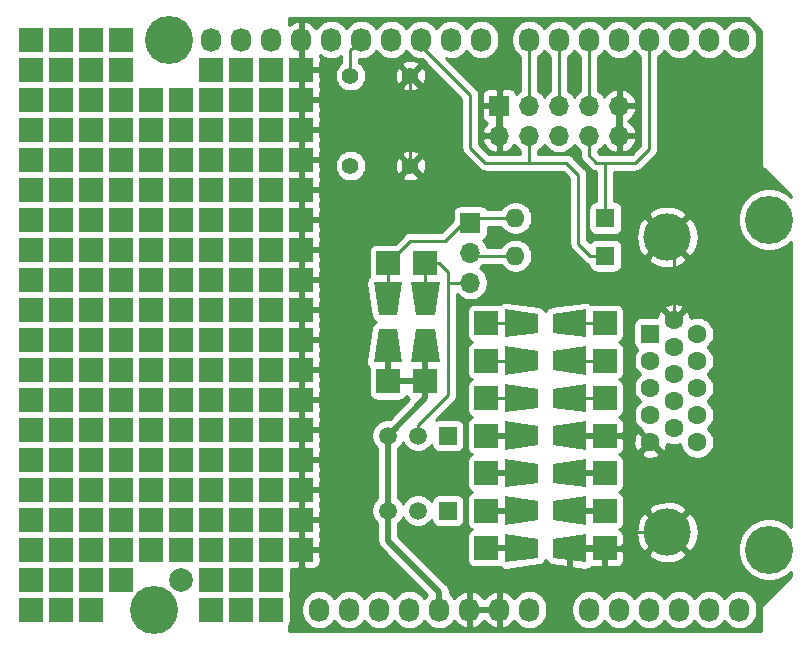
<source format=gtl>
G04 #@! TF.GenerationSoftware,KiCad,Pcbnew,(5.1.6)-1*
G04 #@! TF.CreationDate,2023-11-11T21:49:05+01:00*
G04 #@! TF.ProjectId,15khzvgatester,31356b68-7a76-4676-9174-65737465722e,rev?*
G04 #@! TF.SameCoordinates,Original*
G04 #@! TF.FileFunction,Copper,L1,Top*
G04 #@! TF.FilePolarity,Positive*
%FSLAX46Y46*%
G04 Gerber Fmt 4.6, Leading zero omitted, Abs format (unit mm)*
G04 Created by KiCad (PCBNEW (5.1.6)-1) date 2023-11-11 21:49:05*
%MOMM*%
%LPD*%
G01*
G04 APERTURE LIST*
G04 #@! TA.AperFunction,ComponentPad*
%ADD10R,2.000000X2.000000*%
G04 #@! TD*
G04 #@! TA.AperFunction,ComponentPad*
%ADD11C,2.000000*%
G04 #@! TD*
G04 #@! TA.AperFunction,ComponentPad*
%ADD12R,1.700000X1.700000*%
G04 #@! TD*
G04 #@! TA.AperFunction,ComponentPad*
%ADD13O,1.700000X1.700000*%
G04 #@! TD*
G04 #@! TA.AperFunction,ComponentPad*
%ADD14C,1.397000*%
G04 #@! TD*
G04 #@! TA.AperFunction,SMDPad,CuDef*
%ADD15C,0.100000*%
G04 #@! TD*
G04 #@! TA.AperFunction,ComponentPad*
%ADD16R,1.998980X1.998980*%
G04 #@! TD*
G04 #@! TA.AperFunction,ComponentPad*
%ADD17C,1.520000*%
G04 #@! TD*
G04 #@! TA.AperFunction,ComponentPad*
%ADD18R,1.520000X1.520000*%
G04 #@! TD*
G04 #@! TA.AperFunction,ComponentPad*
%ADD19C,4.000000*%
G04 #@! TD*
G04 #@! TA.AperFunction,ComponentPad*
%ADD20C,1.600000*%
G04 #@! TD*
G04 #@! TA.AperFunction,ComponentPad*
%ADD21R,1.600000X1.600000*%
G04 #@! TD*
G04 #@! TA.AperFunction,ComponentPad*
%ADD22O,1.600000X1.600000*%
G04 #@! TD*
G04 #@! TA.AperFunction,ComponentPad*
%ADD23O,1.727200X2.032000*%
G04 #@! TD*
G04 #@! TA.AperFunction,ComponentPad*
%ADD24C,4.064000*%
G04 #@! TD*
G04 #@! TA.AperFunction,ViaPad*
%ADD25C,1.200000*%
G04 #@! TD*
G04 #@! TA.AperFunction,Conductor*
%ADD26C,0.508000*%
G04 #@! TD*
G04 #@! TA.AperFunction,Conductor*
%ADD27C,0.250000*%
G04 #@! TD*
G04 #@! TA.AperFunction,Conductor*
%ADD28C,0.254000*%
G04 #@! TD*
G04 APERTURE END LIST*
D10*
X122174000Y-121285000D03*
D11*
X127254000Y-121285000D03*
D10*
X114554000Y-93345000D03*
X117094000Y-93345000D03*
X119634000Y-93345000D03*
X119634000Y-90805000D03*
X117094000Y-90805000D03*
X114554000Y-90805000D03*
X114554000Y-88265000D03*
X117094000Y-88265000D03*
X119634000Y-88265000D03*
X119634000Y-85725000D03*
X117094000Y-85725000D03*
X114554000Y-85725000D03*
X114554000Y-83185000D03*
X117094000Y-83185000D03*
X119634000Y-83185000D03*
X114554000Y-116205000D03*
X117094000Y-116205000D03*
X119634000Y-116205000D03*
X119634000Y-118745000D03*
X117094000Y-118745000D03*
X114554000Y-118745000D03*
X117094000Y-121285000D03*
X114554000Y-121285000D03*
X114554000Y-123825000D03*
X117094000Y-123825000D03*
X119634000Y-123825000D03*
X119634000Y-121285000D03*
X122174000Y-118745000D03*
X122174000Y-116205000D03*
X122174000Y-113665000D03*
X119634000Y-113665000D03*
X117094000Y-113665000D03*
X114554000Y-113665000D03*
X122174000Y-83185000D03*
X122174000Y-85725000D03*
X122174000Y-88265000D03*
X122174000Y-90805000D03*
X122174000Y-93345000D03*
X122174000Y-95885000D03*
X119634000Y-95885000D03*
X117094000Y-95885000D03*
X114554000Y-95885000D03*
X122174000Y-80645000D03*
X119634000Y-80645000D03*
X117094000Y-80645000D03*
X114554000Y-80645000D03*
X124714000Y-113665000D03*
X124714000Y-116205000D03*
X124714000Y-118745000D03*
X127254000Y-118745000D03*
X134874000Y-123825000D03*
X132334000Y-123825000D03*
X129794000Y-123825000D03*
X134874000Y-118745000D03*
X114554000Y-111125000D03*
X114554000Y-108585000D03*
X114554000Y-106045000D03*
X114554000Y-103505000D03*
X114554000Y-100965000D03*
X114554000Y-98425000D03*
X124714000Y-95885000D03*
X124714000Y-93345000D03*
X124714000Y-90805000D03*
X124714000Y-88265000D03*
X124714000Y-85725000D03*
X124714000Y-83185000D03*
X124714000Y-80645000D03*
X127254000Y-80645000D03*
X117094000Y-78105000D03*
X114554000Y-78105000D03*
X117094000Y-75565000D03*
X114554000Y-75565000D03*
X122174000Y-78105000D03*
X119634000Y-78105000D03*
X122174000Y-75565000D03*
X119634000Y-75565000D03*
X119634000Y-111125000D03*
X117094000Y-111125000D03*
X119634000Y-108585000D03*
X117094000Y-108585000D03*
X119634000Y-106045000D03*
X117094000Y-106045000D03*
X119634000Y-103505000D03*
X117094000Y-103505000D03*
X119634000Y-100965000D03*
X117094000Y-100965000D03*
X119634000Y-98425000D03*
X117094000Y-98425000D03*
X124714000Y-111125000D03*
X122174000Y-111125000D03*
X124714000Y-108585000D03*
X122174000Y-108585000D03*
X124714000Y-106045000D03*
X122174000Y-106045000D03*
X124714000Y-103505000D03*
X122174000Y-103505000D03*
X124714000Y-100965000D03*
X122174000Y-100965000D03*
X124714000Y-98425000D03*
X122174000Y-98425000D03*
X132334000Y-121285000D03*
X129794000Y-121285000D03*
X132334000Y-118745000D03*
X129794000Y-118745000D03*
X129794000Y-116205000D03*
X127254000Y-116205000D03*
X129794000Y-113665000D03*
X127254000Y-113665000D03*
X129794000Y-111125000D03*
X127254000Y-111125000D03*
X129794000Y-108585000D03*
X127254000Y-108585000D03*
X129794000Y-106045000D03*
X127254000Y-106045000D03*
X129794000Y-103505000D03*
X127254000Y-103505000D03*
X129794000Y-100965000D03*
X127254000Y-100965000D03*
X129794000Y-98425000D03*
X127254000Y-98425000D03*
X129794000Y-95885000D03*
X127254000Y-95885000D03*
X129794000Y-93345000D03*
X127254000Y-93345000D03*
X129794000Y-90805000D03*
X127254000Y-90805000D03*
X129794000Y-88265000D03*
X127254000Y-88265000D03*
X129794000Y-85725000D03*
X127254000Y-85725000D03*
X129794000Y-83185000D03*
X127254000Y-83185000D03*
X134874000Y-116205000D03*
X132334000Y-116205000D03*
X134874000Y-113665000D03*
X132334000Y-113665000D03*
X134874000Y-111125000D03*
X132334000Y-111125000D03*
X134874000Y-108585000D03*
X132334000Y-108585000D03*
X134874000Y-106045000D03*
X132334000Y-106045000D03*
X134874000Y-103505000D03*
X132334000Y-103505000D03*
X134874000Y-100965000D03*
X132334000Y-100965000D03*
X134874000Y-98425000D03*
X132334000Y-98425000D03*
X134874000Y-95885000D03*
X132334000Y-95885000D03*
X134874000Y-93345000D03*
X132334000Y-93345000D03*
X134874000Y-90805000D03*
X132334000Y-90805000D03*
X134874000Y-88265000D03*
X132334000Y-88265000D03*
X134874000Y-85725000D03*
X132334000Y-85725000D03*
X134874000Y-83185000D03*
X132334000Y-83185000D03*
X134874000Y-80645000D03*
X132334000Y-80645000D03*
X129794000Y-80645000D03*
X129794000Y-78105000D03*
X132334000Y-78105000D03*
X134874000Y-78105000D03*
X134874000Y-121285000D03*
X137414000Y-118745000D03*
X137414000Y-116205000D03*
X137414000Y-113665000D03*
X137414000Y-111125000D03*
X137414000Y-108585000D03*
X137414000Y-106045000D03*
X137414000Y-103505000D03*
X137414000Y-100965000D03*
X137414000Y-98425000D03*
X137414000Y-95885000D03*
X137414000Y-93345000D03*
X137414000Y-90805000D03*
X137414000Y-88265000D03*
X137414000Y-85725000D03*
X137414000Y-83185000D03*
X137414000Y-80645000D03*
X137414000Y-78105000D03*
D12*
X154178000Y-81161000D03*
D13*
X154178000Y-83701000D03*
X156718000Y-81161000D03*
X156718000Y-83701000D03*
X159258000Y-81161000D03*
X159258000Y-83701000D03*
X161798000Y-81161000D03*
X161798000Y-83701000D03*
X164338000Y-81161000D03*
X164338000Y-83701000D03*
D12*
X151748000Y-91067000D03*
D13*
X151748000Y-93607000D03*
X151748000Y-96147000D03*
D14*
X141588000Y-78621000D03*
X146668000Y-78621000D03*
X141588000Y-86241000D03*
X146668000Y-86241000D03*
G04 #@! TA.AperFunction,SMDPad,CuDef*
D15*
G36*
X154699480Y-110299880D02*
G01*
X154699480Y-107902120D01*
X157498560Y-108300900D01*
X157498560Y-109901100D01*
X154699480Y-110299880D01*
G37*
G04 #@! TD.AperFunction*
G04 #@! TA.AperFunction,SMDPad,CuDef*
G36*
X161496520Y-107902120D02*
G01*
X161496520Y-110299880D01*
X158697440Y-109901100D01*
X158697440Y-108300900D01*
X161496520Y-107902120D01*
G37*
G04 #@! TD.AperFunction*
D16*
X153096740Y-109101000D03*
X163099260Y-109101000D03*
G04 #@! TA.AperFunction,SMDPad,CuDef*
D15*
G36*
X154699480Y-119824880D02*
G01*
X154699480Y-117427120D01*
X157498560Y-117825900D01*
X157498560Y-119426100D01*
X154699480Y-119824880D01*
G37*
G04 #@! TD.AperFunction*
G04 #@! TA.AperFunction,SMDPad,CuDef*
G36*
X161496520Y-117427120D02*
G01*
X161496520Y-119824880D01*
X158697440Y-119426100D01*
X158697440Y-117825900D01*
X161496520Y-117427120D01*
G37*
G04 #@! TD.AperFunction*
D16*
X153096740Y-118626000D03*
X163099260Y-118626000D03*
G04 #@! TA.AperFunction,SMDPad,CuDef*
D15*
G36*
X149136880Y-102895780D02*
G01*
X146739120Y-102895780D01*
X147137900Y-100096700D01*
X148738100Y-100096700D01*
X149136880Y-102895780D01*
G37*
G04 #@! TD.AperFunction*
G04 #@! TA.AperFunction,SMDPad,CuDef*
G36*
X146739120Y-96098740D02*
G01*
X149136880Y-96098740D01*
X148738100Y-98897820D01*
X147137900Y-98897820D01*
X146739120Y-96098740D01*
G37*
G04 #@! TD.AperFunction*
D16*
X147938000Y-104498520D03*
X147938000Y-94496000D03*
G04 #@! TA.AperFunction,SMDPad,CuDef*
D15*
G36*
X143564120Y-96098740D02*
G01*
X145961880Y-96098740D01*
X145563100Y-98897820D01*
X143962900Y-98897820D01*
X143564120Y-96098740D01*
G37*
G04 #@! TD.AperFunction*
G04 #@! TA.AperFunction,SMDPad,CuDef*
G36*
X145961880Y-102895780D02*
G01*
X143564120Y-102895780D01*
X143962900Y-100096700D01*
X145563100Y-100096700D01*
X145961880Y-102895780D01*
G37*
G04 #@! TD.AperFunction*
D16*
X144763000Y-94496000D03*
X144763000Y-104498520D03*
G04 #@! TA.AperFunction,SMDPad,CuDef*
D15*
G36*
X154699480Y-113474880D02*
G01*
X154699480Y-111077120D01*
X157498560Y-111475900D01*
X157498560Y-113076100D01*
X154699480Y-113474880D01*
G37*
G04 #@! TD.AperFunction*
G04 #@! TA.AperFunction,SMDPad,CuDef*
G36*
X161496520Y-111077120D02*
G01*
X161496520Y-113474880D01*
X158697440Y-113076100D01*
X158697440Y-111475900D01*
X161496520Y-111077120D01*
G37*
G04 #@! TD.AperFunction*
D16*
X153096740Y-112276000D03*
X163099260Y-112276000D03*
G04 #@! TA.AperFunction,SMDPad,CuDef*
D15*
G36*
X154699480Y-116649880D02*
G01*
X154699480Y-114252120D01*
X157498560Y-114650900D01*
X157498560Y-116251100D01*
X154699480Y-116649880D01*
G37*
G04 #@! TD.AperFunction*
G04 #@! TA.AperFunction,SMDPad,CuDef*
G36*
X161496520Y-114252120D02*
G01*
X161496520Y-116649880D01*
X158697440Y-116251100D01*
X158697440Y-114650900D01*
X161496520Y-114252120D01*
G37*
G04 #@! TD.AperFunction*
D16*
X153096740Y-115451000D03*
X163099260Y-115451000D03*
G04 #@! TA.AperFunction,SMDPad,CuDef*
D15*
G36*
X161496520Y-104727120D02*
G01*
X161496520Y-107124880D01*
X158697440Y-106726100D01*
X158697440Y-105125900D01*
X161496520Y-104727120D01*
G37*
G04 #@! TD.AperFunction*
G04 #@! TA.AperFunction,SMDPad,CuDef*
G36*
X154699480Y-107124880D02*
G01*
X154699480Y-104727120D01*
X157498560Y-105125900D01*
X157498560Y-106726100D01*
X154699480Y-107124880D01*
G37*
G04 #@! TD.AperFunction*
D16*
X163099260Y-105926000D03*
X153096740Y-105926000D03*
G04 #@! TA.AperFunction,SMDPad,CuDef*
D15*
G36*
X161496520Y-101552120D02*
G01*
X161496520Y-103949880D01*
X158697440Y-103551100D01*
X158697440Y-101950900D01*
X161496520Y-101552120D01*
G37*
G04 #@! TD.AperFunction*
G04 #@! TA.AperFunction,SMDPad,CuDef*
G36*
X154699480Y-103949880D02*
G01*
X154699480Y-101552120D01*
X157498560Y-101950900D01*
X157498560Y-103551100D01*
X154699480Y-103949880D01*
G37*
G04 #@! TD.AperFunction*
D16*
X163099260Y-102751000D03*
X153096740Y-102751000D03*
G04 #@! TA.AperFunction,SMDPad,CuDef*
D15*
G36*
X161496520Y-98377120D02*
G01*
X161496520Y-100774880D01*
X158697440Y-100376100D01*
X158697440Y-98775900D01*
X161496520Y-98377120D01*
G37*
G04 #@! TD.AperFunction*
G04 #@! TA.AperFunction,SMDPad,CuDef*
G36*
X154699480Y-100774880D02*
G01*
X154699480Y-98377120D01*
X157498560Y-98775900D01*
X157498560Y-100376100D01*
X154699480Y-100774880D01*
G37*
G04 #@! TD.AperFunction*
D16*
X163099260Y-99576000D03*
X153096740Y-99576000D03*
D17*
X147303000Y-109101000D03*
X144763000Y-109101000D03*
D18*
X149843000Y-109101000D03*
D17*
X147303000Y-115451000D03*
X144763000Y-115451000D03*
D18*
X149843000Y-115451000D03*
D19*
X168408000Y-92276000D03*
X168408000Y-117276000D03*
D20*
X170948000Y-109621000D03*
X170948000Y-107331000D03*
X170948000Y-105041000D03*
X170948000Y-102751000D03*
X170948000Y-100461000D03*
X168968000Y-108476000D03*
X168968000Y-106186000D03*
X168968000Y-103896000D03*
X168968000Y-101606000D03*
X168968000Y-99316000D03*
X166988000Y-109621000D03*
X166988000Y-107331000D03*
X166988000Y-105041000D03*
X166988000Y-102751000D03*
D21*
X166988000Y-100461000D03*
X163178000Y-93861000D03*
D22*
X155558000Y-93861000D03*
D21*
X163178000Y-90686000D03*
D22*
X155558000Y-90686000D03*
D23*
X138938000Y-123825000D03*
X141478000Y-123825000D03*
X144018000Y-123825000D03*
X146558000Y-123825000D03*
X149098000Y-123825000D03*
X151638000Y-123825000D03*
X154178000Y-123825000D03*
X156718000Y-123825000D03*
X161798000Y-123825000D03*
X164338000Y-123825000D03*
X166878000Y-123825000D03*
X169418000Y-123825000D03*
X171958000Y-123825000D03*
X174498000Y-123825000D03*
X129794000Y-75565000D03*
X132334000Y-75565000D03*
X134874000Y-75565000D03*
X137414000Y-75565000D03*
X139954000Y-75565000D03*
X142494000Y-75565000D03*
X145034000Y-75565000D03*
X147574000Y-75565000D03*
X150114000Y-75565000D03*
X152654000Y-75565000D03*
X156718000Y-75565000D03*
X159258000Y-75565000D03*
X161798000Y-75565000D03*
X164338000Y-75565000D03*
X166878000Y-75565000D03*
X169418000Y-75565000D03*
X171958000Y-75565000D03*
X174498000Y-75565000D03*
D24*
X124968000Y-123825000D03*
X177038000Y-118745000D03*
X126238000Y-75565000D03*
X177038000Y-90805000D03*
D25*
X157971000Y-78240000D03*
X160511000Y-77859000D03*
X163051000Y-77478000D03*
X155431000Y-78240000D03*
X165591000Y-77478000D03*
X168131000Y-77478000D03*
X151494000Y-78240000D03*
X150224000Y-80907000D03*
X151367000Y-86368000D03*
X148954000Y-91194000D03*
X153780000Y-92210000D03*
X157209000Y-92210000D03*
X161019000Y-95131000D03*
X159241000Y-123833000D03*
X147684000Y-112784000D03*
X143239000Y-113800000D03*
X150732000Y-111133000D03*
X150605000Y-107069000D03*
X144763000Y-106942000D03*
X146287000Y-117356000D03*
X145906000Y-121166000D03*
X173084000Y-112657000D03*
X173846000Y-107577000D03*
X173465000Y-103640000D03*
X165464000Y-98306000D03*
X154034000Y-96909000D03*
X157971000Y-121166000D03*
X159749000Y-97290000D03*
X142223000Y-94877000D03*
X153780000Y-89162000D03*
X165210000Y-89670000D03*
X167877000Y-85987000D03*
X170544000Y-88654000D03*
X171560000Y-85987000D03*
X170798000Y-79002000D03*
X171560000Y-82431000D03*
X155431000Y-87257000D03*
X157489147Y-89315147D03*
X151113000Y-101100000D03*
X165083000Y-101227000D03*
X165083000Y-104275000D03*
X165083000Y-107450000D03*
X175497000Y-121674000D03*
X168131000Y-121674000D03*
X137397000Y-121674000D03*
X177783000Y-115451000D03*
X177783000Y-94496000D03*
X177783000Y-104656000D03*
X177783000Y-109736000D03*
X177783000Y-99576000D03*
X175878000Y-87511000D03*
X175243000Y-77986000D03*
X175243000Y-82431000D03*
X143112000Y-82304000D03*
X173973000Y-92083000D03*
X173973000Y-117610000D03*
X172830000Y-98306000D03*
X169401000Y-110879000D03*
X150668500Y-117673500D03*
D26*
X144763000Y-104498520D02*
X144763000Y-101496240D01*
X147938000Y-104498520D02*
X147938000Y-101496240D01*
X147938000Y-104498520D02*
X144763000Y-104498520D01*
X144763000Y-109101000D02*
X144763000Y-115451000D01*
D27*
X149098000Y-123825000D02*
X149098000Y-122961000D01*
D26*
X149098000Y-123825000D02*
X149098000Y-122326000D01*
X144763000Y-117991000D02*
X144763000Y-115451000D01*
X149098000Y-122326000D02*
X144763000Y-117991000D01*
X144763000Y-109101000D02*
X147938000Y-105926000D01*
X147938000Y-105926000D02*
X147938000Y-104498520D01*
D27*
X137414000Y-75565000D02*
X137414000Y-76445000D01*
D26*
X163099260Y-118626000D02*
X160096980Y-118626000D01*
X163099260Y-109101000D02*
X160096980Y-109101000D01*
X151638000Y-123825000D02*
X154178000Y-123825000D01*
D27*
X168968000Y-92836000D02*
X168408000Y-92276000D01*
X168968000Y-99316000D02*
X168968000Y-92836000D01*
X154178000Y-123825000D02*
X154178000Y-121911000D01*
X154178000Y-121911000D02*
X154923000Y-121166000D01*
X154923000Y-121166000D02*
X157971000Y-121166000D01*
X163099260Y-119974740D02*
X163099260Y-118626000D01*
X161908000Y-121166000D02*
X163099260Y-119974740D01*
X163099260Y-118626000D02*
X164448000Y-118626000D01*
X165798000Y-117276000D02*
X168408000Y-117276000D01*
X164448000Y-118626000D02*
X165798000Y-117276000D01*
X146668000Y-78621000D02*
X146668000Y-86241000D01*
X157971000Y-121166000D02*
X161908000Y-121166000D01*
D26*
X154178000Y-81161000D02*
X154178000Y-83701000D01*
X164348000Y-83701000D02*
X164348000Y-81161000D01*
D27*
X163178000Y-90686000D02*
X163178000Y-86495000D01*
X163178000Y-85987000D02*
X163178000Y-86495000D01*
X162416000Y-85987000D02*
X163178000Y-85987000D01*
X161798000Y-85369000D02*
X162416000Y-85987000D01*
X161798000Y-83701000D02*
X161798000Y-85369000D01*
X163178000Y-85987000D02*
X165718000Y-85987000D01*
X166878000Y-84827000D02*
X166878000Y-84065000D01*
X165718000Y-85987000D02*
X166878000Y-84827000D01*
X166878000Y-75565000D02*
X166878000Y-84065000D01*
X156718000Y-85877000D02*
X156828000Y-85987000D01*
X156718000Y-83701000D02*
X156718000Y-85877000D01*
X160892000Y-92845000D02*
X161908000Y-93861000D01*
X161908000Y-93861000D02*
X163178000Y-93861000D01*
X160892000Y-87003000D02*
X160892000Y-92845000D01*
X156828000Y-85987000D02*
X159876000Y-85987000D01*
X159876000Y-85987000D02*
X160892000Y-87003000D01*
X151748000Y-80272000D02*
X151748000Y-84717000D01*
X153018000Y-85987000D02*
X156828000Y-85987000D01*
X147574000Y-76098000D02*
X151748000Y-80272000D01*
X151748000Y-84717000D02*
X153018000Y-85987000D01*
X147574000Y-75565000D02*
X147574000Y-76098000D01*
X155558000Y-93861000D02*
X152002000Y-93861000D01*
X152002000Y-93861000D02*
X151748000Y-93607000D01*
D26*
X163099260Y-112276000D02*
X160096980Y-112276000D01*
X163099260Y-115451000D02*
X160096980Y-115451000D01*
D27*
X163099260Y-105926000D02*
X160096980Y-105926000D01*
X163099260Y-102751000D02*
X160096980Y-102751000D01*
X163099260Y-99576000D02*
X160096980Y-99576000D01*
X147938000Y-94496000D02*
X147938000Y-97498280D01*
X147303000Y-109101000D02*
X147303000Y-108212000D01*
X147303000Y-108212000D02*
X149843000Y-105672000D01*
X149081000Y-94496000D02*
X147938000Y-94496000D01*
X149843000Y-95258000D02*
X149652500Y-95067500D01*
X149843000Y-105672000D02*
X149843000Y-98052000D01*
X149652500Y-95067500D02*
X149081000Y-94496000D01*
X149970000Y-96147000D02*
X149843000Y-96274000D01*
X151748000Y-96147000D02*
X149970000Y-96147000D01*
X149843000Y-98052000D02*
X149843000Y-96274000D01*
X149843000Y-96274000D02*
X149843000Y-95258000D01*
X161798000Y-81151000D02*
X161808000Y-81161000D01*
X161798000Y-75565000D02*
X161798000Y-81151000D01*
X153096740Y-99576000D02*
X156099020Y-99576000D01*
X159258000Y-81151000D02*
X159268000Y-81161000D01*
X159258000Y-75565000D02*
X159258000Y-81151000D01*
X153096740Y-102751000D02*
X156099020Y-102751000D01*
D26*
X153096740Y-115451000D02*
X156099020Y-115451000D01*
X153096740Y-118626000D02*
X156099020Y-118626000D01*
D27*
X156718000Y-81151000D02*
X156728000Y-81161000D01*
X156718000Y-75565000D02*
X156718000Y-81151000D01*
X153096740Y-105926000D02*
X156099020Y-105926000D01*
X141588000Y-76471000D02*
X142494000Y-75565000D01*
X141588000Y-78621000D02*
X141588000Y-76471000D01*
D26*
X153096740Y-109101000D02*
X156099020Y-109101000D01*
X153096740Y-112276000D02*
X156099020Y-112276000D01*
D27*
X152129000Y-90686000D02*
X151748000Y-91067000D01*
X155558000Y-90686000D02*
X152129000Y-90686000D01*
X144763000Y-94496000D02*
X144763000Y-97498280D01*
X151113000Y-91067000D02*
X151748000Y-91067000D01*
X149589000Y-92591000D02*
X151113000Y-91067000D01*
X144763000Y-94496000D02*
X146668000Y-92591000D01*
X146668000Y-92591000D02*
X149589000Y-92591000D01*
D28*
G36*
X176328001Y-74843093D02*
G01*
X176328000Y-85944125D01*
X176324565Y-85979000D01*
X176328000Y-86013875D01*
X176328000Y-86013876D01*
X176338273Y-86118183D01*
X176378872Y-86252019D01*
X176444800Y-86375362D01*
X176533525Y-86483474D01*
X176560617Y-86505708D01*
X178868001Y-88813093D01*
X178868001Y-88863294D01*
X178738113Y-88733406D01*
X178301298Y-88441536D01*
X177815935Y-88240492D01*
X177300677Y-88138000D01*
X176775323Y-88138000D01*
X176260065Y-88240492D01*
X175774702Y-88441536D01*
X175337887Y-88733406D01*
X174966406Y-89104887D01*
X174674536Y-89541702D01*
X174473492Y-90027065D01*
X174371000Y-90542323D01*
X174371000Y-91067677D01*
X174473492Y-91582935D01*
X174674536Y-92068298D01*
X174966406Y-92505113D01*
X175337887Y-92876594D01*
X175774702Y-93168464D01*
X176260065Y-93369508D01*
X176775323Y-93472000D01*
X177300677Y-93472000D01*
X177815935Y-93369508D01*
X178301298Y-93168464D01*
X178738113Y-92876594D01*
X178868001Y-92746706D01*
X178868000Y-116803293D01*
X178738113Y-116673406D01*
X178301298Y-116381536D01*
X177815935Y-116180492D01*
X177300677Y-116078000D01*
X176775323Y-116078000D01*
X176260065Y-116180492D01*
X175774702Y-116381536D01*
X175337887Y-116673406D01*
X174966406Y-117044887D01*
X174674536Y-117481702D01*
X174473492Y-117967065D01*
X174371000Y-118482323D01*
X174371000Y-119007677D01*
X174473492Y-119522935D01*
X174674536Y-120008298D01*
X174966406Y-120445113D01*
X175337887Y-120816594D01*
X175774702Y-121108464D01*
X176260065Y-121309508D01*
X176775323Y-121412000D01*
X177300677Y-121412000D01*
X177815935Y-121309508D01*
X178301298Y-121108464D01*
X178738113Y-120816594D01*
X178868000Y-120686707D01*
X178868000Y-120990908D01*
X176560617Y-123298292D01*
X176533526Y-123320525D01*
X176511293Y-123347616D01*
X176444801Y-123428637D01*
X176378872Y-123551981D01*
X176338274Y-123685816D01*
X176324565Y-123825000D01*
X176328001Y-123859885D01*
X176328000Y-125655000D01*
X136381000Y-125655000D01*
X136381000Y-125208174D01*
X136404537Y-125179494D01*
X136463502Y-125069180D01*
X136499812Y-124949482D01*
X136512072Y-124825000D01*
X136512072Y-123598982D01*
X137439400Y-123598982D01*
X137439400Y-124051019D01*
X137461084Y-124271177D01*
X137546775Y-124553664D01*
X137685931Y-124814006D01*
X137873203Y-125042197D01*
X138101395Y-125229469D01*
X138361737Y-125368625D01*
X138644224Y-125454316D01*
X138938000Y-125483251D01*
X139231777Y-125454316D01*
X139514264Y-125368625D01*
X139774606Y-125229469D01*
X140002797Y-125042197D01*
X140190069Y-124814006D01*
X140208000Y-124780459D01*
X140225931Y-124814006D01*
X140413203Y-125042197D01*
X140641395Y-125229469D01*
X140901737Y-125368625D01*
X141184224Y-125454316D01*
X141478000Y-125483251D01*
X141771777Y-125454316D01*
X142054264Y-125368625D01*
X142314606Y-125229469D01*
X142542797Y-125042197D01*
X142730069Y-124814006D01*
X142748000Y-124780459D01*
X142765931Y-124814006D01*
X142953203Y-125042197D01*
X143181395Y-125229469D01*
X143441737Y-125368625D01*
X143724224Y-125454316D01*
X144018000Y-125483251D01*
X144311777Y-125454316D01*
X144594264Y-125368625D01*
X144854606Y-125229469D01*
X145082797Y-125042197D01*
X145270069Y-124814006D01*
X145288000Y-124780459D01*
X145305931Y-124814006D01*
X145493203Y-125042197D01*
X145721395Y-125229469D01*
X145981737Y-125368625D01*
X146264224Y-125454316D01*
X146558000Y-125483251D01*
X146851777Y-125454316D01*
X147134264Y-125368625D01*
X147394606Y-125229469D01*
X147622797Y-125042197D01*
X147810069Y-124814006D01*
X147828000Y-124780459D01*
X147845931Y-124814006D01*
X148033203Y-125042197D01*
X148261395Y-125229469D01*
X148521737Y-125368625D01*
X148804224Y-125454316D01*
X149098000Y-125483251D01*
X149391777Y-125454316D01*
X149674264Y-125368625D01*
X149934606Y-125229469D01*
X150162797Y-125042197D01*
X150350069Y-124814006D01*
X150371424Y-124774053D01*
X150519514Y-124976729D01*
X150735965Y-125175733D01*
X150987081Y-125328686D01*
X151263211Y-125429709D01*
X151278974Y-125432358D01*
X151511000Y-125311217D01*
X151511000Y-123952000D01*
X151765000Y-123952000D01*
X151765000Y-125311217D01*
X151997026Y-125432358D01*
X152012789Y-125429709D01*
X152288919Y-125328686D01*
X152540035Y-125175733D01*
X152756486Y-124976729D01*
X152908000Y-124769367D01*
X153059514Y-124976729D01*
X153275965Y-125175733D01*
X153527081Y-125328686D01*
X153803211Y-125429709D01*
X153818974Y-125432358D01*
X154051000Y-125311217D01*
X154051000Y-123952000D01*
X151765000Y-123952000D01*
X151511000Y-123952000D01*
X151491000Y-123952000D01*
X151491000Y-123698000D01*
X151511000Y-123698000D01*
X151511000Y-122338783D01*
X151765000Y-122338783D01*
X151765000Y-123698000D01*
X154051000Y-123698000D01*
X154051000Y-122338783D01*
X154305000Y-122338783D01*
X154305000Y-123698000D01*
X154325000Y-123698000D01*
X154325000Y-123952000D01*
X154305000Y-123952000D01*
X154305000Y-125311217D01*
X154537026Y-125432358D01*
X154552789Y-125429709D01*
X154828919Y-125328686D01*
X155080035Y-125175733D01*
X155296486Y-124976729D01*
X155444576Y-124774053D01*
X155465931Y-124814006D01*
X155653203Y-125042197D01*
X155881395Y-125229469D01*
X156141737Y-125368625D01*
X156424224Y-125454316D01*
X156718000Y-125483251D01*
X157011777Y-125454316D01*
X157294264Y-125368625D01*
X157554606Y-125229469D01*
X157782797Y-125042197D01*
X157970069Y-124814006D01*
X158109225Y-124553663D01*
X158194916Y-124271176D01*
X158216600Y-124051018D01*
X158216600Y-123598982D01*
X160299400Y-123598982D01*
X160299400Y-124051019D01*
X160321084Y-124271177D01*
X160406775Y-124553664D01*
X160545931Y-124814006D01*
X160733203Y-125042197D01*
X160961395Y-125229469D01*
X161221737Y-125368625D01*
X161504224Y-125454316D01*
X161798000Y-125483251D01*
X162091777Y-125454316D01*
X162374264Y-125368625D01*
X162634606Y-125229469D01*
X162862797Y-125042197D01*
X163050069Y-124814006D01*
X163068000Y-124780459D01*
X163085931Y-124814006D01*
X163273203Y-125042197D01*
X163501395Y-125229469D01*
X163761737Y-125368625D01*
X164044224Y-125454316D01*
X164338000Y-125483251D01*
X164631777Y-125454316D01*
X164914264Y-125368625D01*
X165174606Y-125229469D01*
X165402797Y-125042197D01*
X165590069Y-124814006D01*
X165608000Y-124780459D01*
X165625931Y-124814006D01*
X165813203Y-125042197D01*
X166041395Y-125229469D01*
X166301737Y-125368625D01*
X166584224Y-125454316D01*
X166878000Y-125483251D01*
X167171777Y-125454316D01*
X167454264Y-125368625D01*
X167714606Y-125229469D01*
X167942797Y-125042197D01*
X168130069Y-124814006D01*
X168148000Y-124780459D01*
X168165931Y-124814006D01*
X168353203Y-125042197D01*
X168581395Y-125229469D01*
X168841737Y-125368625D01*
X169124224Y-125454316D01*
X169418000Y-125483251D01*
X169711777Y-125454316D01*
X169994264Y-125368625D01*
X170254606Y-125229469D01*
X170482797Y-125042197D01*
X170670069Y-124814006D01*
X170688000Y-124780459D01*
X170705931Y-124814006D01*
X170893203Y-125042197D01*
X171121395Y-125229469D01*
X171381737Y-125368625D01*
X171664224Y-125454316D01*
X171958000Y-125483251D01*
X172251777Y-125454316D01*
X172534264Y-125368625D01*
X172794606Y-125229469D01*
X173022797Y-125042197D01*
X173210069Y-124814006D01*
X173228000Y-124780459D01*
X173245931Y-124814006D01*
X173433203Y-125042197D01*
X173661395Y-125229469D01*
X173921737Y-125368625D01*
X174204224Y-125454316D01*
X174498000Y-125483251D01*
X174791777Y-125454316D01*
X175074264Y-125368625D01*
X175334606Y-125229469D01*
X175562797Y-125042197D01*
X175750069Y-124814006D01*
X175889225Y-124553663D01*
X175974916Y-124271176D01*
X175996600Y-124051018D01*
X175996600Y-123598981D01*
X175974916Y-123378823D01*
X175889225Y-123096336D01*
X175750069Y-122835994D01*
X175562797Y-122607803D01*
X175334605Y-122420531D01*
X175074263Y-122281375D01*
X174791776Y-122195684D01*
X174498000Y-122166749D01*
X174204223Y-122195684D01*
X173921736Y-122281375D01*
X173661394Y-122420531D01*
X173433203Y-122607803D01*
X173245931Y-122835995D01*
X173228000Y-122869541D01*
X173210069Y-122835994D01*
X173022797Y-122607803D01*
X172794605Y-122420531D01*
X172534263Y-122281375D01*
X172251776Y-122195684D01*
X171958000Y-122166749D01*
X171664223Y-122195684D01*
X171381736Y-122281375D01*
X171121394Y-122420531D01*
X170893203Y-122607803D01*
X170705931Y-122835995D01*
X170688000Y-122869541D01*
X170670069Y-122835994D01*
X170482797Y-122607803D01*
X170254605Y-122420531D01*
X169994263Y-122281375D01*
X169711776Y-122195684D01*
X169418000Y-122166749D01*
X169124223Y-122195684D01*
X168841736Y-122281375D01*
X168581394Y-122420531D01*
X168353203Y-122607803D01*
X168165931Y-122835995D01*
X168148000Y-122869541D01*
X168130069Y-122835994D01*
X167942797Y-122607803D01*
X167714605Y-122420531D01*
X167454263Y-122281375D01*
X167171776Y-122195684D01*
X166878000Y-122166749D01*
X166584223Y-122195684D01*
X166301736Y-122281375D01*
X166041394Y-122420531D01*
X165813203Y-122607803D01*
X165625931Y-122835995D01*
X165608000Y-122869541D01*
X165590069Y-122835994D01*
X165402797Y-122607803D01*
X165174605Y-122420531D01*
X164914263Y-122281375D01*
X164631776Y-122195684D01*
X164338000Y-122166749D01*
X164044223Y-122195684D01*
X163761736Y-122281375D01*
X163501394Y-122420531D01*
X163273203Y-122607803D01*
X163085931Y-122835995D01*
X163068000Y-122869541D01*
X163050069Y-122835994D01*
X162862797Y-122607803D01*
X162634605Y-122420531D01*
X162374263Y-122281375D01*
X162091776Y-122195684D01*
X161798000Y-122166749D01*
X161504223Y-122195684D01*
X161221736Y-122281375D01*
X160961394Y-122420531D01*
X160733203Y-122607803D01*
X160545931Y-122835995D01*
X160406775Y-123096337D01*
X160321084Y-123378824D01*
X160299400Y-123598982D01*
X158216600Y-123598982D01*
X158216600Y-123598981D01*
X158194916Y-123378823D01*
X158109225Y-123096336D01*
X157970069Y-122835994D01*
X157782797Y-122607803D01*
X157554605Y-122420531D01*
X157294263Y-122281375D01*
X157011776Y-122195684D01*
X156718000Y-122166749D01*
X156424223Y-122195684D01*
X156141736Y-122281375D01*
X155881394Y-122420531D01*
X155653203Y-122607803D01*
X155465931Y-122835995D01*
X155444576Y-122875947D01*
X155296486Y-122673271D01*
X155080035Y-122474267D01*
X154828919Y-122321314D01*
X154552789Y-122220291D01*
X154537026Y-122217642D01*
X154305000Y-122338783D01*
X154051000Y-122338783D01*
X153818974Y-122217642D01*
X153803211Y-122220291D01*
X153527081Y-122321314D01*
X153275965Y-122474267D01*
X153059514Y-122673271D01*
X152908000Y-122880633D01*
X152756486Y-122673271D01*
X152540035Y-122474267D01*
X152288919Y-122321314D01*
X152012789Y-122220291D01*
X151997026Y-122217642D01*
X151765000Y-122338783D01*
X151511000Y-122338783D01*
X151278974Y-122217642D01*
X151263211Y-122220291D01*
X150987081Y-122321314D01*
X150735965Y-122474267D01*
X150519514Y-122673271D01*
X150371424Y-122875947D01*
X150350069Y-122835994D01*
X150162797Y-122607803D01*
X149987000Y-122463530D01*
X149987000Y-122369660D01*
X149991300Y-122326000D01*
X149987000Y-122282340D01*
X149987000Y-122282333D01*
X149974136Y-122151726D01*
X149923303Y-121984149D01*
X149840753Y-121829709D01*
X149729659Y-121694341D01*
X149695742Y-121666506D01*
X145652000Y-117622765D01*
X145652000Y-116534741D01*
X145652261Y-116534567D01*
X145846567Y-116340261D01*
X145999233Y-116111780D01*
X146033000Y-116030260D01*
X146066767Y-116111780D01*
X146219433Y-116340261D01*
X146413739Y-116534567D01*
X146642220Y-116687233D01*
X146896093Y-116792391D01*
X147165604Y-116846000D01*
X147440396Y-116846000D01*
X147709907Y-116792391D01*
X147963780Y-116687233D01*
X148192261Y-116534567D01*
X148386567Y-116340261D01*
X148448526Y-116247533D01*
X148457188Y-116335482D01*
X148493498Y-116455180D01*
X148552463Y-116565494D01*
X148631815Y-116662185D01*
X148728506Y-116741537D01*
X148838820Y-116800502D01*
X148958518Y-116836812D01*
X149083000Y-116849072D01*
X150603000Y-116849072D01*
X150727482Y-116836812D01*
X150847180Y-116800502D01*
X150957494Y-116741537D01*
X151054185Y-116662185D01*
X151133537Y-116565494D01*
X151192502Y-116455180D01*
X151228812Y-116335482D01*
X151241072Y-116211000D01*
X151241072Y-114691000D01*
X151228812Y-114566518D01*
X151192502Y-114446820D01*
X151133537Y-114336506D01*
X151054185Y-114239815D01*
X150957494Y-114160463D01*
X150847180Y-114101498D01*
X150727482Y-114065188D01*
X150603000Y-114052928D01*
X149083000Y-114052928D01*
X148958518Y-114065188D01*
X148838820Y-114101498D01*
X148728506Y-114160463D01*
X148631815Y-114239815D01*
X148552463Y-114336506D01*
X148493498Y-114446820D01*
X148457188Y-114566518D01*
X148448526Y-114654467D01*
X148386567Y-114561739D01*
X148192261Y-114367433D01*
X147963780Y-114214767D01*
X147709907Y-114109609D01*
X147440396Y-114056000D01*
X147165604Y-114056000D01*
X146896093Y-114109609D01*
X146642220Y-114214767D01*
X146413739Y-114367433D01*
X146219433Y-114561739D01*
X146066767Y-114790220D01*
X146033000Y-114871740D01*
X145999233Y-114790220D01*
X145846567Y-114561739D01*
X145652261Y-114367433D01*
X145652000Y-114367259D01*
X145652000Y-110184741D01*
X145652261Y-110184567D01*
X145846567Y-109990261D01*
X145999233Y-109761780D01*
X146033000Y-109680260D01*
X146066767Y-109761780D01*
X146219433Y-109990261D01*
X146413739Y-110184567D01*
X146642220Y-110337233D01*
X146896093Y-110442391D01*
X147165604Y-110496000D01*
X147440396Y-110496000D01*
X147709907Y-110442391D01*
X147963780Y-110337233D01*
X148192261Y-110184567D01*
X148386567Y-109990261D01*
X148448526Y-109897533D01*
X148457188Y-109985482D01*
X148493498Y-110105180D01*
X148552463Y-110215494D01*
X148631815Y-110312185D01*
X148728506Y-110391537D01*
X148838820Y-110450502D01*
X148958518Y-110486812D01*
X149083000Y-110499072D01*
X150603000Y-110499072D01*
X150727482Y-110486812D01*
X150847180Y-110450502D01*
X150957494Y-110391537D01*
X151054185Y-110312185D01*
X151133537Y-110215494D01*
X151192502Y-110105180D01*
X151228812Y-109985482D01*
X151241072Y-109861000D01*
X151241072Y-108341000D01*
X151228812Y-108216518D01*
X151192502Y-108096820D01*
X151133537Y-107986506D01*
X151054185Y-107889815D01*
X150957494Y-107810463D01*
X150847180Y-107751498D01*
X150727482Y-107715188D01*
X150603000Y-107702928D01*
X149083000Y-107702928D01*
X148958518Y-107715188D01*
X148838820Y-107751498D01*
X148837711Y-107752091D01*
X150354009Y-106235794D01*
X150383001Y-106212001D01*
X150406795Y-106183008D01*
X150406799Y-106183004D01*
X150477973Y-106096277D01*
X150477974Y-106096276D01*
X150548546Y-105964247D01*
X150592003Y-105820986D01*
X150603000Y-105709333D01*
X150603000Y-105709324D01*
X150606676Y-105672001D01*
X150603000Y-105634678D01*
X150603000Y-98576510D01*
X151459178Y-98576510D01*
X151459178Y-100575490D01*
X151471438Y-100699972D01*
X151507748Y-100819670D01*
X151566713Y-100929984D01*
X151646065Y-101026675D01*
X151742756Y-101106027D01*
X151850279Y-101163500D01*
X151742756Y-101220973D01*
X151646065Y-101300325D01*
X151566713Y-101397016D01*
X151507748Y-101507330D01*
X151471438Y-101627028D01*
X151459178Y-101751510D01*
X151459178Y-103750490D01*
X151471438Y-103874972D01*
X151507748Y-103994670D01*
X151566713Y-104104984D01*
X151646065Y-104201675D01*
X151742756Y-104281027D01*
X151850279Y-104338500D01*
X151742756Y-104395973D01*
X151646065Y-104475325D01*
X151566713Y-104572016D01*
X151507748Y-104682330D01*
X151471438Y-104802028D01*
X151459178Y-104926510D01*
X151459178Y-106925490D01*
X151471438Y-107049972D01*
X151507748Y-107169670D01*
X151566713Y-107279984D01*
X151646065Y-107376675D01*
X151742756Y-107456027D01*
X151850279Y-107513500D01*
X151742756Y-107570973D01*
X151646065Y-107650325D01*
X151566713Y-107747016D01*
X151507748Y-107857330D01*
X151471438Y-107977028D01*
X151459178Y-108101510D01*
X151459178Y-110100490D01*
X151471438Y-110224972D01*
X151507748Y-110344670D01*
X151566713Y-110454984D01*
X151646065Y-110551675D01*
X151742756Y-110631027D01*
X151850279Y-110688500D01*
X151742756Y-110745973D01*
X151646065Y-110825325D01*
X151566713Y-110922016D01*
X151507748Y-111032330D01*
X151471438Y-111152028D01*
X151459178Y-111276510D01*
X151459178Y-113275490D01*
X151471438Y-113399972D01*
X151507748Y-113519670D01*
X151566713Y-113629984D01*
X151646065Y-113726675D01*
X151742756Y-113806027D01*
X151850279Y-113863500D01*
X151742756Y-113920973D01*
X151646065Y-114000325D01*
X151566713Y-114097016D01*
X151507748Y-114207330D01*
X151471438Y-114327028D01*
X151459178Y-114451510D01*
X151459178Y-116450490D01*
X151471438Y-116574972D01*
X151507748Y-116694670D01*
X151566713Y-116804984D01*
X151646065Y-116901675D01*
X151742756Y-116981027D01*
X151850279Y-117038500D01*
X151742756Y-117095973D01*
X151646065Y-117175325D01*
X151566713Y-117272016D01*
X151507748Y-117382330D01*
X151471438Y-117502028D01*
X151459178Y-117626510D01*
X151459178Y-119625490D01*
X151471438Y-119749972D01*
X151507748Y-119869670D01*
X151566713Y-119979984D01*
X151646065Y-120076675D01*
X151742756Y-120156027D01*
X151853070Y-120214992D01*
X151972768Y-120251302D01*
X152097250Y-120263562D01*
X154096230Y-120263562D01*
X154220712Y-120251302D01*
X154223988Y-120250308D01*
X154224245Y-120250659D01*
X154316442Y-120335192D01*
X154423359Y-120400113D01*
X154540887Y-120442929D01*
X154664510Y-120461993D01*
X154789476Y-120456573D01*
X157588556Y-120057793D01*
X157742740Y-120015602D01*
X157853054Y-119956637D01*
X157949745Y-119877285D01*
X158029097Y-119780594D01*
X158088062Y-119670280D01*
X158098289Y-119636567D01*
X158122207Y-119702221D01*
X158187128Y-119809138D01*
X158271661Y-119901335D01*
X158372556Y-119975269D01*
X158485936Y-120028098D01*
X158607444Y-120057793D01*
X159969980Y-120251911D01*
X159969980Y-118753000D01*
X160223980Y-118753000D01*
X160223980Y-120288098D01*
X161406524Y-120456573D01*
X161496520Y-120462952D01*
X161621002Y-120450692D01*
X161740700Y-120414382D01*
X161851014Y-120355417D01*
X161947705Y-120276065D01*
X161969475Y-120249539D01*
X161975288Y-120251302D01*
X162099770Y-120263562D01*
X162813510Y-120260490D01*
X162972260Y-120101740D01*
X162972260Y-118753000D01*
X163226260Y-118753000D01*
X163226260Y-120101740D01*
X163385010Y-120260490D01*
X164098750Y-120263562D01*
X164223232Y-120251302D01*
X164342930Y-120214992D01*
X164453244Y-120156027D01*
X164549935Y-120076675D01*
X164629287Y-119979984D01*
X164688252Y-119869670D01*
X164724562Y-119749972D01*
X164736822Y-119625490D01*
X164734662Y-119123499D01*
X166740106Y-119123499D01*
X166956228Y-119490258D01*
X167416105Y-119730938D01*
X167914098Y-119877275D01*
X168431071Y-119923648D01*
X168947159Y-119868273D01*
X169442526Y-119713279D01*
X169859772Y-119490258D01*
X170075894Y-119123499D01*
X168408000Y-117455605D01*
X166740106Y-119123499D01*
X164734662Y-119123499D01*
X164733750Y-118911750D01*
X164575000Y-118753000D01*
X163226260Y-118753000D01*
X162972260Y-118753000D01*
X160223980Y-118753000D01*
X159969980Y-118753000D01*
X159949980Y-118753000D01*
X159949980Y-118499000D01*
X159969980Y-118499000D01*
X159969980Y-118479000D01*
X160223980Y-118479000D01*
X160223980Y-118499000D01*
X162972260Y-118499000D01*
X162972260Y-118479000D01*
X163226260Y-118479000D01*
X163226260Y-118499000D01*
X164575000Y-118499000D01*
X164733750Y-118340250D01*
X164736822Y-117626510D01*
X164724562Y-117502028D01*
X164688252Y-117382330D01*
X164643749Y-117299071D01*
X165760352Y-117299071D01*
X165815727Y-117815159D01*
X165970721Y-118310526D01*
X166193742Y-118727772D01*
X166560501Y-118943894D01*
X168228395Y-117276000D01*
X168587605Y-117276000D01*
X170255499Y-118943894D01*
X170622258Y-118727772D01*
X170862938Y-118267895D01*
X171009275Y-117769902D01*
X171055648Y-117252929D01*
X171000273Y-116736841D01*
X170845279Y-116241474D01*
X170622258Y-115824228D01*
X170255499Y-115608106D01*
X168587605Y-117276000D01*
X168228395Y-117276000D01*
X166560501Y-115608106D01*
X166193742Y-115824228D01*
X165953062Y-116284105D01*
X165806725Y-116782098D01*
X165760352Y-117299071D01*
X164643749Y-117299071D01*
X164629287Y-117272016D01*
X164549935Y-117175325D01*
X164453244Y-117095973D01*
X164345721Y-117038500D01*
X164453244Y-116981027D01*
X164549935Y-116901675D01*
X164629287Y-116804984D01*
X164688252Y-116694670D01*
X164724562Y-116574972D01*
X164736822Y-116450490D01*
X164736822Y-115428501D01*
X166740106Y-115428501D01*
X168408000Y-117096395D01*
X170075894Y-115428501D01*
X169859772Y-115061742D01*
X169399895Y-114821062D01*
X168901902Y-114674725D01*
X168384929Y-114628352D01*
X167868841Y-114683727D01*
X167373474Y-114838721D01*
X166956228Y-115061742D01*
X166740106Y-115428501D01*
X164736822Y-115428501D01*
X164736822Y-114451510D01*
X164724562Y-114327028D01*
X164688252Y-114207330D01*
X164629287Y-114097016D01*
X164549935Y-114000325D01*
X164453244Y-113920973D01*
X164345721Y-113863500D01*
X164453244Y-113806027D01*
X164549935Y-113726675D01*
X164629287Y-113629984D01*
X164688252Y-113519670D01*
X164724562Y-113399972D01*
X164736822Y-113275490D01*
X164736822Y-111276510D01*
X164724562Y-111152028D01*
X164688252Y-111032330D01*
X164629287Y-110922016D01*
X164549935Y-110825325D01*
X164453244Y-110745973D01*
X164345721Y-110688500D01*
X164453244Y-110631027D01*
X164474354Y-110613702D01*
X166174903Y-110613702D01*
X166246486Y-110857671D01*
X166501996Y-110978571D01*
X166776184Y-111047300D01*
X167058512Y-111061217D01*
X167338130Y-111019787D01*
X167604292Y-110924603D01*
X167729514Y-110857671D01*
X167801097Y-110613702D01*
X166988000Y-109800605D01*
X166174903Y-110613702D01*
X164474354Y-110613702D01*
X164549935Y-110551675D01*
X164629287Y-110454984D01*
X164688252Y-110344670D01*
X164724562Y-110224972D01*
X164736822Y-110100490D01*
X164735062Y-109691512D01*
X165547783Y-109691512D01*
X165589213Y-109971130D01*
X165684397Y-110237292D01*
X165751329Y-110362514D01*
X165995298Y-110434097D01*
X166808395Y-109621000D01*
X165995298Y-108807903D01*
X165751329Y-108879486D01*
X165630429Y-109134996D01*
X165561700Y-109409184D01*
X165547783Y-109691512D01*
X164735062Y-109691512D01*
X164733750Y-109386750D01*
X164575000Y-109228000D01*
X163226260Y-109228000D01*
X163226260Y-109248000D01*
X162972260Y-109248000D01*
X162972260Y-109228000D01*
X160223980Y-109228000D01*
X160223980Y-109248000D01*
X159969980Y-109248000D01*
X159969980Y-109228000D01*
X159949980Y-109228000D01*
X159949980Y-108974000D01*
X159969980Y-108974000D01*
X159969980Y-108954000D01*
X160223980Y-108954000D01*
X160223980Y-108974000D01*
X162972260Y-108974000D01*
X162972260Y-108954000D01*
X163226260Y-108954000D01*
X163226260Y-108974000D01*
X164575000Y-108974000D01*
X164733750Y-108815250D01*
X164736822Y-108101510D01*
X164724562Y-107977028D01*
X164688252Y-107857330D01*
X164629287Y-107747016D01*
X164549935Y-107650325D01*
X164453244Y-107570973D01*
X164345721Y-107513500D01*
X164453244Y-107456027D01*
X164549935Y-107376675D01*
X164629287Y-107279984D01*
X164688252Y-107169670D01*
X164724562Y-107049972D01*
X164736822Y-106925490D01*
X164736822Y-104926510D01*
X164724562Y-104802028D01*
X164688252Y-104682330D01*
X164629287Y-104572016D01*
X164549935Y-104475325D01*
X164453244Y-104395973D01*
X164345721Y-104338500D01*
X164453244Y-104281027D01*
X164549935Y-104201675D01*
X164629287Y-104104984D01*
X164688252Y-103994670D01*
X164724562Y-103874972D01*
X164736822Y-103750490D01*
X164736822Y-101751510D01*
X164724562Y-101627028D01*
X164688252Y-101507330D01*
X164629287Y-101397016D01*
X164549935Y-101300325D01*
X164453244Y-101220973D01*
X164345721Y-101163500D01*
X164453244Y-101106027D01*
X164549935Y-101026675D01*
X164629287Y-100929984D01*
X164688252Y-100819670D01*
X164724562Y-100699972D01*
X164736822Y-100575490D01*
X164736822Y-99661000D01*
X165549928Y-99661000D01*
X165549928Y-101261000D01*
X165562188Y-101385482D01*
X165598498Y-101505180D01*
X165657463Y-101615494D01*
X165736815Y-101712185D01*
X165833506Y-101791537D01*
X165888612Y-101820992D01*
X165873363Y-101836241D01*
X165716320Y-102071273D01*
X165608147Y-102332426D01*
X165553000Y-102609665D01*
X165553000Y-102892335D01*
X165608147Y-103169574D01*
X165716320Y-103430727D01*
X165873363Y-103665759D01*
X166073241Y-103865637D01*
X166118683Y-103896000D01*
X166073241Y-103926363D01*
X165873363Y-104126241D01*
X165716320Y-104361273D01*
X165608147Y-104622426D01*
X165553000Y-104899665D01*
X165553000Y-105182335D01*
X165608147Y-105459574D01*
X165716320Y-105720727D01*
X165873363Y-105955759D01*
X166073241Y-106155637D01*
X166118683Y-106186000D01*
X166073241Y-106216363D01*
X165873363Y-106416241D01*
X165716320Y-106651273D01*
X165608147Y-106912426D01*
X165553000Y-107189665D01*
X165553000Y-107472335D01*
X165608147Y-107749574D01*
X165716320Y-108010727D01*
X165873363Y-108245759D01*
X166073241Y-108445637D01*
X166203049Y-108532372D01*
X166174903Y-108628298D01*
X166988000Y-109441395D01*
X167002143Y-109427253D01*
X167181748Y-109606858D01*
X167167605Y-109621000D01*
X167980702Y-110434097D01*
X168224671Y-110362514D01*
X168345571Y-110107004D01*
X168414300Y-109832816D01*
X168415807Y-109802252D01*
X168481996Y-109833571D01*
X168756184Y-109902300D01*
X169038512Y-109916217D01*
X169318130Y-109874787D01*
X169520941Y-109802258D01*
X169568147Y-110039574D01*
X169676320Y-110300727D01*
X169833363Y-110535759D01*
X170033241Y-110735637D01*
X170268273Y-110892680D01*
X170529426Y-111000853D01*
X170806665Y-111056000D01*
X171089335Y-111056000D01*
X171366574Y-111000853D01*
X171627727Y-110892680D01*
X171862759Y-110735637D01*
X172062637Y-110535759D01*
X172219680Y-110300727D01*
X172327853Y-110039574D01*
X172383000Y-109762335D01*
X172383000Y-109479665D01*
X172327853Y-109202426D01*
X172219680Y-108941273D01*
X172062637Y-108706241D01*
X171862759Y-108506363D01*
X171817317Y-108476000D01*
X171862759Y-108445637D01*
X172062637Y-108245759D01*
X172219680Y-108010727D01*
X172327853Y-107749574D01*
X172383000Y-107472335D01*
X172383000Y-107189665D01*
X172327853Y-106912426D01*
X172219680Y-106651273D01*
X172062637Y-106416241D01*
X171862759Y-106216363D01*
X171817317Y-106186000D01*
X171862759Y-106155637D01*
X172062637Y-105955759D01*
X172219680Y-105720727D01*
X172327853Y-105459574D01*
X172383000Y-105182335D01*
X172383000Y-104899665D01*
X172327853Y-104622426D01*
X172219680Y-104361273D01*
X172062637Y-104126241D01*
X171862759Y-103926363D01*
X171817317Y-103896000D01*
X171862759Y-103865637D01*
X172062637Y-103665759D01*
X172219680Y-103430727D01*
X172327853Y-103169574D01*
X172383000Y-102892335D01*
X172383000Y-102609665D01*
X172327853Y-102332426D01*
X172219680Y-102071273D01*
X172062637Y-101836241D01*
X171862759Y-101636363D01*
X171817317Y-101606000D01*
X171862759Y-101575637D01*
X172062637Y-101375759D01*
X172219680Y-101140727D01*
X172327853Y-100879574D01*
X172383000Y-100602335D01*
X172383000Y-100319665D01*
X172327853Y-100042426D01*
X172219680Y-99781273D01*
X172062637Y-99546241D01*
X171862759Y-99346363D01*
X171627727Y-99189320D01*
X171366574Y-99081147D01*
X171089335Y-99026000D01*
X170806665Y-99026000D01*
X170529426Y-99081147D01*
X170392284Y-99137953D01*
X170366787Y-98965870D01*
X170271603Y-98699708D01*
X170204671Y-98574486D01*
X169960702Y-98502903D01*
X169147605Y-99316000D01*
X169161748Y-99330143D01*
X168982143Y-99509748D01*
X168968000Y-99495605D01*
X168953858Y-99509748D01*
X168774253Y-99330143D01*
X168788395Y-99316000D01*
X167975298Y-98502903D01*
X167731329Y-98574486D01*
X167610429Y-98829996D01*
X167562068Y-99022928D01*
X166188000Y-99022928D01*
X166063518Y-99035188D01*
X165943820Y-99071498D01*
X165833506Y-99130463D01*
X165736815Y-99209815D01*
X165657463Y-99306506D01*
X165598498Y-99416820D01*
X165562188Y-99536518D01*
X165549928Y-99661000D01*
X164736822Y-99661000D01*
X164736822Y-98576510D01*
X164724562Y-98452028D01*
X164688252Y-98332330D01*
X164683425Y-98323298D01*
X168154903Y-98323298D01*
X168968000Y-99136395D01*
X169781097Y-98323298D01*
X169709514Y-98079329D01*
X169454004Y-97958429D01*
X169179816Y-97889700D01*
X168897488Y-97875783D01*
X168617870Y-97917213D01*
X168351708Y-98012397D01*
X168226486Y-98079329D01*
X168154903Y-98323298D01*
X164683425Y-98323298D01*
X164629287Y-98222016D01*
X164549935Y-98125325D01*
X164453244Y-98045973D01*
X164342930Y-97987008D01*
X164223232Y-97950698D01*
X164098750Y-97938438D01*
X162099770Y-97938438D01*
X161975288Y-97950698D01*
X161972012Y-97951692D01*
X161971755Y-97951341D01*
X161879558Y-97866808D01*
X161772641Y-97801887D01*
X161655113Y-97759071D01*
X161531490Y-97740007D01*
X161406524Y-97745427D01*
X158607444Y-98144207D01*
X158453260Y-98186398D01*
X158342946Y-98245363D01*
X158246255Y-98324715D01*
X158166903Y-98421406D01*
X158107938Y-98531720D01*
X158097711Y-98565433D01*
X158073793Y-98499779D01*
X158008872Y-98392862D01*
X157924339Y-98300665D01*
X157823444Y-98226731D01*
X157710064Y-98173902D01*
X157588556Y-98144207D01*
X154789476Y-97745427D01*
X154699480Y-97739048D01*
X154574998Y-97751308D01*
X154455300Y-97787618D01*
X154344986Y-97846583D01*
X154248295Y-97925935D01*
X154226525Y-97952461D01*
X154220712Y-97950698D01*
X154096230Y-97938438D01*
X152097250Y-97938438D01*
X151972768Y-97950698D01*
X151853070Y-97987008D01*
X151742756Y-98045973D01*
X151646065Y-98125325D01*
X151566713Y-98222016D01*
X151507748Y-98332330D01*
X151471438Y-98452028D01*
X151459178Y-98576510D01*
X150603000Y-98576510D01*
X150603000Y-97102107D01*
X150801368Y-97300475D01*
X151044589Y-97462990D01*
X151314842Y-97574932D01*
X151601740Y-97632000D01*
X151894260Y-97632000D01*
X152181158Y-97574932D01*
X152451411Y-97462990D01*
X152694632Y-97300475D01*
X152901475Y-97093632D01*
X153063990Y-96850411D01*
X153175932Y-96580158D01*
X153233000Y-96293260D01*
X153233000Y-96000740D01*
X153175932Y-95713842D01*
X153063990Y-95443589D01*
X152901475Y-95200368D01*
X152694632Y-94993525D01*
X152520240Y-94877000D01*
X152694632Y-94760475D01*
X152834107Y-94621000D01*
X154339957Y-94621000D01*
X154443363Y-94775759D01*
X154643241Y-94975637D01*
X154878273Y-95132680D01*
X155139426Y-95240853D01*
X155416665Y-95296000D01*
X155699335Y-95296000D01*
X155976574Y-95240853D01*
X156237727Y-95132680D01*
X156472759Y-94975637D01*
X156672637Y-94775759D01*
X156829680Y-94540727D01*
X156937853Y-94279574D01*
X156993000Y-94002335D01*
X156993000Y-93719665D01*
X156937853Y-93442426D01*
X156829680Y-93181273D01*
X156672637Y-92946241D01*
X156472759Y-92746363D01*
X156237727Y-92589320D01*
X155976574Y-92481147D01*
X155699335Y-92426000D01*
X155416665Y-92426000D01*
X155139426Y-92481147D01*
X154878273Y-92589320D01*
X154643241Y-92746363D01*
X154443363Y-92946241D01*
X154339957Y-93101000D01*
X153145760Y-93101000D01*
X153063990Y-92903589D01*
X152901475Y-92660368D01*
X152769620Y-92528513D01*
X152842180Y-92506502D01*
X152952494Y-92447537D01*
X153049185Y-92368185D01*
X153128537Y-92271494D01*
X153187502Y-92161180D01*
X153223812Y-92041482D01*
X153236072Y-91917000D01*
X153236072Y-91446000D01*
X154339957Y-91446000D01*
X154443363Y-91600759D01*
X154643241Y-91800637D01*
X154878273Y-91957680D01*
X155139426Y-92065853D01*
X155416665Y-92121000D01*
X155699335Y-92121000D01*
X155976574Y-92065853D01*
X156237727Y-91957680D01*
X156472759Y-91800637D01*
X156672637Y-91600759D01*
X156829680Y-91365727D01*
X156937853Y-91104574D01*
X156993000Y-90827335D01*
X156993000Y-90544665D01*
X156937853Y-90267426D01*
X156829680Y-90006273D01*
X156672637Y-89771241D01*
X156472759Y-89571363D01*
X156237727Y-89414320D01*
X155976574Y-89306147D01*
X155699335Y-89251000D01*
X155416665Y-89251000D01*
X155139426Y-89306147D01*
X154878273Y-89414320D01*
X154643241Y-89571363D01*
X154443363Y-89771241D01*
X154339957Y-89926000D01*
X153162476Y-89926000D01*
X153128537Y-89862506D01*
X153049185Y-89765815D01*
X152952494Y-89686463D01*
X152842180Y-89627498D01*
X152722482Y-89591188D01*
X152598000Y-89578928D01*
X150898000Y-89578928D01*
X150773518Y-89591188D01*
X150653820Y-89627498D01*
X150543506Y-89686463D01*
X150446815Y-89765815D01*
X150367463Y-89862506D01*
X150308498Y-89972820D01*
X150272188Y-90092518D01*
X150259928Y-90217000D01*
X150259928Y-90845269D01*
X149274199Y-91831000D01*
X146705323Y-91831000D01*
X146668000Y-91827324D01*
X146630677Y-91831000D01*
X146630667Y-91831000D01*
X146519014Y-91841997D01*
X146375753Y-91885454D01*
X146243724Y-91956026D01*
X146127999Y-92050999D01*
X146104201Y-92079997D01*
X145325760Y-92858438D01*
X143763510Y-92858438D01*
X143639028Y-92870698D01*
X143519330Y-92907008D01*
X143409016Y-92965973D01*
X143312325Y-93045325D01*
X143232973Y-93142016D01*
X143174008Y-93252330D01*
X143137698Y-93372028D01*
X143125438Y-93496510D01*
X143125438Y-95495490D01*
X143137698Y-95619972D01*
X143138692Y-95623248D01*
X143138341Y-95623505D01*
X143053808Y-95715702D01*
X142988887Y-95822619D01*
X142946071Y-95940147D01*
X142927007Y-96063770D01*
X142932427Y-96188736D01*
X143331207Y-98987816D01*
X143373398Y-99142000D01*
X143432363Y-99252314D01*
X143511715Y-99349005D01*
X143608406Y-99428357D01*
X143718720Y-99487322D01*
X143752433Y-99497549D01*
X143686779Y-99521467D01*
X143579862Y-99586388D01*
X143487665Y-99670921D01*
X143413731Y-99771816D01*
X143360902Y-99885196D01*
X143331207Y-100006704D01*
X142932427Y-102805784D01*
X142926048Y-102895780D01*
X142938308Y-103020262D01*
X142974618Y-103139960D01*
X143033583Y-103250274D01*
X143112935Y-103346965D01*
X143139461Y-103368735D01*
X143137698Y-103374548D01*
X143125438Y-103499030D01*
X143125438Y-105498010D01*
X143137698Y-105622492D01*
X143174008Y-105742190D01*
X143232973Y-105852504D01*
X143312325Y-105949195D01*
X143409016Y-106028547D01*
X143519330Y-106087512D01*
X143639028Y-106123822D01*
X143763510Y-106136082D01*
X145762490Y-106136082D01*
X145886972Y-106123822D01*
X146006670Y-106087512D01*
X146116984Y-106028547D01*
X146213675Y-105949195D01*
X146293027Y-105852504D01*
X146350500Y-105744981D01*
X146407973Y-105852504D01*
X146487325Y-105949195D01*
X146580831Y-106025933D01*
X144900704Y-107706061D01*
X144900396Y-107706000D01*
X144625604Y-107706000D01*
X144356093Y-107759609D01*
X144102220Y-107864767D01*
X143873739Y-108017433D01*
X143679433Y-108211739D01*
X143526767Y-108440220D01*
X143421609Y-108694093D01*
X143368000Y-108963604D01*
X143368000Y-109238396D01*
X143421609Y-109507907D01*
X143526767Y-109761780D01*
X143679433Y-109990261D01*
X143873739Y-110184567D01*
X143874000Y-110184742D01*
X143874001Y-114367258D01*
X143873739Y-114367433D01*
X143679433Y-114561739D01*
X143526767Y-114790220D01*
X143421609Y-115044093D01*
X143368000Y-115313604D01*
X143368000Y-115588396D01*
X143421609Y-115857907D01*
X143526767Y-116111780D01*
X143679433Y-116340261D01*
X143873739Y-116534567D01*
X143874001Y-116534742D01*
X143874000Y-117947340D01*
X143869700Y-117991000D01*
X143874000Y-118034660D01*
X143874000Y-118034666D01*
X143886864Y-118165273D01*
X143937697Y-118332850D01*
X144020247Y-118487290D01*
X144131341Y-118622659D01*
X144165264Y-118650499D01*
X148082286Y-122567522D01*
X148033203Y-122607803D01*
X147845931Y-122835995D01*
X147828000Y-122869541D01*
X147810069Y-122835994D01*
X147622797Y-122607803D01*
X147394605Y-122420531D01*
X147134263Y-122281375D01*
X146851776Y-122195684D01*
X146558000Y-122166749D01*
X146264223Y-122195684D01*
X145981736Y-122281375D01*
X145721394Y-122420531D01*
X145493203Y-122607803D01*
X145305931Y-122835995D01*
X145288000Y-122869541D01*
X145270069Y-122835994D01*
X145082797Y-122607803D01*
X144854605Y-122420531D01*
X144594263Y-122281375D01*
X144311776Y-122195684D01*
X144018000Y-122166749D01*
X143724223Y-122195684D01*
X143441736Y-122281375D01*
X143181394Y-122420531D01*
X142953203Y-122607803D01*
X142765931Y-122835995D01*
X142748000Y-122869541D01*
X142730069Y-122835994D01*
X142542797Y-122607803D01*
X142314605Y-122420531D01*
X142054263Y-122281375D01*
X141771776Y-122195684D01*
X141478000Y-122166749D01*
X141184223Y-122195684D01*
X140901736Y-122281375D01*
X140641394Y-122420531D01*
X140413203Y-122607803D01*
X140225931Y-122835995D01*
X140208000Y-122869541D01*
X140190069Y-122835994D01*
X140002797Y-122607803D01*
X139774605Y-122420531D01*
X139514263Y-122281375D01*
X139231776Y-122195684D01*
X138938000Y-122166749D01*
X138644223Y-122195684D01*
X138361736Y-122281375D01*
X138101394Y-122420531D01*
X137873203Y-122607803D01*
X137685931Y-122835995D01*
X137546775Y-123096337D01*
X137461084Y-123378824D01*
X137439400Y-123598982D01*
X136512072Y-123598982D01*
X136512072Y-122825000D01*
X136499812Y-122700518D01*
X136463502Y-122580820D01*
X136449701Y-122555000D01*
X136463502Y-122529180D01*
X136499812Y-122409482D01*
X136512072Y-122285000D01*
X136512072Y-120382650D01*
X137128250Y-120380000D01*
X137287000Y-120221250D01*
X137287000Y-118872000D01*
X137541000Y-118872000D01*
X137541000Y-120221250D01*
X137699750Y-120380000D01*
X138414000Y-120383072D01*
X138538482Y-120370812D01*
X138658180Y-120334502D01*
X138768494Y-120275537D01*
X138865185Y-120196185D01*
X138944537Y-120099494D01*
X139003502Y-119989180D01*
X139039812Y-119869482D01*
X139052072Y-119745000D01*
X139049000Y-119030750D01*
X138890250Y-118872000D01*
X137541000Y-118872000D01*
X137287000Y-118872000D01*
X137267000Y-118872000D01*
X137267000Y-118618000D01*
X137287000Y-118618000D01*
X137287000Y-116332000D01*
X137541000Y-116332000D01*
X137541000Y-118618000D01*
X138890250Y-118618000D01*
X139049000Y-118459250D01*
X139052072Y-117745000D01*
X139039812Y-117620518D01*
X139003502Y-117500820D01*
X138989701Y-117475000D01*
X139003502Y-117449180D01*
X139039812Y-117329482D01*
X139052072Y-117205000D01*
X139049000Y-116490750D01*
X138890250Y-116332000D01*
X137541000Y-116332000D01*
X137287000Y-116332000D01*
X137267000Y-116332000D01*
X137267000Y-116078000D01*
X137287000Y-116078000D01*
X137287000Y-113792000D01*
X137541000Y-113792000D01*
X137541000Y-116078000D01*
X138890250Y-116078000D01*
X139049000Y-115919250D01*
X139052072Y-115205000D01*
X139039812Y-115080518D01*
X139003502Y-114960820D01*
X138989701Y-114935000D01*
X139003502Y-114909180D01*
X139039812Y-114789482D01*
X139052072Y-114665000D01*
X139049000Y-113950750D01*
X138890250Y-113792000D01*
X137541000Y-113792000D01*
X137287000Y-113792000D01*
X137267000Y-113792000D01*
X137267000Y-113538000D01*
X137287000Y-113538000D01*
X137287000Y-111252000D01*
X137541000Y-111252000D01*
X137541000Y-113538000D01*
X138890250Y-113538000D01*
X139049000Y-113379250D01*
X139052072Y-112665000D01*
X139039812Y-112540518D01*
X139003502Y-112420820D01*
X138989701Y-112395000D01*
X139003502Y-112369180D01*
X139039812Y-112249482D01*
X139052072Y-112125000D01*
X139049000Y-111410750D01*
X138890250Y-111252000D01*
X137541000Y-111252000D01*
X137287000Y-111252000D01*
X137267000Y-111252000D01*
X137267000Y-110998000D01*
X137287000Y-110998000D01*
X137287000Y-108712000D01*
X137541000Y-108712000D01*
X137541000Y-110998000D01*
X138890250Y-110998000D01*
X139049000Y-110839250D01*
X139052072Y-110125000D01*
X139039812Y-110000518D01*
X139003502Y-109880820D01*
X138989701Y-109855000D01*
X139003502Y-109829180D01*
X139039812Y-109709482D01*
X139052072Y-109585000D01*
X139049000Y-108870750D01*
X138890250Y-108712000D01*
X137541000Y-108712000D01*
X137287000Y-108712000D01*
X137267000Y-108712000D01*
X137267000Y-108458000D01*
X137287000Y-108458000D01*
X137287000Y-106172000D01*
X137541000Y-106172000D01*
X137541000Y-108458000D01*
X138890250Y-108458000D01*
X139049000Y-108299250D01*
X139052072Y-107585000D01*
X139039812Y-107460518D01*
X139003502Y-107340820D01*
X138989701Y-107315000D01*
X139003502Y-107289180D01*
X139039812Y-107169482D01*
X139052072Y-107045000D01*
X139049000Y-106330750D01*
X138890250Y-106172000D01*
X137541000Y-106172000D01*
X137287000Y-106172000D01*
X137267000Y-106172000D01*
X137267000Y-105918000D01*
X137287000Y-105918000D01*
X137287000Y-103632000D01*
X137541000Y-103632000D01*
X137541000Y-105918000D01*
X138890250Y-105918000D01*
X139049000Y-105759250D01*
X139052072Y-105045000D01*
X139039812Y-104920518D01*
X139003502Y-104800820D01*
X138989701Y-104775000D01*
X139003502Y-104749180D01*
X139039812Y-104629482D01*
X139052072Y-104505000D01*
X139049000Y-103790750D01*
X138890250Y-103632000D01*
X137541000Y-103632000D01*
X137287000Y-103632000D01*
X137267000Y-103632000D01*
X137267000Y-103378000D01*
X137287000Y-103378000D01*
X137287000Y-101092000D01*
X137541000Y-101092000D01*
X137541000Y-103378000D01*
X138890250Y-103378000D01*
X139049000Y-103219250D01*
X139052072Y-102505000D01*
X139039812Y-102380518D01*
X139003502Y-102260820D01*
X138989701Y-102235000D01*
X139003502Y-102209180D01*
X139039812Y-102089482D01*
X139052072Y-101965000D01*
X139049000Y-101250750D01*
X138890250Y-101092000D01*
X137541000Y-101092000D01*
X137287000Y-101092000D01*
X137267000Y-101092000D01*
X137267000Y-100838000D01*
X137287000Y-100838000D01*
X137287000Y-98552000D01*
X137541000Y-98552000D01*
X137541000Y-100838000D01*
X138890250Y-100838000D01*
X139049000Y-100679250D01*
X139052072Y-99965000D01*
X139039812Y-99840518D01*
X139003502Y-99720820D01*
X138989701Y-99695000D01*
X139003502Y-99669180D01*
X139039812Y-99549482D01*
X139052072Y-99425000D01*
X139049000Y-98710750D01*
X138890250Y-98552000D01*
X137541000Y-98552000D01*
X137287000Y-98552000D01*
X137267000Y-98552000D01*
X137267000Y-98298000D01*
X137287000Y-98298000D01*
X137287000Y-96012000D01*
X137541000Y-96012000D01*
X137541000Y-98298000D01*
X138890250Y-98298000D01*
X139049000Y-98139250D01*
X139052072Y-97425000D01*
X139039812Y-97300518D01*
X139003502Y-97180820D01*
X138989701Y-97155000D01*
X139003502Y-97129180D01*
X139039812Y-97009482D01*
X139052072Y-96885000D01*
X139049000Y-96170750D01*
X138890250Y-96012000D01*
X137541000Y-96012000D01*
X137287000Y-96012000D01*
X137267000Y-96012000D01*
X137267000Y-95758000D01*
X137287000Y-95758000D01*
X137287000Y-93472000D01*
X137541000Y-93472000D01*
X137541000Y-95758000D01*
X138890250Y-95758000D01*
X139049000Y-95599250D01*
X139052072Y-94885000D01*
X139039812Y-94760518D01*
X139003502Y-94640820D01*
X138989701Y-94615000D01*
X139003502Y-94589180D01*
X139039812Y-94469482D01*
X139052072Y-94345000D01*
X139049000Y-93630750D01*
X138890250Y-93472000D01*
X137541000Y-93472000D01*
X137287000Y-93472000D01*
X137267000Y-93472000D01*
X137267000Y-93218000D01*
X137287000Y-93218000D01*
X137287000Y-90932000D01*
X137541000Y-90932000D01*
X137541000Y-93218000D01*
X138890250Y-93218000D01*
X139049000Y-93059250D01*
X139052072Y-92345000D01*
X139039812Y-92220518D01*
X139003502Y-92100820D01*
X138989701Y-92075000D01*
X139003502Y-92049180D01*
X139039812Y-91929482D01*
X139052072Y-91805000D01*
X139049000Y-91090750D01*
X138890250Y-90932000D01*
X137541000Y-90932000D01*
X137287000Y-90932000D01*
X137267000Y-90932000D01*
X137267000Y-90678000D01*
X137287000Y-90678000D01*
X137287000Y-88392000D01*
X137541000Y-88392000D01*
X137541000Y-90678000D01*
X138890250Y-90678000D01*
X139049000Y-90519250D01*
X139052072Y-89805000D01*
X139039812Y-89680518D01*
X139003502Y-89560820D01*
X138989701Y-89535000D01*
X139003502Y-89509180D01*
X139039812Y-89389482D01*
X139052072Y-89265000D01*
X139049000Y-88550750D01*
X138890250Y-88392000D01*
X137541000Y-88392000D01*
X137287000Y-88392000D01*
X137267000Y-88392000D01*
X137267000Y-88138000D01*
X137287000Y-88138000D01*
X137287000Y-85852000D01*
X137541000Y-85852000D01*
X137541000Y-88138000D01*
X138890250Y-88138000D01*
X139049000Y-87979250D01*
X139052072Y-87265000D01*
X139039812Y-87140518D01*
X139003502Y-87020820D01*
X138989701Y-86995000D01*
X139003502Y-86969180D01*
X139039812Y-86849482D01*
X139052072Y-86725000D01*
X139049426Y-86109662D01*
X140254500Y-86109662D01*
X140254500Y-86372338D01*
X140305746Y-86629968D01*
X140406268Y-86872649D01*
X140552203Y-87091057D01*
X140737943Y-87276797D01*
X140956351Y-87422732D01*
X141199032Y-87523254D01*
X141456662Y-87574500D01*
X141719338Y-87574500D01*
X141976968Y-87523254D01*
X142219649Y-87422732D01*
X142438057Y-87276797D01*
X142553657Y-87161197D01*
X145927408Y-87161197D01*
X145986686Y-87394812D01*
X146224875Y-87505559D01*
X146480093Y-87567711D01*
X146742533Y-87578876D01*
X147002107Y-87538629D01*
X147248842Y-87448514D01*
X147349314Y-87394812D01*
X147408592Y-87161197D01*
X146668000Y-86420605D01*
X145927408Y-87161197D01*
X142553657Y-87161197D01*
X142623797Y-87091057D01*
X142769732Y-86872649D01*
X142870254Y-86629968D01*
X142921500Y-86372338D01*
X142921500Y-86315533D01*
X145330124Y-86315533D01*
X145370371Y-86575107D01*
X145460486Y-86821842D01*
X145514188Y-86922314D01*
X145747803Y-86981592D01*
X146488395Y-86241000D01*
X146847605Y-86241000D01*
X147588197Y-86981592D01*
X147821812Y-86922314D01*
X147932559Y-86684125D01*
X147994711Y-86428907D01*
X148005876Y-86166467D01*
X147965629Y-85906893D01*
X147875514Y-85660158D01*
X147821812Y-85559686D01*
X147588197Y-85500408D01*
X146847605Y-86241000D01*
X146488395Y-86241000D01*
X145747803Y-85500408D01*
X145514188Y-85559686D01*
X145403441Y-85797875D01*
X145341289Y-86053093D01*
X145330124Y-86315533D01*
X142921500Y-86315533D01*
X142921500Y-86109662D01*
X142870254Y-85852032D01*
X142769732Y-85609351D01*
X142623797Y-85390943D01*
X142553657Y-85320803D01*
X145927408Y-85320803D01*
X146668000Y-86061395D01*
X147408592Y-85320803D01*
X147349314Y-85087188D01*
X147111125Y-84976441D01*
X146855907Y-84914289D01*
X146593467Y-84903124D01*
X146333893Y-84943371D01*
X146087158Y-85033486D01*
X145986686Y-85087188D01*
X145927408Y-85320803D01*
X142553657Y-85320803D01*
X142438057Y-85205203D01*
X142219649Y-85059268D01*
X141976968Y-84958746D01*
X141719338Y-84907500D01*
X141456662Y-84907500D01*
X141199032Y-84958746D01*
X140956351Y-85059268D01*
X140737943Y-85205203D01*
X140552203Y-85390943D01*
X140406268Y-85609351D01*
X140305746Y-85852032D01*
X140254500Y-86109662D01*
X139049426Y-86109662D01*
X139049000Y-86010750D01*
X138890250Y-85852000D01*
X137541000Y-85852000D01*
X137287000Y-85852000D01*
X137267000Y-85852000D01*
X137267000Y-85598000D01*
X137287000Y-85598000D01*
X137287000Y-83312000D01*
X137541000Y-83312000D01*
X137541000Y-85598000D01*
X138890250Y-85598000D01*
X139049000Y-85439250D01*
X139052072Y-84725000D01*
X139039812Y-84600518D01*
X139003502Y-84480820D01*
X138989701Y-84455000D01*
X139003502Y-84429180D01*
X139039812Y-84309482D01*
X139052072Y-84185000D01*
X139049000Y-83470750D01*
X138890250Y-83312000D01*
X137541000Y-83312000D01*
X137287000Y-83312000D01*
X137267000Y-83312000D01*
X137267000Y-83058000D01*
X137287000Y-83058000D01*
X137287000Y-80772000D01*
X137541000Y-80772000D01*
X137541000Y-83058000D01*
X138890250Y-83058000D01*
X139049000Y-82899250D01*
X139052072Y-82185000D01*
X139039812Y-82060518D01*
X139003502Y-81940820D01*
X138989701Y-81915000D01*
X139003502Y-81889180D01*
X139039812Y-81769482D01*
X139052072Y-81645000D01*
X139049000Y-80930750D01*
X138890250Y-80772000D01*
X137541000Y-80772000D01*
X137287000Y-80772000D01*
X137267000Y-80772000D01*
X137267000Y-80518000D01*
X137287000Y-80518000D01*
X137287000Y-78232000D01*
X137541000Y-78232000D01*
X137541000Y-80518000D01*
X138890250Y-80518000D01*
X139049000Y-80359250D01*
X139052072Y-79645000D01*
X139039812Y-79520518D01*
X139003502Y-79400820D01*
X138989701Y-79375000D01*
X139003502Y-79349180D01*
X139039812Y-79229482D01*
X139052072Y-79105000D01*
X139049000Y-78390750D01*
X138890250Y-78232000D01*
X137541000Y-78232000D01*
X137287000Y-78232000D01*
X137267000Y-78232000D01*
X137267000Y-77978000D01*
X137287000Y-77978000D01*
X137287000Y-75692000D01*
X137267000Y-75692000D01*
X137267000Y-75438000D01*
X137287000Y-75438000D01*
X137287000Y-74078783D01*
X137541000Y-74078783D01*
X137541000Y-75438000D01*
X137561000Y-75438000D01*
X137561000Y-75692000D01*
X137541000Y-75692000D01*
X137541000Y-77978000D01*
X138890250Y-77978000D01*
X139049000Y-77819250D01*
X139052072Y-77105000D01*
X139039812Y-76980518D01*
X139009633Y-76881031D01*
X139117395Y-76969469D01*
X139377737Y-77108625D01*
X139660224Y-77194316D01*
X139954000Y-77223251D01*
X140247777Y-77194316D01*
X140530264Y-77108625D01*
X140790606Y-76969469D01*
X140828001Y-76938780D01*
X140828001Y-77525029D01*
X140737943Y-77585203D01*
X140552203Y-77770943D01*
X140406268Y-77989351D01*
X140305746Y-78232032D01*
X140254500Y-78489662D01*
X140254500Y-78752338D01*
X140305746Y-79009968D01*
X140406268Y-79252649D01*
X140552203Y-79471057D01*
X140737943Y-79656797D01*
X140956351Y-79802732D01*
X141199032Y-79903254D01*
X141456662Y-79954500D01*
X141719338Y-79954500D01*
X141976968Y-79903254D01*
X142219649Y-79802732D01*
X142438057Y-79656797D01*
X142553657Y-79541197D01*
X145927408Y-79541197D01*
X145986686Y-79774812D01*
X146224875Y-79885559D01*
X146480093Y-79947711D01*
X146742533Y-79958876D01*
X147002107Y-79918629D01*
X147248842Y-79828514D01*
X147349314Y-79774812D01*
X147408592Y-79541197D01*
X146668000Y-78800605D01*
X145927408Y-79541197D01*
X142553657Y-79541197D01*
X142623797Y-79471057D01*
X142769732Y-79252649D01*
X142870254Y-79009968D01*
X142921500Y-78752338D01*
X142921500Y-78695533D01*
X145330124Y-78695533D01*
X145370371Y-78955107D01*
X145460486Y-79201842D01*
X145514188Y-79302314D01*
X145747803Y-79361592D01*
X146488395Y-78621000D01*
X146847605Y-78621000D01*
X147588197Y-79361592D01*
X147821812Y-79302314D01*
X147932559Y-79064125D01*
X147994711Y-78808907D01*
X148005876Y-78546467D01*
X147965629Y-78286893D01*
X147875514Y-78040158D01*
X147821812Y-77939686D01*
X147588197Y-77880408D01*
X146847605Y-78621000D01*
X146488395Y-78621000D01*
X145747803Y-77880408D01*
X145514188Y-77939686D01*
X145403441Y-78177875D01*
X145341289Y-78433093D01*
X145330124Y-78695533D01*
X142921500Y-78695533D01*
X142921500Y-78489662D01*
X142870254Y-78232032D01*
X142769732Y-77989351D01*
X142623797Y-77770943D01*
X142553657Y-77700803D01*
X145927408Y-77700803D01*
X146668000Y-78441395D01*
X147408592Y-77700803D01*
X147349314Y-77467188D01*
X147111125Y-77356441D01*
X146855907Y-77294289D01*
X146593467Y-77283124D01*
X146333893Y-77323371D01*
X146087158Y-77413486D01*
X145986686Y-77467188D01*
X145927408Y-77700803D01*
X142553657Y-77700803D01*
X142438057Y-77585203D01*
X142348000Y-77525029D01*
X142348000Y-77208871D01*
X142494000Y-77223251D01*
X142787777Y-77194316D01*
X143070264Y-77108625D01*
X143330606Y-76969469D01*
X143558797Y-76782197D01*
X143746069Y-76554006D01*
X143764000Y-76520459D01*
X143781931Y-76554006D01*
X143969203Y-76782197D01*
X144197395Y-76969469D01*
X144457737Y-77108625D01*
X144740224Y-77194316D01*
X145034000Y-77223251D01*
X145327777Y-77194316D01*
X145610264Y-77108625D01*
X145870606Y-76969469D01*
X146098797Y-76782197D01*
X146286069Y-76554006D01*
X146304000Y-76520459D01*
X146321931Y-76554006D01*
X146509203Y-76782197D01*
X146737395Y-76969469D01*
X146997737Y-77108625D01*
X147280224Y-77194316D01*
X147574000Y-77223251D01*
X147619926Y-77218728D01*
X150988000Y-80586803D01*
X150988001Y-84679668D01*
X150984324Y-84717000D01*
X150988001Y-84754333D01*
X150998998Y-84865986D01*
X151011591Y-84907500D01*
X151042454Y-85009246D01*
X151113026Y-85141276D01*
X151177646Y-85220015D01*
X151208000Y-85257001D01*
X151236998Y-85280799D01*
X152454200Y-86498002D01*
X152477999Y-86527001D01*
X152593724Y-86621974D01*
X152725753Y-86692546D01*
X152869014Y-86736003D01*
X152980667Y-86747000D01*
X152980676Y-86747000D01*
X153017999Y-86750676D01*
X153055322Y-86747000D01*
X156790677Y-86747000D01*
X156827999Y-86750676D01*
X156865322Y-86747000D01*
X159561199Y-86747000D01*
X160132000Y-87317802D01*
X160132001Y-92807668D01*
X160128324Y-92845000D01*
X160132001Y-92882333D01*
X160138296Y-92946241D01*
X160142998Y-92993985D01*
X160186454Y-93137246D01*
X160257026Y-93269276D01*
X160315070Y-93340002D01*
X160352000Y-93385001D01*
X160380998Y-93408799D01*
X161344201Y-94372003D01*
X161367999Y-94401001D01*
X161396997Y-94424799D01*
X161483723Y-94495974D01*
X161589389Y-94552454D01*
X161615753Y-94566546D01*
X161739928Y-94604213D01*
X161739928Y-94661000D01*
X161752188Y-94785482D01*
X161788498Y-94905180D01*
X161847463Y-95015494D01*
X161926815Y-95112185D01*
X162023506Y-95191537D01*
X162133820Y-95250502D01*
X162253518Y-95286812D01*
X162378000Y-95299072D01*
X163978000Y-95299072D01*
X164102482Y-95286812D01*
X164222180Y-95250502D01*
X164332494Y-95191537D01*
X164429185Y-95112185D01*
X164508537Y-95015494D01*
X164567502Y-94905180D01*
X164603812Y-94785482D01*
X164616072Y-94661000D01*
X164616072Y-94123499D01*
X166740106Y-94123499D01*
X166956228Y-94490258D01*
X167416105Y-94730938D01*
X167914098Y-94877275D01*
X168431071Y-94923648D01*
X168947159Y-94868273D01*
X169442526Y-94713279D01*
X169859772Y-94490258D01*
X170075894Y-94123499D01*
X168408000Y-92455605D01*
X166740106Y-94123499D01*
X164616072Y-94123499D01*
X164616072Y-93061000D01*
X164603812Y-92936518D01*
X164567502Y-92816820D01*
X164508537Y-92706506D01*
X164429185Y-92609815D01*
X164332494Y-92530463D01*
X164222180Y-92471498D01*
X164102482Y-92435188D01*
X163978000Y-92422928D01*
X162378000Y-92422928D01*
X162253518Y-92435188D01*
X162133820Y-92471498D01*
X162023506Y-92530463D01*
X161926815Y-92609815D01*
X161847463Y-92706506D01*
X161840791Y-92718989D01*
X161652000Y-92530199D01*
X161652000Y-92299071D01*
X165760352Y-92299071D01*
X165815727Y-92815159D01*
X165970721Y-93310526D01*
X166193742Y-93727772D01*
X166560501Y-93943894D01*
X168228395Y-92276000D01*
X168587605Y-92276000D01*
X170255499Y-93943894D01*
X170622258Y-93727772D01*
X170862938Y-93267895D01*
X171009275Y-92769902D01*
X171055648Y-92252929D01*
X171000273Y-91736841D01*
X170845279Y-91241474D01*
X170622258Y-90824228D01*
X170255499Y-90608106D01*
X168587605Y-92276000D01*
X168228395Y-92276000D01*
X166560501Y-90608106D01*
X166193742Y-90824228D01*
X165953062Y-91284105D01*
X165806725Y-91782098D01*
X165760352Y-92299071D01*
X161652000Y-92299071D01*
X161652000Y-87040322D01*
X161655676Y-87003000D01*
X161652000Y-86965677D01*
X161652000Y-86965667D01*
X161641003Y-86854014D01*
X161597546Y-86710753D01*
X161587814Y-86692546D01*
X161526974Y-86578723D01*
X161455799Y-86491997D01*
X161432001Y-86462999D01*
X161403004Y-86439202D01*
X160439804Y-85476002D01*
X160416001Y-85446999D01*
X160300276Y-85352026D01*
X160168247Y-85281454D01*
X160024986Y-85237997D01*
X159913333Y-85227000D01*
X159913322Y-85227000D01*
X159876000Y-85223324D01*
X159838678Y-85227000D01*
X157478000Y-85227000D01*
X157478000Y-84979178D01*
X157664632Y-84854475D01*
X157871475Y-84647632D01*
X157988000Y-84473240D01*
X158104525Y-84647632D01*
X158311368Y-84854475D01*
X158554589Y-85016990D01*
X158824842Y-85128932D01*
X159111740Y-85186000D01*
X159404260Y-85186000D01*
X159691158Y-85128932D01*
X159961411Y-85016990D01*
X160204632Y-84854475D01*
X160411475Y-84647632D01*
X160528000Y-84473240D01*
X160644525Y-84647632D01*
X160851368Y-84854475D01*
X161038001Y-84979179D01*
X161038001Y-85331668D01*
X161034324Y-85369000D01*
X161038001Y-85406333D01*
X161044863Y-85475998D01*
X161048998Y-85517985D01*
X161092454Y-85661246D01*
X161163026Y-85793276D01*
X161217807Y-85860026D01*
X161258000Y-85909001D01*
X161286998Y-85932799D01*
X161852200Y-86498002D01*
X161875999Y-86527001D01*
X161904997Y-86550799D01*
X161991723Y-86621974D01*
X162091859Y-86675498D01*
X162123753Y-86692546D01*
X162267014Y-86736003D01*
X162378667Y-86747000D01*
X162378677Y-86747000D01*
X162416000Y-86750676D01*
X162418001Y-86750479D01*
X162418000Y-89247928D01*
X162378000Y-89247928D01*
X162253518Y-89260188D01*
X162133820Y-89296498D01*
X162023506Y-89355463D01*
X161926815Y-89434815D01*
X161847463Y-89531506D01*
X161788498Y-89641820D01*
X161752188Y-89761518D01*
X161739928Y-89886000D01*
X161739928Y-91486000D01*
X161752188Y-91610482D01*
X161788498Y-91730180D01*
X161847463Y-91840494D01*
X161926815Y-91937185D01*
X162023506Y-92016537D01*
X162133820Y-92075502D01*
X162253518Y-92111812D01*
X162378000Y-92124072D01*
X163978000Y-92124072D01*
X164102482Y-92111812D01*
X164222180Y-92075502D01*
X164332494Y-92016537D01*
X164429185Y-91937185D01*
X164508537Y-91840494D01*
X164567502Y-91730180D01*
X164603812Y-91610482D01*
X164616072Y-91486000D01*
X164616072Y-90428501D01*
X166740106Y-90428501D01*
X168408000Y-92096395D01*
X170075894Y-90428501D01*
X169859772Y-90061742D01*
X169399895Y-89821062D01*
X168901902Y-89674725D01*
X168384929Y-89628352D01*
X167868841Y-89683727D01*
X167373474Y-89838721D01*
X166956228Y-90061742D01*
X166740106Y-90428501D01*
X164616072Y-90428501D01*
X164616072Y-89886000D01*
X164603812Y-89761518D01*
X164567502Y-89641820D01*
X164508537Y-89531506D01*
X164429185Y-89434815D01*
X164332494Y-89355463D01*
X164222180Y-89296498D01*
X164102482Y-89260188D01*
X163978000Y-89247928D01*
X163938000Y-89247928D01*
X163938000Y-86747000D01*
X165680678Y-86747000D01*
X165718000Y-86750676D01*
X165755322Y-86747000D01*
X165755333Y-86747000D01*
X165866986Y-86736003D01*
X166010247Y-86692546D01*
X166142276Y-86621974D01*
X166258001Y-86527001D01*
X166281804Y-86497997D01*
X167389004Y-85390798D01*
X167418001Y-85367001D01*
X167512974Y-85251276D01*
X167583546Y-85119247D01*
X167627003Y-84975986D01*
X167638000Y-84864333D01*
X167638000Y-84864325D01*
X167641676Y-84827000D01*
X167638000Y-84789675D01*
X167638000Y-77010416D01*
X167714606Y-76969469D01*
X167942797Y-76782197D01*
X168130069Y-76554006D01*
X168148000Y-76520459D01*
X168165931Y-76554006D01*
X168353203Y-76782197D01*
X168581395Y-76969469D01*
X168841737Y-77108625D01*
X169124224Y-77194316D01*
X169418000Y-77223251D01*
X169711777Y-77194316D01*
X169994264Y-77108625D01*
X170254606Y-76969469D01*
X170482797Y-76782197D01*
X170670069Y-76554006D01*
X170688000Y-76520459D01*
X170705931Y-76554006D01*
X170893203Y-76782197D01*
X171121395Y-76969469D01*
X171381737Y-77108625D01*
X171664224Y-77194316D01*
X171958000Y-77223251D01*
X172251777Y-77194316D01*
X172534264Y-77108625D01*
X172794606Y-76969469D01*
X173022797Y-76782197D01*
X173210069Y-76554006D01*
X173228000Y-76520459D01*
X173245931Y-76554006D01*
X173433203Y-76782197D01*
X173661395Y-76969469D01*
X173921737Y-77108625D01*
X174204224Y-77194316D01*
X174498000Y-77223251D01*
X174791777Y-77194316D01*
X175074264Y-77108625D01*
X175334606Y-76969469D01*
X175562797Y-76782197D01*
X175750069Y-76554006D01*
X175889225Y-76293663D01*
X175974916Y-76011176D01*
X175996600Y-75791018D01*
X175996600Y-75338981D01*
X175974916Y-75118823D01*
X175889225Y-74836336D01*
X175750069Y-74575994D01*
X175562797Y-74347803D01*
X175334605Y-74160531D01*
X175074263Y-74021375D01*
X174791776Y-73935684D01*
X174498000Y-73906749D01*
X174204223Y-73935684D01*
X173921736Y-74021375D01*
X173661394Y-74160531D01*
X173433203Y-74347803D01*
X173245931Y-74575995D01*
X173228000Y-74609541D01*
X173210069Y-74575994D01*
X173022797Y-74347803D01*
X172794605Y-74160531D01*
X172534263Y-74021375D01*
X172251776Y-73935684D01*
X171958000Y-73906749D01*
X171664223Y-73935684D01*
X171381736Y-74021375D01*
X171121394Y-74160531D01*
X170893203Y-74347803D01*
X170705931Y-74575995D01*
X170688000Y-74609541D01*
X170670069Y-74575994D01*
X170482797Y-74347803D01*
X170254605Y-74160531D01*
X169994263Y-74021375D01*
X169711776Y-73935684D01*
X169418000Y-73906749D01*
X169124223Y-73935684D01*
X168841736Y-74021375D01*
X168581394Y-74160531D01*
X168353203Y-74347803D01*
X168165931Y-74575995D01*
X168148000Y-74609541D01*
X168130069Y-74575994D01*
X167942797Y-74347803D01*
X167714605Y-74160531D01*
X167454263Y-74021375D01*
X167171776Y-73935684D01*
X166878000Y-73906749D01*
X166584223Y-73935684D01*
X166301736Y-74021375D01*
X166041394Y-74160531D01*
X165813203Y-74347803D01*
X165625931Y-74575995D01*
X165608000Y-74609541D01*
X165590069Y-74575994D01*
X165402797Y-74347803D01*
X165174605Y-74160531D01*
X164914263Y-74021375D01*
X164631776Y-73935684D01*
X164338000Y-73906749D01*
X164044223Y-73935684D01*
X163761736Y-74021375D01*
X163501394Y-74160531D01*
X163273203Y-74347803D01*
X163085931Y-74575995D01*
X163068000Y-74609541D01*
X163050069Y-74575994D01*
X162862797Y-74347803D01*
X162634605Y-74160531D01*
X162374263Y-74021375D01*
X162091776Y-73935684D01*
X161798000Y-73906749D01*
X161504223Y-73935684D01*
X161221736Y-74021375D01*
X160961394Y-74160531D01*
X160733203Y-74347803D01*
X160545931Y-74575995D01*
X160528000Y-74609541D01*
X160510069Y-74575994D01*
X160322797Y-74347803D01*
X160094605Y-74160531D01*
X159834263Y-74021375D01*
X159551776Y-73935684D01*
X159258000Y-73906749D01*
X158964223Y-73935684D01*
X158681736Y-74021375D01*
X158421394Y-74160531D01*
X158193203Y-74347803D01*
X158005931Y-74575995D01*
X157988000Y-74609541D01*
X157970069Y-74575994D01*
X157782797Y-74347803D01*
X157554605Y-74160531D01*
X157294263Y-74021375D01*
X157011776Y-73935684D01*
X156718000Y-73906749D01*
X156424223Y-73935684D01*
X156141736Y-74021375D01*
X155881394Y-74160531D01*
X155653203Y-74347803D01*
X155465931Y-74575995D01*
X155326775Y-74836337D01*
X155241084Y-75118824D01*
X155219400Y-75338982D01*
X155219400Y-75791019D01*
X155241084Y-76011177D01*
X155326775Y-76293664D01*
X155465931Y-76554006D01*
X155653203Y-76782197D01*
X155881395Y-76969469D01*
X155958000Y-77010415D01*
X155958001Y-79882821D01*
X155771368Y-80007525D01*
X155639513Y-80139380D01*
X155617502Y-80066820D01*
X155558537Y-79956506D01*
X155479185Y-79859815D01*
X155382494Y-79780463D01*
X155272180Y-79721498D01*
X155152482Y-79685188D01*
X155028000Y-79672928D01*
X154463750Y-79676000D01*
X154305000Y-79834750D01*
X154305000Y-81034000D01*
X154325000Y-81034000D01*
X154325000Y-81288000D01*
X154305000Y-81288000D01*
X154305000Y-83574000D01*
X154325000Y-83574000D01*
X154325000Y-83828000D01*
X154305000Y-83828000D01*
X154305000Y-85021155D01*
X154534890Y-85142476D01*
X154682099Y-85097825D01*
X154944920Y-84972641D01*
X155178269Y-84798588D01*
X155373178Y-84582355D01*
X155442805Y-84465466D01*
X155564525Y-84647632D01*
X155771368Y-84854475D01*
X155958001Y-84979179D01*
X155958001Y-85227000D01*
X153332802Y-85227000D01*
X152508000Y-84402199D01*
X152508000Y-84057891D01*
X152736519Y-84057891D01*
X152833843Y-84332252D01*
X152982822Y-84582355D01*
X153177731Y-84798588D01*
X153411080Y-84972641D01*
X153673901Y-85097825D01*
X153821110Y-85142476D01*
X154051000Y-85021155D01*
X154051000Y-83828000D01*
X152857186Y-83828000D01*
X152736519Y-84057891D01*
X152508000Y-84057891D01*
X152508000Y-82011000D01*
X152689928Y-82011000D01*
X152702188Y-82135482D01*
X152738498Y-82255180D01*
X152797463Y-82365494D01*
X152876815Y-82462185D01*
X152973506Y-82541537D01*
X153083820Y-82600502D01*
X153159626Y-82623498D01*
X152982822Y-82819645D01*
X152833843Y-83069748D01*
X152736519Y-83344109D01*
X152857186Y-83574000D01*
X154051000Y-83574000D01*
X154051000Y-81288000D01*
X152851750Y-81288000D01*
X152693000Y-81446750D01*
X152689928Y-82011000D01*
X152508000Y-82011000D01*
X152508000Y-80311000D01*
X152689928Y-80311000D01*
X152693000Y-80875250D01*
X152851750Y-81034000D01*
X154051000Y-81034000D01*
X154051000Y-79834750D01*
X153892250Y-79676000D01*
X153328000Y-79672928D01*
X153203518Y-79685188D01*
X153083820Y-79721498D01*
X152973506Y-79780463D01*
X152876815Y-79859815D01*
X152797463Y-79956506D01*
X152738498Y-80066820D01*
X152702188Y-80186518D01*
X152689928Y-80311000D01*
X152508000Y-80311000D01*
X152508000Y-80309322D01*
X152511676Y-80271999D01*
X152508000Y-80234676D01*
X152508000Y-80234667D01*
X152497003Y-80123014D01*
X152453546Y-79979753D01*
X152382974Y-79847724D01*
X152346050Y-79802732D01*
X152311799Y-79760996D01*
X152311795Y-79760992D01*
X152288001Y-79731999D01*
X152259009Y-79708206D01*
X149712414Y-77161612D01*
X149820224Y-77194316D01*
X150114000Y-77223251D01*
X150407777Y-77194316D01*
X150690264Y-77108625D01*
X150950606Y-76969469D01*
X151178797Y-76782197D01*
X151366069Y-76554006D01*
X151384000Y-76520459D01*
X151401931Y-76554006D01*
X151589203Y-76782197D01*
X151817395Y-76969469D01*
X152077737Y-77108625D01*
X152360224Y-77194316D01*
X152654000Y-77223251D01*
X152947777Y-77194316D01*
X153230264Y-77108625D01*
X153490606Y-76969469D01*
X153718797Y-76782197D01*
X153906069Y-76554006D01*
X154045225Y-76293663D01*
X154130916Y-76011176D01*
X154152600Y-75791018D01*
X154152600Y-75338981D01*
X154130916Y-75118823D01*
X154045225Y-74836336D01*
X153906069Y-74575994D01*
X153718797Y-74347803D01*
X153490605Y-74160531D01*
X153230263Y-74021375D01*
X152947776Y-73935684D01*
X152654000Y-73906749D01*
X152360223Y-73935684D01*
X152077736Y-74021375D01*
X151817394Y-74160531D01*
X151589203Y-74347803D01*
X151401931Y-74575995D01*
X151384000Y-74609541D01*
X151366069Y-74575994D01*
X151178797Y-74347803D01*
X150950605Y-74160531D01*
X150690263Y-74021375D01*
X150407776Y-73935684D01*
X150114000Y-73906749D01*
X149820223Y-73935684D01*
X149537736Y-74021375D01*
X149277394Y-74160531D01*
X149049203Y-74347803D01*
X148861931Y-74575995D01*
X148844000Y-74609541D01*
X148826069Y-74575994D01*
X148638797Y-74347803D01*
X148410605Y-74160531D01*
X148150263Y-74021375D01*
X147867776Y-73935684D01*
X147574000Y-73906749D01*
X147280223Y-73935684D01*
X146997736Y-74021375D01*
X146737394Y-74160531D01*
X146509203Y-74347803D01*
X146321931Y-74575995D01*
X146304000Y-74609541D01*
X146286069Y-74575994D01*
X146098797Y-74347803D01*
X145870605Y-74160531D01*
X145610263Y-74021375D01*
X145327776Y-73935684D01*
X145034000Y-73906749D01*
X144740223Y-73935684D01*
X144457736Y-74021375D01*
X144197394Y-74160531D01*
X143969203Y-74347803D01*
X143781931Y-74575995D01*
X143764000Y-74609541D01*
X143746069Y-74575994D01*
X143558797Y-74347803D01*
X143330605Y-74160531D01*
X143070263Y-74021375D01*
X142787776Y-73935684D01*
X142494000Y-73906749D01*
X142200223Y-73935684D01*
X141917736Y-74021375D01*
X141657394Y-74160531D01*
X141429203Y-74347803D01*
X141241931Y-74575995D01*
X141224000Y-74609541D01*
X141206069Y-74575994D01*
X141018797Y-74347803D01*
X140790605Y-74160531D01*
X140530263Y-74021375D01*
X140247776Y-73935684D01*
X139954000Y-73906749D01*
X139660223Y-73935684D01*
X139377736Y-74021375D01*
X139117394Y-74160531D01*
X138889203Y-74347803D01*
X138701931Y-74575995D01*
X138680576Y-74615947D01*
X138532486Y-74413271D01*
X138316035Y-74214267D01*
X138064919Y-74061314D01*
X137788789Y-73960291D01*
X137773026Y-73957642D01*
X137541000Y-74078783D01*
X137287000Y-74078783D01*
X137054974Y-73957642D01*
X137039211Y-73960291D01*
X136763081Y-74061314D01*
X136511965Y-74214267D01*
X136381000Y-74334676D01*
X136381000Y-73735000D01*
X175219909Y-73735000D01*
X176328001Y-74843093D01*
G37*
X176328001Y-74843093D02*
X176328000Y-85944125D01*
X176324565Y-85979000D01*
X176328000Y-86013875D01*
X176328000Y-86013876D01*
X176338273Y-86118183D01*
X176378872Y-86252019D01*
X176444800Y-86375362D01*
X176533525Y-86483474D01*
X176560617Y-86505708D01*
X178868001Y-88813093D01*
X178868001Y-88863294D01*
X178738113Y-88733406D01*
X178301298Y-88441536D01*
X177815935Y-88240492D01*
X177300677Y-88138000D01*
X176775323Y-88138000D01*
X176260065Y-88240492D01*
X175774702Y-88441536D01*
X175337887Y-88733406D01*
X174966406Y-89104887D01*
X174674536Y-89541702D01*
X174473492Y-90027065D01*
X174371000Y-90542323D01*
X174371000Y-91067677D01*
X174473492Y-91582935D01*
X174674536Y-92068298D01*
X174966406Y-92505113D01*
X175337887Y-92876594D01*
X175774702Y-93168464D01*
X176260065Y-93369508D01*
X176775323Y-93472000D01*
X177300677Y-93472000D01*
X177815935Y-93369508D01*
X178301298Y-93168464D01*
X178738113Y-92876594D01*
X178868001Y-92746706D01*
X178868000Y-116803293D01*
X178738113Y-116673406D01*
X178301298Y-116381536D01*
X177815935Y-116180492D01*
X177300677Y-116078000D01*
X176775323Y-116078000D01*
X176260065Y-116180492D01*
X175774702Y-116381536D01*
X175337887Y-116673406D01*
X174966406Y-117044887D01*
X174674536Y-117481702D01*
X174473492Y-117967065D01*
X174371000Y-118482323D01*
X174371000Y-119007677D01*
X174473492Y-119522935D01*
X174674536Y-120008298D01*
X174966406Y-120445113D01*
X175337887Y-120816594D01*
X175774702Y-121108464D01*
X176260065Y-121309508D01*
X176775323Y-121412000D01*
X177300677Y-121412000D01*
X177815935Y-121309508D01*
X178301298Y-121108464D01*
X178738113Y-120816594D01*
X178868000Y-120686707D01*
X178868000Y-120990908D01*
X176560617Y-123298292D01*
X176533526Y-123320525D01*
X176511293Y-123347616D01*
X176444801Y-123428637D01*
X176378872Y-123551981D01*
X176338274Y-123685816D01*
X176324565Y-123825000D01*
X176328001Y-123859885D01*
X176328000Y-125655000D01*
X136381000Y-125655000D01*
X136381000Y-125208174D01*
X136404537Y-125179494D01*
X136463502Y-125069180D01*
X136499812Y-124949482D01*
X136512072Y-124825000D01*
X136512072Y-123598982D01*
X137439400Y-123598982D01*
X137439400Y-124051019D01*
X137461084Y-124271177D01*
X137546775Y-124553664D01*
X137685931Y-124814006D01*
X137873203Y-125042197D01*
X138101395Y-125229469D01*
X138361737Y-125368625D01*
X138644224Y-125454316D01*
X138938000Y-125483251D01*
X139231777Y-125454316D01*
X139514264Y-125368625D01*
X139774606Y-125229469D01*
X140002797Y-125042197D01*
X140190069Y-124814006D01*
X140208000Y-124780459D01*
X140225931Y-124814006D01*
X140413203Y-125042197D01*
X140641395Y-125229469D01*
X140901737Y-125368625D01*
X141184224Y-125454316D01*
X141478000Y-125483251D01*
X141771777Y-125454316D01*
X142054264Y-125368625D01*
X142314606Y-125229469D01*
X142542797Y-125042197D01*
X142730069Y-124814006D01*
X142748000Y-124780459D01*
X142765931Y-124814006D01*
X142953203Y-125042197D01*
X143181395Y-125229469D01*
X143441737Y-125368625D01*
X143724224Y-125454316D01*
X144018000Y-125483251D01*
X144311777Y-125454316D01*
X144594264Y-125368625D01*
X144854606Y-125229469D01*
X145082797Y-125042197D01*
X145270069Y-124814006D01*
X145288000Y-124780459D01*
X145305931Y-124814006D01*
X145493203Y-125042197D01*
X145721395Y-125229469D01*
X145981737Y-125368625D01*
X146264224Y-125454316D01*
X146558000Y-125483251D01*
X146851777Y-125454316D01*
X147134264Y-125368625D01*
X147394606Y-125229469D01*
X147622797Y-125042197D01*
X147810069Y-124814006D01*
X147828000Y-124780459D01*
X147845931Y-124814006D01*
X148033203Y-125042197D01*
X148261395Y-125229469D01*
X148521737Y-125368625D01*
X148804224Y-125454316D01*
X149098000Y-125483251D01*
X149391777Y-125454316D01*
X149674264Y-125368625D01*
X149934606Y-125229469D01*
X150162797Y-125042197D01*
X150350069Y-124814006D01*
X150371424Y-124774053D01*
X150519514Y-124976729D01*
X150735965Y-125175733D01*
X150987081Y-125328686D01*
X151263211Y-125429709D01*
X151278974Y-125432358D01*
X151511000Y-125311217D01*
X151511000Y-123952000D01*
X151765000Y-123952000D01*
X151765000Y-125311217D01*
X151997026Y-125432358D01*
X152012789Y-125429709D01*
X152288919Y-125328686D01*
X152540035Y-125175733D01*
X152756486Y-124976729D01*
X152908000Y-124769367D01*
X153059514Y-124976729D01*
X153275965Y-125175733D01*
X153527081Y-125328686D01*
X153803211Y-125429709D01*
X153818974Y-125432358D01*
X154051000Y-125311217D01*
X154051000Y-123952000D01*
X151765000Y-123952000D01*
X151511000Y-123952000D01*
X151491000Y-123952000D01*
X151491000Y-123698000D01*
X151511000Y-123698000D01*
X151511000Y-122338783D01*
X151765000Y-122338783D01*
X151765000Y-123698000D01*
X154051000Y-123698000D01*
X154051000Y-122338783D01*
X154305000Y-122338783D01*
X154305000Y-123698000D01*
X154325000Y-123698000D01*
X154325000Y-123952000D01*
X154305000Y-123952000D01*
X154305000Y-125311217D01*
X154537026Y-125432358D01*
X154552789Y-125429709D01*
X154828919Y-125328686D01*
X155080035Y-125175733D01*
X155296486Y-124976729D01*
X155444576Y-124774053D01*
X155465931Y-124814006D01*
X155653203Y-125042197D01*
X155881395Y-125229469D01*
X156141737Y-125368625D01*
X156424224Y-125454316D01*
X156718000Y-125483251D01*
X157011777Y-125454316D01*
X157294264Y-125368625D01*
X157554606Y-125229469D01*
X157782797Y-125042197D01*
X157970069Y-124814006D01*
X158109225Y-124553663D01*
X158194916Y-124271176D01*
X158216600Y-124051018D01*
X158216600Y-123598982D01*
X160299400Y-123598982D01*
X160299400Y-124051019D01*
X160321084Y-124271177D01*
X160406775Y-124553664D01*
X160545931Y-124814006D01*
X160733203Y-125042197D01*
X160961395Y-125229469D01*
X161221737Y-125368625D01*
X161504224Y-125454316D01*
X161798000Y-125483251D01*
X162091777Y-125454316D01*
X162374264Y-125368625D01*
X162634606Y-125229469D01*
X162862797Y-125042197D01*
X163050069Y-124814006D01*
X163068000Y-124780459D01*
X163085931Y-124814006D01*
X163273203Y-125042197D01*
X163501395Y-125229469D01*
X163761737Y-125368625D01*
X164044224Y-125454316D01*
X164338000Y-125483251D01*
X164631777Y-125454316D01*
X164914264Y-125368625D01*
X165174606Y-125229469D01*
X165402797Y-125042197D01*
X165590069Y-124814006D01*
X165608000Y-124780459D01*
X165625931Y-124814006D01*
X165813203Y-125042197D01*
X166041395Y-125229469D01*
X166301737Y-125368625D01*
X166584224Y-125454316D01*
X166878000Y-125483251D01*
X167171777Y-125454316D01*
X167454264Y-125368625D01*
X167714606Y-125229469D01*
X167942797Y-125042197D01*
X168130069Y-124814006D01*
X168148000Y-124780459D01*
X168165931Y-124814006D01*
X168353203Y-125042197D01*
X168581395Y-125229469D01*
X168841737Y-125368625D01*
X169124224Y-125454316D01*
X169418000Y-125483251D01*
X169711777Y-125454316D01*
X169994264Y-125368625D01*
X170254606Y-125229469D01*
X170482797Y-125042197D01*
X170670069Y-124814006D01*
X170688000Y-124780459D01*
X170705931Y-124814006D01*
X170893203Y-125042197D01*
X171121395Y-125229469D01*
X171381737Y-125368625D01*
X171664224Y-125454316D01*
X171958000Y-125483251D01*
X172251777Y-125454316D01*
X172534264Y-125368625D01*
X172794606Y-125229469D01*
X173022797Y-125042197D01*
X173210069Y-124814006D01*
X173228000Y-124780459D01*
X173245931Y-124814006D01*
X173433203Y-125042197D01*
X173661395Y-125229469D01*
X173921737Y-125368625D01*
X174204224Y-125454316D01*
X174498000Y-125483251D01*
X174791777Y-125454316D01*
X175074264Y-125368625D01*
X175334606Y-125229469D01*
X175562797Y-125042197D01*
X175750069Y-124814006D01*
X175889225Y-124553663D01*
X175974916Y-124271176D01*
X175996600Y-124051018D01*
X175996600Y-123598981D01*
X175974916Y-123378823D01*
X175889225Y-123096336D01*
X175750069Y-122835994D01*
X175562797Y-122607803D01*
X175334605Y-122420531D01*
X175074263Y-122281375D01*
X174791776Y-122195684D01*
X174498000Y-122166749D01*
X174204223Y-122195684D01*
X173921736Y-122281375D01*
X173661394Y-122420531D01*
X173433203Y-122607803D01*
X173245931Y-122835995D01*
X173228000Y-122869541D01*
X173210069Y-122835994D01*
X173022797Y-122607803D01*
X172794605Y-122420531D01*
X172534263Y-122281375D01*
X172251776Y-122195684D01*
X171958000Y-122166749D01*
X171664223Y-122195684D01*
X171381736Y-122281375D01*
X171121394Y-122420531D01*
X170893203Y-122607803D01*
X170705931Y-122835995D01*
X170688000Y-122869541D01*
X170670069Y-122835994D01*
X170482797Y-122607803D01*
X170254605Y-122420531D01*
X169994263Y-122281375D01*
X169711776Y-122195684D01*
X169418000Y-122166749D01*
X169124223Y-122195684D01*
X168841736Y-122281375D01*
X168581394Y-122420531D01*
X168353203Y-122607803D01*
X168165931Y-122835995D01*
X168148000Y-122869541D01*
X168130069Y-122835994D01*
X167942797Y-122607803D01*
X167714605Y-122420531D01*
X167454263Y-122281375D01*
X167171776Y-122195684D01*
X166878000Y-122166749D01*
X166584223Y-122195684D01*
X166301736Y-122281375D01*
X166041394Y-122420531D01*
X165813203Y-122607803D01*
X165625931Y-122835995D01*
X165608000Y-122869541D01*
X165590069Y-122835994D01*
X165402797Y-122607803D01*
X165174605Y-122420531D01*
X164914263Y-122281375D01*
X164631776Y-122195684D01*
X164338000Y-122166749D01*
X164044223Y-122195684D01*
X163761736Y-122281375D01*
X163501394Y-122420531D01*
X163273203Y-122607803D01*
X163085931Y-122835995D01*
X163068000Y-122869541D01*
X163050069Y-122835994D01*
X162862797Y-122607803D01*
X162634605Y-122420531D01*
X162374263Y-122281375D01*
X162091776Y-122195684D01*
X161798000Y-122166749D01*
X161504223Y-122195684D01*
X161221736Y-122281375D01*
X160961394Y-122420531D01*
X160733203Y-122607803D01*
X160545931Y-122835995D01*
X160406775Y-123096337D01*
X160321084Y-123378824D01*
X160299400Y-123598982D01*
X158216600Y-123598982D01*
X158216600Y-123598981D01*
X158194916Y-123378823D01*
X158109225Y-123096336D01*
X157970069Y-122835994D01*
X157782797Y-122607803D01*
X157554605Y-122420531D01*
X157294263Y-122281375D01*
X157011776Y-122195684D01*
X156718000Y-122166749D01*
X156424223Y-122195684D01*
X156141736Y-122281375D01*
X155881394Y-122420531D01*
X155653203Y-122607803D01*
X155465931Y-122835995D01*
X155444576Y-122875947D01*
X155296486Y-122673271D01*
X155080035Y-122474267D01*
X154828919Y-122321314D01*
X154552789Y-122220291D01*
X154537026Y-122217642D01*
X154305000Y-122338783D01*
X154051000Y-122338783D01*
X153818974Y-122217642D01*
X153803211Y-122220291D01*
X153527081Y-122321314D01*
X153275965Y-122474267D01*
X153059514Y-122673271D01*
X152908000Y-122880633D01*
X152756486Y-122673271D01*
X152540035Y-122474267D01*
X152288919Y-122321314D01*
X152012789Y-122220291D01*
X151997026Y-122217642D01*
X151765000Y-122338783D01*
X151511000Y-122338783D01*
X151278974Y-122217642D01*
X151263211Y-122220291D01*
X150987081Y-122321314D01*
X150735965Y-122474267D01*
X150519514Y-122673271D01*
X150371424Y-122875947D01*
X150350069Y-122835994D01*
X150162797Y-122607803D01*
X149987000Y-122463530D01*
X149987000Y-122369660D01*
X149991300Y-122326000D01*
X149987000Y-122282340D01*
X149987000Y-122282333D01*
X149974136Y-122151726D01*
X149923303Y-121984149D01*
X149840753Y-121829709D01*
X149729659Y-121694341D01*
X149695742Y-121666506D01*
X145652000Y-117622765D01*
X145652000Y-116534741D01*
X145652261Y-116534567D01*
X145846567Y-116340261D01*
X145999233Y-116111780D01*
X146033000Y-116030260D01*
X146066767Y-116111780D01*
X146219433Y-116340261D01*
X146413739Y-116534567D01*
X146642220Y-116687233D01*
X146896093Y-116792391D01*
X147165604Y-116846000D01*
X147440396Y-116846000D01*
X147709907Y-116792391D01*
X147963780Y-116687233D01*
X148192261Y-116534567D01*
X148386567Y-116340261D01*
X148448526Y-116247533D01*
X148457188Y-116335482D01*
X148493498Y-116455180D01*
X148552463Y-116565494D01*
X148631815Y-116662185D01*
X148728506Y-116741537D01*
X148838820Y-116800502D01*
X148958518Y-116836812D01*
X149083000Y-116849072D01*
X150603000Y-116849072D01*
X150727482Y-116836812D01*
X150847180Y-116800502D01*
X150957494Y-116741537D01*
X151054185Y-116662185D01*
X151133537Y-116565494D01*
X151192502Y-116455180D01*
X151228812Y-116335482D01*
X151241072Y-116211000D01*
X151241072Y-114691000D01*
X151228812Y-114566518D01*
X151192502Y-114446820D01*
X151133537Y-114336506D01*
X151054185Y-114239815D01*
X150957494Y-114160463D01*
X150847180Y-114101498D01*
X150727482Y-114065188D01*
X150603000Y-114052928D01*
X149083000Y-114052928D01*
X148958518Y-114065188D01*
X148838820Y-114101498D01*
X148728506Y-114160463D01*
X148631815Y-114239815D01*
X148552463Y-114336506D01*
X148493498Y-114446820D01*
X148457188Y-114566518D01*
X148448526Y-114654467D01*
X148386567Y-114561739D01*
X148192261Y-114367433D01*
X147963780Y-114214767D01*
X147709907Y-114109609D01*
X147440396Y-114056000D01*
X147165604Y-114056000D01*
X146896093Y-114109609D01*
X146642220Y-114214767D01*
X146413739Y-114367433D01*
X146219433Y-114561739D01*
X146066767Y-114790220D01*
X146033000Y-114871740D01*
X145999233Y-114790220D01*
X145846567Y-114561739D01*
X145652261Y-114367433D01*
X145652000Y-114367259D01*
X145652000Y-110184741D01*
X145652261Y-110184567D01*
X145846567Y-109990261D01*
X145999233Y-109761780D01*
X146033000Y-109680260D01*
X146066767Y-109761780D01*
X146219433Y-109990261D01*
X146413739Y-110184567D01*
X146642220Y-110337233D01*
X146896093Y-110442391D01*
X147165604Y-110496000D01*
X147440396Y-110496000D01*
X147709907Y-110442391D01*
X147963780Y-110337233D01*
X148192261Y-110184567D01*
X148386567Y-109990261D01*
X148448526Y-109897533D01*
X148457188Y-109985482D01*
X148493498Y-110105180D01*
X148552463Y-110215494D01*
X148631815Y-110312185D01*
X148728506Y-110391537D01*
X148838820Y-110450502D01*
X148958518Y-110486812D01*
X149083000Y-110499072D01*
X150603000Y-110499072D01*
X150727482Y-110486812D01*
X150847180Y-110450502D01*
X150957494Y-110391537D01*
X151054185Y-110312185D01*
X151133537Y-110215494D01*
X151192502Y-110105180D01*
X151228812Y-109985482D01*
X151241072Y-109861000D01*
X151241072Y-108341000D01*
X151228812Y-108216518D01*
X151192502Y-108096820D01*
X151133537Y-107986506D01*
X151054185Y-107889815D01*
X150957494Y-107810463D01*
X150847180Y-107751498D01*
X150727482Y-107715188D01*
X150603000Y-107702928D01*
X149083000Y-107702928D01*
X148958518Y-107715188D01*
X148838820Y-107751498D01*
X148837711Y-107752091D01*
X150354009Y-106235794D01*
X150383001Y-106212001D01*
X150406795Y-106183008D01*
X150406799Y-106183004D01*
X150477973Y-106096277D01*
X150477974Y-106096276D01*
X150548546Y-105964247D01*
X150592003Y-105820986D01*
X150603000Y-105709333D01*
X150603000Y-105709324D01*
X150606676Y-105672001D01*
X150603000Y-105634678D01*
X150603000Y-98576510D01*
X151459178Y-98576510D01*
X151459178Y-100575490D01*
X151471438Y-100699972D01*
X151507748Y-100819670D01*
X151566713Y-100929984D01*
X151646065Y-101026675D01*
X151742756Y-101106027D01*
X151850279Y-101163500D01*
X151742756Y-101220973D01*
X151646065Y-101300325D01*
X151566713Y-101397016D01*
X151507748Y-101507330D01*
X151471438Y-101627028D01*
X151459178Y-101751510D01*
X151459178Y-103750490D01*
X151471438Y-103874972D01*
X151507748Y-103994670D01*
X151566713Y-104104984D01*
X151646065Y-104201675D01*
X151742756Y-104281027D01*
X151850279Y-104338500D01*
X151742756Y-104395973D01*
X151646065Y-104475325D01*
X151566713Y-104572016D01*
X151507748Y-104682330D01*
X151471438Y-104802028D01*
X151459178Y-104926510D01*
X151459178Y-106925490D01*
X151471438Y-107049972D01*
X151507748Y-107169670D01*
X151566713Y-107279984D01*
X151646065Y-107376675D01*
X151742756Y-107456027D01*
X151850279Y-107513500D01*
X151742756Y-107570973D01*
X151646065Y-107650325D01*
X151566713Y-107747016D01*
X151507748Y-107857330D01*
X151471438Y-107977028D01*
X151459178Y-108101510D01*
X151459178Y-110100490D01*
X151471438Y-110224972D01*
X151507748Y-110344670D01*
X151566713Y-110454984D01*
X151646065Y-110551675D01*
X151742756Y-110631027D01*
X151850279Y-110688500D01*
X151742756Y-110745973D01*
X151646065Y-110825325D01*
X151566713Y-110922016D01*
X151507748Y-111032330D01*
X151471438Y-111152028D01*
X151459178Y-111276510D01*
X151459178Y-113275490D01*
X151471438Y-113399972D01*
X151507748Y-113519670D01*
X151566713Y-113629984D01*
X151646065Y-113726675D01*
X151742756Y-113806027D01*
X151850279Y-113863500D01*
X151742756Y-113920973D01*
X151646065Y-114000325D01*
X151566713Y-114097016D01*
X151507748Y-114207330D01*
X151471438Y-114327028D01*
X151459178Y-114451510D01*
X151459178Y-116450490D01*
X151471438Y-116574972D01*
X151507748Y-116694670D01*
X151566713Y-116804984D01*
X151646065Y-116901675D01*
X151742756Y-116981027D01*
X151850279Y-117038500D01*
X151742756Y-117095973D01*
X151646065Y-117175325D01*
X151566713Y-117272016D01*
X151507748Y-117382330D01*
X151471438Y-117502028D01*
X151459178Y-117626510D01*
X151459178Y-119625490D01*
X151471438Y-119749972D01*
X151507748Y-119869670D01*
X151566713Y-119979984D01*
X151646065Y-120076675D01*
X151742756Y-120156027D01*
X151853070Y-120214992D01*
X151972768Y-120251302D01*
X152097250Y-120263562D01*
X154096230Y-120263562D01*
X154220712Y-120251302D01*
X154223988Y-120250308D01*
X154224245Y-120250659D01*
X154316442Y-120335192D01*
X154423359Y-120400113D01*
X154540887Y-120442929D01*
X154664510Y-120461993D01*
X154789476Y-120456573D01*
X157588556Y-120057793D01*
X157742740Y-120015602D01*
X157853054Y-119956637D01*
X157949745Y-119877285D01*
X158029097Y-119780594D01*
X158088062Y-119670280D01*
X158098289Y-119636567D01*
X158122207Y-119702221D01*
X158187128Y-119809138D01*
X158271661Y-119901335D01*
X158372556Y-119975269D01*
X158485936Y-120028098D01*
X158607444Y-120057793D01*
X159969980Y-120251911D01*
X159969980Y-118753000D01*
X160223980Y-118753000D01*
X160223980Y-120288098D01*
X161406524Y-120456573D01*
X161496520Y-120462952D01*
X161621002Y-120450692D01*
X161740700Y-120414382D01*
X161851014Y-120355417D01*
X161947705Y-120276065D01*
X161969475Y-120249539D01*
X161975288Y-120251302D01*
X162099770Y-120263562D01*
X162813510Y-120260490D01*
X162972260Y-120101740D01*
X162972260Y-118753000D01*
X163226260Y-118753000D01*
X163226260Y-120101740D01*
X163385010Y-120260490D01*
X164098750Y-120263562D01*
X164223232Y-120251302D01*
X164342930Y-120214992D01*
X164453244Y-120156027D01*
X164549935Y-120076675D01*
X164629287Y-119979984D01*
X164688252Y-119869670D01*
X164724562Y-119749972D01*
X164736822Y-119625490D01*
X164734662Y-119123499D01*
X166740106Y-119123499D01*
X166956228Y-119490258D01*
X167416105Y-119730938D01*
X167914098Y-119877275D01*
X168431071Y-119923648D01*
X168947159Y-119868273D01*
X169442526Y-119713279D01*
X169859772Y-119490258D01*
X170075894Y-119123499D01*
X168408000Y-117455605D01*
X166740106Y-119123499D01*
X164734662Y-119123499D01*
X164733750Y-118911750D01*
X164575000Y-118753000D01*
X163226260Y-118753000D01*
X162972260Y-118753000D01*
X160223980Y-118753000D01*
X159969980Y-118753000D01*
X159949980Y-118753000D01*
X159949980Y-118499000D01*
X159969980Y-118499000D01*
X159969980Y-118479000D01*
X160223980Y-118479000D01*
X160223980Y-118499000D01*
X162972260Y-118499000D01*
X162972260Y-118479000D01*
X163226260Y-118479000D01*
X163226260Y-118499000D01*
X164575000Y-118499000D01*
X164733750Y-118340250D01*
X164736822Y-117626510D01*
X164724562Y-117502028D01*
X164688252Y-117382330D01*
X164643749Y-117299071D01*
X165760352Y-117299071D01*
X165815727Y-117815159D01*
X165970721Y-118310526D01*
X166193742Y-118727772D01*
X166560501Y-118943894D01*
X168228395Y-117276000D01*
X168587605Y-117276000D01*
X170255499Y-118943894D01*
X170622258Y-118727772D01*
X170862938Y-118267895D01*
X171009275Y-117769902D01*
X171055648Y-117252929D01*
X171000273Y-116736841D01*
X170845279Y-116241474D01*
X170622258Y-115824228D01*
X170255499Y-115608106D01*
X168587605Y-117276000D01*
X168228395Y-117276000D01*
X166560501Y-115608106D01*
X166193742Y-115824228D01*
X165953062Y-116284105D01*
X165806725Y-116782098D01*
X165760352Y-117299071D01*
X164643749Y-117299071D01*
X164629287Y-117272016D01*
X164549935Y-117175325D01*
X164453244Y-117095973D01*
X164345721Y-117038500D01*
X164453244Y-116981027D01*
X164549935Y-116901675D01*
X164629287Y-116804984D01*
X164688252Y-116694670D01*
X164724562Y-116574972D01*
X164736822Y-116450490D01*
X164736822Y-115428501D01*
X166740106Y-115428501D01*
X168408000Y-117096395D01*
X170075894Y-115428501D01*
X169859772Y-115061742D01*
X169399895Y-114821062D01*
X168901902Y-114674725D01*
X168384929Y-114628352D01*
X167868841Y-114683727D01*
X167373474Y-114838721D01*
X166956228Y-115061742D01*
X166740106Y-115428501D01*
X164736822Y-115428501D01*
X164736822Y-114451510D01*
X164724562Y-114327028D01*
X164688252Y-114207330D01*
X164629287Y-114097016D01*
X164549935Y-114000325D01*
X164453244Y-113920973D01*
X164345721Y-113863500D01*
X164453244Y-113806027D01*
X164549935Y-113726675D01*
X164629287Y-113629984D01*
X164688252Y-113519670D01*
X164724562Y-113399972D01*
X164736822Y-113275490D01*
X164736822Y-111276510D01*
X164724562Y-111152028D01*
X164688252Y-111032330D01*
X164629287Y-110922016D01*
X164549935Y-110825325D01*
X164453244Y-110745973D01*
X164345721Y-110688500D01*
X164453244Y-110631027D01*
X164474354Y-110613702D01*
X166174903Y-110613702D01*
X166246486Y-110857671D01*
X166501996Y-110978571D01*
X166776184Y-111047300D01*
X167058512Y-111061217D01*
X167338130Y-111019787D01*
X167604292Y-110924603D01*
X167729514Y-110857671D01*
X167801097Y-110613702D01*
X166988000Y-109800605D01*
X166174903Y-110613702D01*
X164474354Y-110613702D01*
X164549935Y-110551675D01*
X164629287Y-110454984D01*
X164688252Y-110344670D01*
X164724562Y-110224972D01*
X164736822Y-110100490D01*
X164735062Y-109691512D01*
X165547783Y-109691512D01*
X165589213Y-109971130D01*
X165684397Y-110237292D01*
X165751329Y-110362514D01*
X165995298Y-110434097D01*
X166808395Y-109621000D01*
X165995298Y-108807903D01*
X165751329Y-108879486D01*
X165630429Y-109134996D01*
X165561700Y-109409184D01*
X165547783Y-109691512D01*
X164735062Y-109691512D01*
X164733750Y-109386750D01*
X164575000Y-109228000D01*
X163226260Y-109228000D01*
X163226260Y-109248000D01*
X162972260Y-109248000D01*
X162972260Y-109228000D01*
X160223980Y-109228000D01*
X160223980Y-109248000D01*
X159969980Y-109248000D01*
X159969980Y-109228000D01*
X159949980Y-109228000D01*
X159949980Y-108974000D01*
X159969980Y-108974000D01*
X159969980Y-108954000D01*
X160223980Y-108954000D01*
X160223980Y-108974000D01*
X162972260Y-108974000D01*
X162972260Y-108954000D01*
X163226260Y-108954000D01*
X163226260Y-108974000D01*
X164575000Y-108974000D01*
X164733750Y-108815250D01*
X164736822Y-108101510D01*
X164724562Y-107977028D01*
X164688252Y-107857330D01*
X164629287Y-107747016D01*
X164549935Y-107650325D01*
X164453244Y-107570973D01*
X164345721Y-107513500D01*
X164453244Y-107456027D01*
X164549935Y-107376675D01*
X164629287Y-107279984D01*
X164688252Y-107169670D01*
X164724562Y-107049972D01*
X164736822Y-106925490D01*
X164736822Y-104926510D01*
X164724562Y-104802028D01*
X164688252Y-104682330D01*
X164629287Y-104572016D01*
X164549935Y-104475325D01*
X164453244Y-104395973D01*
X164345721Y-104338500D01*
X164453244Y-104281027D01*
X164549935Y-104201675D01*
X164629287Y-104104984D01*
X164688252Y-103994670D01*
X164724562Y-103874972D01*
X164736822Y-103750490D01*
X164736822Y-101751510D01*
X164724562Y-101627028D01*
X164688252Y-101507330D01*
X164629287Y-101397016D01*
X164549935Y-101300325D01*
X164453244Y-101220973D01*
X164345721Y-101163500D01*
X164453244Y-101106027D01*
X164549935Y-101026675D01*
X164629287Y-100929984D01*
X164688252Y-100819670D01*
X164724562Y-100699972D01*
X164736822Y-100575490D01*
X164736822Y-99661000D01*
X165549928Y-99661000D01*
X165549928Y-101261000D01*
X165562188Y-101385482D01*
X165598498Y-101505180D01*
X165657463Y-101615494D01*
X165736815Y-101712185D01*
X165833506Y-101791537D01*
X165888612Y-101820992D01*
X165873363Y-101836241D01*
X165716320Y-102071273D01*
X165608147Y-102332426D01*
X165553000Y-102609665D01*
X165553000Y-102892335D01*
X165608147Y-103169574D01*
X165716320Y-103430727D01*
X165873363Y-103665759D01*
X166073241Y-103865637D01*
X166118683Y-103896000D01*
X166073241Y-103926363D01*
X165873363Y-104126241D01*
X165716320Y-104361273D01*
X165608147Y-104622426D01*
X165553000Y-104899665D01*
X165553000Y-105182335D01*
X165608147Y-105459574D01*
X165716320Y-105720727D01*
X165873363Y-105955759D01*
X166073241Y-106155637D01*
X166118683Y-106186000D01*
X166073241Y-106216363D01*
X165873363Y-106416241D01*
X165716320Y-106651273D01*
X165608147Y-106912426D01*
X165553000Y-107189665D01*
X165553000Y-107472335D01*
X165608147Y-107749574D01*
X165716320Y-108010727D01*
X165873363Y-108245759D01*
X166073241Y-108445637D01*
X166203049Y-108532372D01*
X166174903Y-108628298D01*
X166988000Y-109441395D01*
X167002143Y-109427253D01*
X167181748Y-109606858D01*
X167167605Y-109621000D01*
X167980702Y-110434097D01*
X168224671Y-110362514D01*
X168345571Y-110107004D01*
X168414300Y-109832816D01*
X168415807Y-109802252D01*
X168481996Y-109833571D01*
X168756184Y-109902300D01*
X169038512Y-109916217D01*
X169318130Y-109874787D01*
X169520941Y-109802258D01*
X169568147Y-110039574D01*
X169676320Y-110300727D01*
X169833363Y-110535759D01*
X170033241Y-110735637D01*
X170268273Y-110892680D01*
X170529426Y-111000853D01*
X170806665Y-111056000D01*
X171089335Y-111056000D01*
X171366574Y-111000853D01*
X171627727Y-110892680D01*
X171862759Y-110735637D01*
X172062637Y-110535759D01*
X172219680Y-110300727D01*
X172327853Y-110039574D01*
X172383000Y-109762335D01*
X172383000Y-109479665D01*
X172327853Y-109202426D01*
X172219680Y-108941273D01*
X172062637Y-108706241D01*
X171862759Y-108506363D01*
X171817317Y-108476000D01*
X171862759Y-108445637D01*
X172062637Y-108245759D01*
X172219680Y-108010727D01*
X172327853Y-107749574D01*
X172383000Y-107472335D01*
X172383000Y-107189665D01*
X172327853Y-106912426D01*
X172219680Y-106651273D01*
X172062637Y-106416241D01*
X171862759Y-106216363D01*
X171817317Y-106186000D01*
X171862759Y-106155637D01*
X172062637Y-105955759D01*
X172219680Y-105720727D01*
X172327853Y-105459574D01*
X172383000Y-105182335D01*
X172383000Y-104899665D01*
X172327853Y-104622426D01*
X172219680Y-104361273D01*
X172062637Y-104126241D01*
X171862759Y-103926363D01*
X171817317Y-103896000D01*
X171862759Y-103865637D01*
X172062637Y-103665759D01*
X172219680Y-103430727D01*
X172327853Y-103169574D01*
X172383000Y-102892335D01*
X172383000Y-102609665D01*
X172327853Y-102332426D01*
X172219680Y-102071273D01*
X172062637Y-101836241D01*
X171862759Y-101636363D01*
X171817317Y-101606000D01*
X171862759Y-101575637D01*
X172062637Y-101375759D01*
X172219680Y-101140727D01*
X172327853Y-100879574D01*
X172383000Y-100602335D01*
X172383000Y-100319665D01*
X172327853Y-100042426D01*
X172219680Y-99781273D01*
X172062637Y-99546241D01*
X171862759Y-99346363D01*
X171627727Y-99189320D01*
X171366574Y-99081147D01*
X171089335Y-99026000D01*
X170806665Y-99026000D01*
X170529426Y-99081147D01*
X170392284Y-99137953D01*
X170366787Y-98965870D01*
X170271603Y-98699708D01*
X170204671Y-98574486D01*
X169960702Y-98502903D01*
X169147605Y-99316000D01*
X169161748Y-99330143D01*
X168982143Y-99509748D01*
X168968000Y-99495605D01*
X168953858Y-99509748D01*
X168774253Y-99330143D01*
X168788395Y-99316000D01*
X167975298Y-98502903D01*
X167731329Y-98574486D01*
X167610429Y-98829996D01*
X167562068Y-99022928D01*
X166188000Y-99022928D01*
X166063518Y-99035188D01*
X165943820Y-99071498D01*
X165833506Y-99130463D01*
X165736815Y-99209815D01*
X165657463Y-99306506D01*
X165598498Y-99416820D01*
X165562188Y-99536518D01*
X165549928Y-99661000D01*
X164736822Y-99661000D01*
X164736822Y-98576510D01*
X164724562Y-98452028D01*
X164688252Y-98332330D01*
X164683425Y-98323298D01*
X168154903Y-98323298D01*
X168968000Y-99136395D01*
X169781097Y-98323298D01*
X169709514Y-98079329D01*
X169454004Y-97958429D01*
X169179816Y-97889700D01*
X168897488Y-97875783D01*
X168617870Y-97917213D01*
X168351708Y-98012397D01*
X168226486Y-98079329D01*
X168154903Y-98323298D01*
X164683425Y-98323298D01*
X164629287Y-98222016D01*
X164549935Y-98125325D01*
X164453244Y-98045973D01*
X164342930Y-97987008D01*
X164223232Y-97950698D01*
X164098750Y-97938438D01*
X162099770Y-97938438D01*
X161975288Y-97950698D01*
X161972012Y-97951692D01*
X161971755Y-97951341D01*
X161879558Y-97866808D01*
X161772641Y-97801887D01*
X161655113Y-97759071D01*
X161531490Y-97740007D01*
X161406524Y-97745427D01*
X158607444Y-98144207D01*
X158453260Y-98186398D01*
X158342946Y-98245363D01*
X158246255Y-98324715D01*
X158166903Y-98421406D01*
X158107938Y-98531720D01*
X158097711Y-98565433D01*
X158073793Y-98499779D01*
X158008872Y-98392862D01*
X157924339Y-98300665D01*
X157823444Y-98226731D01*
X157710064Y-98173902D01*
X157588556Y-98144207D01*
X154789476Y-97745427D01*
X154699480Y-97739048D01*
X154574998Y-97751308D01*
X154455300Y-97787618D01*
X154344986Y-97846583D01*
X154248295Y-97925935D01*
X154226525Y-97952461D01*
X154220712Y-97950698D01*
X154096230Y-97938438D01*
X152097250Y-97938438D01*
X151972768Y-97950698D01*
X151853070Y-97987008D01*
X151742756Y-98045973D01*
X151646065Y-98125325D01*
X151566713Y-98222016D01*
X151507748Y-98332330D01*
X151471438Y-98452028D01*
X151459178Y-98576510D01*
X150603000Y-98576510D01*
X150603000Y-97102107D01*
X150801368Y-97300475D01*
X151044589Y-97462990D01*
X151314842Y-97574932D01*
X151601740Y-97632000D01*
X151894260Y-97632000D01*
X152181158Y-97574932D01*
X152451411Y-97462990D01*
X152694632Y-97300475D01*
X152901475Y-97093632D01*
X153063990Y-96850411D01*
X153175932Y-96580158D01*
X153233000Y-96293260D01*
X153233000Y-96000740D01*
X153175932Y-95713842D01*
X153063990Y-95443589D01*
X152901475Y-95200368D01*
X152694632Y-94993525D01*
X152520240Y-94877000D01*
X152694632Y-94760475D01*
X152834107Y-94621000D01*
X154339957Y-94621000D01*
X154443363Y-94775759D01*
X154643241Y-94975637D01*
X154878273Y-95132680D01*
X155139426Y-95240853D01*
X155416665Y-95296000D01*
X155699335Y-95296000D01*
X155976574Y-95240853D01*
X156237727Y-95132680D01*
X156472759Y-94975637D01*
X156672637Y-94775759D01*
X156829680Y-94540727D01*
X156937853Y-94279574D01*
X156993000Y-94002335D01*
X156993000Y-93719665D01*
X156937853Y-93442426D01*
X156829680Y-93181273D01*
X156672637Y-92946241D01*
X156472759Y-92746363D01*
X156237727Y-92589320D01*
X155976574Y-92481147D01*
X155699335Y-92426000D01*
X155416665Y-92426000D01*
X155139426Y-92481147D01*
X154878273Y-92589320D01*
X154643241Y-92746363D01*
X154443363Y-92946241D01*
X154339957Y-93101000D01*
X153145760Y-93101000D01*
X153063990Y-92903589D01*
X152901475Y-92660368D01*
X152769620Y-92528513D01*
X152842180Y-92506502D01*
X152952494Y-92447537D01*
X153049185Y-92368185D01*
X153128537Y-92271494D01*
X153187502Y-92161180D01*
X153223812Y-92041482D01*
X153236072Y-91917000D01*
X153236072Y-91446000D01*
X154339957Y-91446000D01*
X154443363Y-91600759D01*
X154643241Y-91800637D01*
X154878273Y-91957680D01*
X155139426Y-92065853D01*
X155416665Y-92121000D01*
X155699335Y-92121000D01*
X155976574Y-92065853D01*
X156237727Y-91957680D01*
X156472759Y-91800637D01*
X156672637Y-91600759D01*
X156829680Y-91365727D01*
X156937853Y-91104574D01*
X156993000Y-90827335D01*
X156993000Y-90544665D01*
X156937853Y-90267426D01*
X156829680Y-90006273D01*
X156672637Y-89771241D01*
X156472759Y-89571363D01*
X156237727Y-89414320D01*
X155976574Y-89306147D01*
X155699335Y-89251000D01*
X155416665Y-89251000D01*
X155139426Y-89306147D01*
X154878273Y-89414320D01*
X154643241Y-89571363D01*
X154443363Y-89771241D01*
X154339957Y-89926000D01*
X153162476Y-89926000D01*
X153128537Y-89862506D01*
X153049185Y-89765815D01*
X152952494Y-89686463D01*
X152842180Y-89627498D01*
X152722482Y-89591188D01*
X152598000Y-89578928D01*
X150898000Y-89578928D01*
X150773518Y-89591188D01*
X150653820Y-89627498D01*
X150543506Y-89686463D01*
X150446815Y-89765815D01*
X150367463Y-89862506D01*
X150308498Y-89972820D01*
X150272188Y-90092518D01*
X150259928Y-90217000D01*
X150259928Y-90845269D01*
X149274199Y-91831000D01*
X146705323Y-91831000D01*
X146668000Y-91827324D01*
X146630677Y-91831000D01*
X146630667Y-91831000D01*
X146519014Y-91841997D01*
X146375753Y-91885454D01*
X146243724Y-91956026D01*
X146127999Y-92050999D01*
X146104201Y-92079997D01*
X145325760Y-92858438D01*
X143763510Y-92858438D01*
X143639028Y-92870698D01*
X143519330Y-92907008D01*
X143409016Y-92965973D01*
X143312325Y-93045325D01*
X143232973Y-93142016D01*
X143174008Y-93252330D01*
X143137698Y-93372028D01*
X143125438Y-93496510D01*
X143125438Y-95495490D01*
X143137698Y-95619972D01*
X143138692Y-95623248D01*
X143138341Y-95623505D01*
X143053808Y-95715702D01*
X142988887Y-95822619D01*
X142946071Y-95940147D01*
X142927007Y-96063770D01*
X142932427Y-96188736D01*
X143331207Y-98987816D01*
X143373398Y-99142000D01*
X143432363Y-99252314D01*
X143511715Y-99349005D01*
X143608406Y-99428357D01*
X143718720Y-99487322D01*
X143752433Y-99497549D01*
X143686779Y-99521467D01*
X143579862Y-99586388D01*
X143487665Y-99670921D01*
X143413731Y-99771816D01*
X143360902Y-99885196D01*
X143331207Y-100006704D01*
X142932427Y-102805784D01*
X142926048Y-102895780D01*
X142938308Y-103020262D01*
X142974618Y-103139960D01*
X143033583Y-103250274D01*
X143112935Y-103346965D01*
X143139461Y-103368735D01*
X143137698Y-103374548D01*
X143125438Y-103499030D01*
X143125438Y-105498010D01*
X143137698Y-105622492D01*
X143174008Y-105742190D01*
X143232973Y-105852504D01*
X143312325Y-105949195D01*
X143409016Y-106028547D01*
X143519330Y-106087512D01*
X143639028Y-106123822D01*
X143763510Y-106136082D01*
X145762490Y-106136082D01*
X145886972Y-106123822D01*
X146006670Y-106087512D01*
X146116984Y-106028547D01*
X146213675Y-105949195D01*
X146293027Y-105852504D01*
X146350500Y-105744981D01*
X146407973Y-105852504D01*
X146487325Y-105949195D01*
X146580831Y-106025933D01*
X144900704Y-107706061D01*
X144900396Y-107706000D01*
X144625604Y-107706000D01*
X144356093Y-107759609D01*
X144102220Y-107864767D01*
X143873739Y-108017433D01*
X143679433Y-108211739D01*
X143526767Y-108440220D01*
X143421609Y-108694093D01*
X143368000Y-108963604D01*
X143368000Y-109238396D01*
X143421609Y-109507907D01*
X143526767Y-109761780D01*
X143679433Y-109990261D01*
X143873739Y-110184567D01*
X143874000Y-110184742D01*
X143874001Y-114367258D01*
X143873739Y-114367433D01*
X143679433Y-114561739D01*
X143526767Y-114790220D01*
X143421609Y-115044093D01*
X143368000Y-115313604D01*
X143368000Y-115588396D01*
X143421609Y-115857907D01*
X143526767Y-116111780D01*
X143679433Y-116340261D01*
X143873739Y-116534567D01*
X143874001Y-116534742D01*
X143874000Y-117947340D01*
X143869700Y-117991000D01*
X143874000Y-118034660D01*
X143874000Y-118034666D01*
X143886864Y-118165273D01*
X143937697Y-118332850D01*
X144020247Y-118487290D01*
X144131341Y-118622659D01*
X144165264Y-118650499D01*
X148082286Y-122567522D01*
X148033203Y-122607803D01*
X147845931Y-122835995D01*
X147828000Y-122869541D01*
X147810069Y-122835994D01*
X147622797Y-122607803D01*
X147394605Y-122420531D01*
X147134263Y-122281375D01*
X146851776Y-122195684D01*
X146558000Y-122166749D01*
X146264223Y-122195684D01*
X145981736Y-122281375D01*
X145721394Y-122420531D01*
X145493203Y-122607803D01*
X145305931Y-122835995D01*
X145288000Y-122869541D01*
X145270069Y-122835994D01*
X145082797Y-122607803D01*
X144854605Y-122420531D01*
X144594263Y-122281375D01*
X144311776Y-122195684D01*
X144018000Y-122166749D01*
X143724223Y-122195684D01*
X143441736Y-122281375D01*
X143181394Y-122420531D01*
X142953203Y-122607803D01*
X142765931Y-122835995D01*
X142748000Y-122869541D01*
X142730069Y-122835994D01*
X142542797Y-122607803D01*
X142314605Y-122420531D01*
X142054263Y-122281375D01*
X141771776Y-122195684D01*
X141478000Y-122166749D01*
X141184223Y-122195684D01*
X140901736Y-122281375D01*
X140641394Y-122420531D01*
X140413203Y-122607803D01*
X140225931Y-122835995D01*
X140208000Y-122869541D01*
X140190069Y-122835994D01*
X140002797Y-122607803D01*
X139774605Y-122420531D01*
X139514263Y-122281375D01*
X139231776Y-122195684D01*
X138938000Y-122166749D01*
X138644223Y-122195684D01*
X138361736Y-122281375D01*
X138101394Y-122420531D01*
X137873203Y-122607803D01*
X137685931Y-122835995D01*
X137546775Y-123096337D01*
X137461084Y-123378824D01*
X137439400Y-123598982D01*
X136512072Y-123598982D01*
X136512072Y-122825000D01*
X136499812Y-122700518D01*
X136463502Y-122580820D01*
X136449701Y-122555000D01*
X136463502Y-122529180D01*
X136499812Y-122409482D01*
X136512072Y-122285000D01*
X136512072Y-120382650D01*
X137128250Y-120380000D01*
X137287000Y-120221250D01*
X137287000Y-118872000D01*
X137541000Y-118872000D01*
X137541000Y-120221250D01*
X137699750Y-120380000D01*
X138414000Y-120383072D01*
X138538482Y-120370812D01*
X138658180Y-120334502D01*
X138768494Y-120275537D01*
X138865185Y-120196185D01*
X138944537Y-120099494D01*
X139003502Y-119989180D01*
X139039812Y-119869482D01*
X139052072Y-119745000D01*
X139049000Y-119030750D01*
X138890250Y-118872000D01*
X137541000Y-118872000D01*
X137287000Y-118872000D01*
X137267000Y-118872000D01*
X137267000Y-118618000D01*
X137287000Y-118618000D01*
X137287000Y-116332000D01*
X137541000Y-116332000D01*
X137541000Y-118618000D01*
X138890250Y-118618000D01*
X139049000Y-118459250D01*
X139052072Y-117745000D01*
X139039812Y-117620518D01*
X139003502Y-117500820D01*
X138989701Y-117475000D01*
X139003502Y-117449180D01*
X139039812Y-117329482D01*
X139052072Y-117205000D01*
X139049000Y-116490750D01*
X138890250Y-116332000D01*
X137541000Y-116332000D01*
X137287000Y-116332000D01*
X137267000Y-116332000D01*
X137267000Y-116078000D01*
X137287000Y-116078000D01*
X137287000Y-113792000D01*
X137541000Y-113792000D01*
X137541000Y-116078000D01*
X138890250Y-116078000D01*
X139049000Y-115919250D01*
X139052072Y-115205000D01*
X139039812Y-115080518D01*
X139003502Y-114960820D01*
X138989701Y-114935000D01*
X139003502Y-114909180D01*
X139039812Y-114789482D01*
X139052072Y-114665000D01*
X139049000Y-113950750D01*
X138890250Y-113792000D01*
X137541000Y-113792000D01*
X137287000Y-113792000D01*
X137267000Y-113792000D01*
X137267000Y-113538000D01*
X137287000Y-113538000D01*
X137287000Y-111252000D01*
X137541000Y-111252000D01*
X137541000Y-113538000D01*
X138890250Y-113538000D01*
X139049000Y-113379250D01*
X139052072Y-112665000D01*
X139039812Y-112540518D01*
X139003502Y-112420820D01*
X138989701Y-112395000D01*
X139003502Y-112369180D01*
X139039812Y-112249482D01*
X139052072Y-112125000D01*
X139049000Y-111410750D01*
X138890250Y-111252000D01*
X137541000Y-111252000D01*
X137287000Y-111252000D01*
X137267000Y-111252000D01*
X137267000Y-110998000D01*
X137287000Y-110998000D01*
X137287000Y-108712000D01*
X137541000Y-108712000D01*
X137541000Y-110998000D01*
X138890250Y-110998000D01*
X139049000Y-110839250D01*
X139052072Y-110125000D01*
X139039812Y-110000518D01*
X139003502Y-109880820D01*
X138989701Y-109855000D01*
X139003502Y-109829180D01*
X139039812Y-109709482D01*
X139052072Y-109585000D01*
X139049000Y-108870750D01*
X138890250Y-108712000D01*
X137541000Y-108712000D01*
X137287000Y-108712000D01*
X137267000Y-108712000D01*
X137267000Y-108458000D01*
X137287000Y-108458000D01*
X137287000Y-106172000D01*
X137541000Y-106172000D01*
X137541000Y-108458000D01*
X138890250Y-108458000D01*
X139049000Y-108299250D01*
X139052072Y-107585000D01*
X139039812Y-107460518D01*
X139003502Y-107340820D01*
X138989701Y-107315000D01*
X139003502Y-107289180D01*
X139039812Y-107169482D01*
X139052072Y-107045000D01*
X139049000Y-106330750D01*
X138890250Y-106172000D01*
X137541000Y-106172000D01*
X137287000Y-106172000D01*
X137267000Y-106172000D01*
X137267000Y-105918000D01*
X137287000Y-105918000D01*
X137287000Y-103632000D01*
X137541000Y-103632000D01*
X137541000Y-105918000D01*
X138890250Y-105918000D01*
X139049000Y-105759250D01*
X139052072Y-105045000D01*
X139039812Y-104920518D01*
X139003502Y-104800820D01*
X138989701Y-104775000D01*
X139003502Y-104749180D01*
X139039812Y-104629482D01*
X139052072Y-104505000D01*
X139049000Y-103790750D01*
X138890250Y-103632000D01*
X137541000Y-103632000D01*
X137287000Y-103632000D01*
X137267000Y-103632000D01*
X137267000Y-103378000D01*
X137287000Y-103378000D01*
X137287000Y-101092000D01*
X137541000Y-101092000D01*
X137541000Y-103378000D01*
X138890250Y-103378000D01*
X139049000Y-103219250D01*
X139052072Y-102505000D01*
X139039812Y-102380518D01*
X139003502Y-102260820D01*
X138989701Y-102235000D01*
X139003502Y-102209180D01*
X139039812Y-102089482D01*
X139052072Y-101965000D01*
X139049000Y-101250750D01*
X138890250Y-101092000D01*
X137541000Y-101092000D01*
X137287000Y-101092000D01*
X137267000Y-101092000D01*
X137267000Y-100838000D01*
X137287000Y-100838000D01*
X137287000Y-98552000D01*
X137541000Y-98552000D01*
X137541000Y-100838000D01*
X138890250Y-100838000D01*
X139049000Y-100679250D01*
X139052072Y-99965000D01*
X139039812Y-99840518D01*
X139003502Y-99720820D01*
X138989701Y-99695000D01*
X139003502Y-99669180D01*
X139039812Y-99549482D01*
X139052072Y-99425000D01*
X139049000Y-98710750D01*
X138890250Y-98552000D01*
X137541000Y-98552000D01*
X137287000Y-98552000D01*
X137267000Y-98552000D01*
X137267000Y-98298000D01*
X137287000Y-98298000D01*
X137287000Y-96012000D01*
X137541000Y-96012000D01*
X137541000Y-98298000D01*
X138890250Y-98298000D01*
X139049000Y-98139250D01*
X139052072Y-97425000D01*
X139039812Y-97300518D01*
X139003502Y-97180820D01*
X138989701Y-97155000D01*
X139003502Y-97129180D01*
X139039812Y-97009482D01*
X139052072Y-96885000D01*
X139049000Y-96170750D01*
X138890250Y-96012000D01*
X137541000Y-96012000D01*
X137287000Y-96012000D01*
X137267000Y-96012000D01*
X137267000Y-95758000D01*
X137287000Y-95758000D01*
X137287000Y-93472000D01*
X137541000Y-93472000D01*
X137541000Y-95758000D01*
X138890250Y-95758000D01*
X139049000Y-95599250D01*
X139052072Y-94885000D01*
X139039812Y-94760518D01*
X139003502Y-94640820D01*
X138989701Y-94615000D01*
X139003502Y-94589180D01*
X139039812Y-94469482D01*
X139052072Y-94345000D01*
X139049000Y-93630750D01*
X138890250Y-93472000D01*
X137541000Y-93472000D01*
X137287000Y-93472000D01*
X137267000Y-93472000D01*
X137267000Y-93218000D01*
X137287000Y-93218000D01*
X137287000Y-90932000D01*
X137541000Y-90932000D01*
X137541000Y-93218000D01*
X138890250Y-93218000D01*
X139049000Y-93059250D01*
X139052072Y-92345000D01*
X139039812Y-92220518D01*
X139003502Y-92100820D01*
X138989701Y-92075000D01*
X139003502Y-92049180D01*
X139039812Y-91929482D01*
X139052072Y-91805000D01*
X139049000Y-91090750D01*
X138890250Y-90932000D01*
X137541000Y-90932000D01*
X137287000Y-90932000D01*
X137267000Y-90932000D01*
X137267000Y-90678000D01*
X137287000Y-90678000D01*
X137287000Y-88392000D01*
X137541000Y-88392000D01*
X137541000Y-90678000D01*
X138890250Y-90678000D01*
X139049000Y-90519250D01*
X139052072Y-89805000D01*
X139039812Y-89680518D01*
X139003502Y-89560820D01*
X138989701Y-89535000D01*
X139003502Y-89509180D01*
X139039812Y-89389482D01*
X139052072Y-89265000D01*
X139049000Y-88550750D01*
X138890250Y-88392000D01*
X137541000Y-88392000D01*
X137287000Y-88392000D01*
X137267000Y-88392000D01*
X137267000Y-88138000D01*
X137287000Y-88138000D01*
X137287000Y-85852000D01*
X137541000Y-85852000D01*
X137541000Y-88138000D01*
X138890250Y-88138000D01*
X139049000Y-87979250D01*
X139052072Y-87265000D01*
X139039812Y-87140518D01*
X139003502Y-87020820D01*
X138989701Y-86995000D01*
X139003502Y-86969180D01*
X139039812Y-86849482D01*
X139052072Y-86725000D01*
X139049426Y-86109662D01*
X140254500Y-86109662D01*
X140254500Y-86372338D01*
X140305746Y-86629968D01*
X140406268Y-86872649D01*
X140552203Y-87091057D01*
X140737943Y-87276797D01*
X140956351Y-87422732D01*
X141199032Y-87523254D01*
X141456662Y-87574500D01*
X141719338Y-87574500D01*
X141976968Y-87523254D01*
X142219649Y-87422732D01*
X142438057Y-87276797D01*
X142553657Y-87161197D01*
X145927408Y-87161197D01*
X145986686Y-87394812D01*
X146224875Y-87505559D01*
X146480093Y-87567711D01*
X146742533Y-87578876D01*
X147002107Y-87538629D01*
X147248842Y-87448514D01*
X147349314Y-87394812D01*
X147408592Y-87161197D01*
X146668000Y-86420605D01*
X145927408Y-87161197D01*
X142553657Y-87161197D01*
X142623797Y-87091057D01*
X142769732Y-86872649D01*
X142870254Y-86629968D01*
X142921500Y-86372338D01*
X142921500Y-86315533D01*
X145330124Y-86315533D01*
X145370371Y-86575107D01*
X145460486Y-86821842D01*
X145514188Y-86922314D01*
X145747803Y-86981592D01*
X146488395Y-86241000D01*
X146847605Y-86241000D01*
X147588197Y-86981592D01*
X147821812Y-86922314D01*
X147932559Y-86684125D01*
X147994711Y-86428907D01*
X148005876Y-86166467D01*
X147965629Y-85906893D01*
X147875514Y-85660158D01*
X147821812Y-85559686D01*
X147588197Y-85500408D01*
X146847605Y-86241000D01*
X146488395Y-86241000D01*
X145747803Y-85500408D01*
X145514188Y-85559686D01*
X145403441Y-85797875D01*
X145341289Y-86053093D01*
X145330124Y-86315533D01*
X142921500Y-86315533D01*
X142921500Y-86109662D01*
X142870254Y-85852032D01*
X142769732Y-85609351D01*
X142623797Y-85390943D01*
X142553657Y-85320803D01*
X145927408Y-85320803D01*
X146668000Y-86061395D01*
X147408592Y-85320803D01*
X147349314Y-85087188D01*
X147111125Y-84976441D01*
X146855907Y-84914289D01*
X146593467Y-84903124D01*
X146333893Y-84943371D01*
X146087158Y-85033486D01*
X145986686Y-85087188D01*
X145927408Y-85320803D01*
X142553657Y-85320803D01*
X142438057Y-85205203D01*
X142219649Y-85059268D01*
X141976968Y-84958746D01*
X141719338Y-84907500D01*
X141456662Y-84907500D01*
X141199032Y-84958746D01*
X140956351Y-85059268D01*
X140737943Y-85205203D01*
X140552203Y-85390943D01*
X140406268Y-85609351D01*
X140305746Y-85852032D01*
X140254500Y-86109662D01*
X139049426Y-86109662D01*
X139049000Y-86010750D01*
X138890250Y-85852000D01*
X137541000Y-85852000D01*
X137287000Y-85852000D01*
X137267000Y-85852000D01*
X137267000Y-85598000D01*
X137287000Y-85598000D01*
X137287000Y-83312000D01*
X137541000Y-83312000D01*
X137541000Y-85598000D01*
X138890250Y-85598000D01*
X139049000Y-85439250D01*
X139052072Y-84725000D01*
X139039812Y-84600518D01*
X139003502Y-84480820D01*
X138989701Y-84455000D01*
X139003502Y-84429180D01*
X139039812Y-84309482D01*
X139052072Y-84185000D01*
X139049000Y-83470750D01*
X138890250Y-83312000D01*
X137541000Y-83312000D01*
X137287000Y-83312000D01*
X137267000Y-83312000D01*
X137267000Y-83058000D01*
X137287000Y-83058000D01*
X137287000Y-80772000D01*
X137541000Y-80772000D01*
X137541000Y-83058000D01*
X138890250Y-83058000D01*
X139049000Y-82899250D01*
X139052072Y-82185000D01*
X139039812Y-82060518D01*
X139003502Y-81940820D01*
X138989701Y-81915000D01*
X139003502Y-81889180D01*
X139039812Y-81769482D01*
X139052072Y-81645000D01*
X139049000Y-80930750D01*
X138890250Y-80772000D01*
X137541000Y-80772000D01*
X137287000Y-80772000D01*
X137267000Y-80772000D01*
X137267000Y-80518000D01*
X137287000Y-80518000D01*
X137287000Y-78232000D01*
X137541000Y-78232000D01*
X137541000Y-80518000D01*
X138890250Y-80518000D01*
X139049000Y-80359250D01*
X139052072Y-79645000D01*
X139039812Y-79520518D01*
X139003502Y-79400820D01*
X138989701Y-79375000D01*
X139003502Y-79349180D01*
X139039812Y-79229482D01*
X139052072Y-79105000D01*
X139049000Y-78390750D01*
X138890250Y-78232000D01*
X137541000Y-78232000D01*
X137287000Y-78232000D01*
X137267000Y-78232000D01*
X137267000Y-77978000D01*
X137287000Y-77978000D01*
X137287000Y-75692000D01*
X137267000Y-75692000D01*
X137267000Y-75438000D01*
X137287000Y-75438000D01*
X137287000Y-74078783D01*
X137541000Y-74078783D01*
X137541000Y-75438000D01*
X137561000Y-75438000D01*
X137561000Y-75692000D01*
X137541000Y-75692000D01*
X137541000Y-77978000D01*
X138890250Y-77978000D01*
X139049000Y-77819250D01*
X139052072Y-77105000D01*
X139039812Y-76980518D01*
X139009633Y-76881031D01*
X139117395Y-76969469D01*
X139377737Y-77108625D01*
X139660224Y-77194316D01*
X139954000Y-77223251D01*
X140247777Y-77194316D01*
X140530264Y-77108625D01*
X140790606Y-76969469D01*
X140828001Y-76938780D01*
X140828001Y-77525029D01*
X140737943Y-77585203D01*
X140552203Y-77770943D01*
X140406268Y-77989351D01*
X140305746Y-78232032D01*
X140254500Y-78489662D01*
X140254500Y-78752338D01*
X140305746Y-79009968D01*
X140406268Y-79252649D01*
X140552203Y-79471057D01*
X140737943Y-79656797D01*
X140956351Y-79802732D01*
X141199032Y-79903254D01*
X141456662Y-79954500D01*
X141719338Y-79954500D01*
X141976968Y-79903254D01*
X142219649Y-79802732D01*
X142438057Y-79656797D01*
X142553657Y-79541197D01*
X145927408Y-79541197D01*
X145986686Y-79774812D01*
X146224875Y-79885559D01*
X146480093Y-79947711D01*
X146742533Y-79958876D01*
X147002107Y-79918629D01*
X147248842Y-79828514D01*
X147349314Y-79774812D01*
X147408592Y-79541197D01*
X146668000Y-78800605D01*
X145927408Y-79541197D01*
X142553657Y-79541197D01*
X142623797Y-79471057D01*
X142769732Y-79252649D01*
X142870254Y-79009968D01*
X142921500Y-78752338D01*
X142921500Y-78695533D01*
X145330124Y-78695533D01*
X145370371Y-78955107D01*
X145460486Y-79201842D01*
X145514188Y-79302314D01*
X145747803Y-79361592D01*
X146488395Y-78621000D01*
X146847605Y-78621000D01*
X147588197Y-79361592D01*
X147821812Y-79302314D01*
X147932559Y-79064125D01*
X147994711Y-78808907D01*
X148005876Y-78546467D01*
X147965629Y-78286893D01*
X147875514Y-78040158D01*
X147821812Y-77939686D01*
X147588197Y-77880408D01*
X146847605Y-78621000D01*
X146488395Y-78621000D01*
X145747803Y-77880408D01*
X145514188Y-77939686D01*
X145403441Y-78177875D01*
X145341289Y-78433093D01*
X145330124Y-78695533D01*
X142921500Y-78695533D01*
X142921500Y-78489662D01*
X142870254Y-78232032D01*
X142769732Y-77989351D01*
X142623797Y-77770943D01*
X142553657Y-77700803D01*
X145927408Y-77700803D01*
X146668000Y-78441395D01*
X147408592Y-77700803D01*
X147349314Y-77467188D01*
X147111125Y-77356441D01*
X146855907Y-77294289D01*
X146593467Y-77283124D01*
X146333893Y-77323371D01*
X146087158Y-77413486D01*
X145986686Y-77467188D01*
X145927408Y-77700803D01*
X142553657Y-77700803D01*
X142438057Y-77585203D01*
X142348000Y-77525029D01*
X142348000Y-77208871D01*
X142494000Y-77223251D01*
X142787777Y-77194316D01*
X143070264Y-77108625D01*
X143330606Y-76969469D01*
X143558797Y-76782197D01*
X143746069Y-76554006D01*
X143764000Y-76520459D01*
X143781931Y-76554006D01*
X143969203Y-76782197D01*
X144197395Y-76969469D01*
X144457737Y-77108625D01*
X144740224Y-77194316D01*
X145034000Y-77223251D01*
X145327777Y-77194316D01*
X145610264Y-77108625D01*
X145870606Y-76969469D01*
X146098797Y-76782197D01*
X146286069Y-76554006D01*
X146304000Y-76520459D01*
X146321931Y-76554006D01*
X146509203Y-76782197D01*
X146737395Y-76969469D01*
X146997737Y-77108625D01*
X147280224Y-77194316D01*
X147574000Y-77223251D01*
X147619926Y-77218728D01*
X150988000Y-80586803D01*
X150988001Y-84679668D01*
X150984324Y-84717000D01*
X150988001Y-84754333D01*
X150998998Y-84865986D01*
X151011591Y-84907500D01*
X151042454Y-85009246D01*
X151113026Y-85141276D01*
X151177646Y-85220015D01*
X151208000Y-85257001D01*
X151236998Y-85280799D01*
X152454200Y-86498002D01*
X152477999Y-86527001D01*
X152593724Y-86621974D01*
X152725753Y-86692546D01*
X152869014Y-86736003D01*
X152980667Y-86747000D01*
X152980676Y-86747000D01*
X153017999Y-86750676D01*
X153055322Y-86747000D01*
X156790677Y-86747000D01*
X156827999Y-86750676D01*
X156865322Y-86747000D01*
X159561199Y-86747000D01*
X160132000Y-87317802D01*
X160132001Y-92807668D01*
X160128324Y-92845000D01*
X160132001Y-92882333D01*
X160138296Y-92946241D01*
X160142998Y-92993985D01*
X160186454Y-93137246D01*
X160257026Y-93269276D01*
X160315070Y-93340002D01*
X160352000Y-93385001D01*
X160380998Y-93408799D01*
X161344201Y-94372003D01*
X161367999Y-94401001D01*
X161396997Y-94424799D01*
X161483723Y-94495974D01*
X161589389Y-94552454D01*
X161615753Y-94566546D01*
X161739928Y-94604213D01*
X161739928Y-94661000D01*
X161752188Y-94785482D01*
X161788498Y-94905180D01*
X161847463Y-95015494D01*
X161926815Y-95112185D01*
X162023506Y-95191537D01*
X162133820Y-95250502D01*
X162253518Y-95286812D01*
X162378000Y-95299072D01*
X163978000Y-95299072D01*
X164102482Y-95286812D01*
X164222180Y-95250502D01*
X164332494Y-95191537D01*
X164429185Y-95112185D01*
X164508537Y-95015494D01*
X164567502Y-94905180D01*
X164603812Y-94785482D01*
X164616072Y-94661000D01*
X164616072Y-94123499D01*
X166740106Y-94123499D01*
X166956228Y-94490258D01*
X167416105Y-94730938D01*
X167914098Y-94877275D01*
X168431071Y-94923648D01*
X168947159Y-94868273D01*
X169442526Y-94713279D01*
X169859772Y-94490258D01*
X170075894Y-94123499D01*
X168408000Y-92455605D01*
X166740106Y-94123499D01*
X164616072Y-94123499D01*
X164616072Y-93061000D01*
X164603812Y-92936518D01*
X164567502Y-92816820D01*
X164508537Y-92706506D01*
X164429185Y-92609815D01*
X164332494Y-92530463D01*
X164222180Y-92471498D01*
X164102482Y-92435188D01*
X163978000Y-92422928D01*
X162378000Y-92422928D01*
X162253518Y-92435188D01*
X162133820Y-92471498D01*
X162023506Y-92530463D01*
X161926815Y-92609815D01*
X161847463Y-92706506D01*
X161840791Y-92718989D01*
X161652000Y-92530199D01*
X161652000Y-92299071D01*
X165760352Y-92299071D01*
X165815727Y-92815159D01*
X165970721Y-93310526D01*
X166193742Y-93727772D01*
X166560501Y-93943894D01*
X168228395Y-92276000D01*
X168587605Y-92276000D01*
X170255499Y-93943894D01*
X170622258Y-93727772D01*
X170862938Y-93267895D01*
X171009275Y-92769902D01*
X171055648Y-92252929D01*
X171000273Y-91736841D01*
X170845279Y-91241474D01*
X170622258Y-90824228D01*
X170255499Y-90608106D01*
X168587605Y-92276000D01*
X168228395Y-92276000D01*
X166560501Y-90608106D01*
X166193742Y-90824228D01*
X165953062Y-91284105D01*
X165806725Y-91782098D01*
X165760352Y-92299071D01*
X161652000Y-92299071D01*
X161652000Y-87040322D01*
X161655676Y-87003000D01*
X161652000Y-86965677D01*
X161652000Y-86965667D01*
X161641003Y-86854014D01*
X161597546Y-86710753D01*
X161587814Y-86692546D01*
X161526974Y-86578723D01*
X161455799Y-86491997D01*
X161432001Y-86462999D01*
X161403004Y-86439202D01*
X160439804Y-85476002D01*
X160416001Y-85446999D01*
X160300276Y-85352026D01*
X160168247Y-85281454D01*
X160024986Y-85237997D01*
X159913333Y-85227000D01*
X159913322Y-85227000D01*
X159876000Y-85223324D01*
X159838678Y-85227000D01*
X157478000Y-85227000D01*
X157478000Y-84979178D01*
X157664632Y-84854475D01*
X157871475Y-84647632D01*
X157988000Y-84473240D01*
X158104525Y-84647632D01*
X158311368Y-84854475D01*
X158554589Y-85016990D01*
X158824842Y-85128932D01*
X159111740Y-85186000D01*
X159404260Y-85186000D01*
X159691158Y-85128932D01*
X159961411Y-85016990D01*
X160204632Y-84854475D01*
X160411475Y-84647632D01*
X160528000Y-84473240D01*
X160644525Y-84647632D01*
X160851368Y-84854475D01*
X161038001Y-84979179D01*
X161038001Y-85331668D01*
X161034324Y-85369000D01*
X161038001Y-85406333D01*
X161044863Y-85475998D01*
X161048998Y-85517985D01*
X161092454Y-85661246D01*
X161163026Y-85793276D01*
X161217807Y-85860026D01*
X161258000Y-85909001D01*
X161286998Y-85932799D01*
X161852200Y-86498002D01*
X161875999Y-86527001D01*
X161904997Y-86550799D01*
X161991723Y-86621974D01*
X162091859Y-86675498D01*
X162123753Y-86692546D01*
X162267014Y-86736003D01*
X162378667Y-86747000D01*
X162378677Y-86747000D01*
X162416000Y-86750676D01*
X162418001Y-86750479D01*
X162418000Y-89247928D01*
X162378000Y-89247928D01*
X162253518Y-89260188D01*
X162133820Y-89296498D01*
X162023506Y-89355463D01*
X161926815Y-89434815D01*
X161847463Y-89531506D01*
X161788498Y-89641820D01*
X161752188Y-89761518D01*
X161739928Y-89886000D01*
X161739928Y-91486000D01*
X161752188Y-91610482D01*
X161788498Y-91730180D01*
X161847463Y-91840494D01*
X161926815Y-91937185D01*
X162023506Y-92016537D01*
X162133820Y-92075502D01*
X162253518Y-92111812D01*
X162378000Y-92124072D01*
X163978000Y-92124072D01*
X164102482Y-92111812D01*
X164222180Y-92075502D01*
X164332494Y-92016537D01*
X164429185Y-91937185D01*
X164508537Y-91840494D01*
X164567502Y-91730180D01*
X164603812Y-91610482D01*
X164616072Y-91486000D01*
X164616072Y-90428501D01*
X166740106Y-90428501D01*
X168408000Y-92096395D01*
X170075894Y-90428501D01*
X169859772Y-90061742D01*
X169399895Y-89821062D01*
X168901902Y-89674725D01*
X168384929Y-89628352D01*
X167868841Y-89683727D01*
X167373474Y-89838721D01*
X166956228Y-90061742D01*
X166740106Y-90428501D01*
X164616072Y-90428501D01*
X164616072Y-89886000D01*
X164603812Y-89761518D01*
X164567502Y-89641820D01*
X164508537Y-89531506D01*
X164429185Y-89434815D01*
X164332494Y-89355463D01*
X164222180Y-89296498D01*
X164102482Y-89260188D01*
X163978000Y-89247928D01*
X163938000Y-89247928D01*
X163938000Y-86747000D01*
X165680678Y-86747000D01*
X165718000Y-86750676D01*
X165755322Y-86747000D01*
X165755333Y-86747000D01*
X165866986Y-86736003D01*
X166010247Y-86692546D01*
X166142276Y-86621974D01*
X166258001Y-86527001D01*
X166281804Y-86497997D01*
X167389004Y-85390798D01*
X167418001Y-85367001D01*
X167512974Y-85251276D01*
X167583546Y-85119247D01*
X167627003Y-84975986D01*
X167638000Y-84864333D01*
X167638000Y-84864325D01*
X167641676Y-84827000D01*
X167638000Y-84789675D01*
X167638000Y-77010416D01*
X167714606Y-76969469D01*
X167942797Y-76782197D01*
X168130069Y-76554006D01*
X168148000Y-76520459D01*
X168165931Y-76554006D01*
X168353203Y-76782197D01*
X168581395Y-76969469D01*
X168841737Y-77108625D01*
X169124224Y-77194316D01*
X169418000Y-77223251D01*
X169711777Y-77194316D01*
X169994264Y-77108625D01*
X170254606Y-76969469D01*
X170482797Y-76782197D01*
X170670069Y-76554006D01*
X170688000Y-76520459D01*
X170705931Y-76554006D01*
X170893203Y-76782197D01*
X171121395Y-76969469D01*
X171381737Y-77108625D01*
X171664224Y-77194316D01*
X171958000Y-77223251D01*
X172251777Y-77194316D01*
X172534264Y-77108625D01*
X172794606Y-76969469D01*
X173022797Y-76782197D01*
X173210069Y-76554006D01*
X173228000Y-76520459D01*
X173245931Y-76554006D01*
X173433203Y-76782197D01*
X173661395Y-76969469D01*
X173921737Y-77108625D01*
X174204224Y-77194316D01*
X174498000Y-77223251D01*
X174791777Y-77194316D01*
X175074264Y-77108625D01*
X175334606Y-76969469D01*
X175562797Y-76782197D01*
X175750069Y-76554006D01*
X175889225Y-76293663D01*
X175974916Y-76011176D01*
X175996600Y-75791018D01*
X175996600Y-75338981D01*
X175974916Y-75118823D01*
X175889225Y-74836336D01*
X175750069Y-74575994D01*
X175562797Y-74347803D01*
X175334605Y-74160531D01*
X175074263Y-74021375D01*
X174791776Y-73935684D01*
X174498000Y-73906749D01*
X174204223Y-73935684D01*
X173921736Y-74021375D01*
X173661394Y-74160531D01*
X173433203Y-74347803D01*
X173245931Y-74575995D01*
X173228000Y-74609541D01*
X173210069Y-74575994D01*
X173022797Y-74347803D01*
X172794605Y-74160531D01*
X172534263Y-74021375D01*
X172251776Y-73935684D01*
X171958000Y-73906749D01*
X171664223Y-73935684D01*
X171381736Y-74021375D01*
X171121394Y-74160531D01*
X170893203Y-74347803D01*
X170705931Y-74575995D01*
X170688000Y-74609541D01*
X170670069Y-74575994D01*
X170482797Y-74347803D01*
X170254605Y-74160531D01*
X169994263Y-74021375D01*
X169711776Y-73935684D01*
X169418000Y-73906749D01*
X169124223Y-73935684D01*
X168841736Y-74021375D01*
X168581394Y-74160531D01*
X168353203Y-74347803D01*
X168165931Y-74575995D01*
X168148000Y-74609541D01*
X168130069Y-74575994D01*
X167942797Y-74347803D01*
X167714605Y-74160531D01*
X167454263Y-74021375D01*
X167171776Y-73935684D01*
X166878000Y-73906749D01*
X166584223Y-73935684D01*
X166301736Y-74021375D01*
X166041394Y-74160531D01*
X165813203Y-74347803D01*
X165625931Y-74575995D01*
X165608000Y-74609541D01*
X165590069Y-74575994D01*
X165402797Y-74347803D01*
X165174605Y-74160531D01*
X164914263Y-74021375D01*
X164631776Y-73935684D01*
X164338000Y-73906749D01*
X164044223Y-73935684D01*
X163761736Y-74021375D01*
X163501394Y-74160531D01*
X163273203Y-74347803D01*
X163085931Y-74575995D01*
X163068000Y-74609541D01*
X163050069Y-74575994D01*
X162862797Y-74347803D01*
X162634605Y-74160531D01*
X162374263Y-74021375D01*
X162091776Y-73935684D01*
X161798000Y-73906749D01*
X161504223Y-73935684D01*
X161221736Y-74021375D01*
X160961394Y-74160531D01*
X160733203Y-74347803D01*
X160545931Y-74575995D01*
X160528000Y-74609541D01*
X160510069Y-74575994D01*
X160322797Y-74347803D01*
X160094605Y-74160531D01*
X159834263Y-74021375D01*
X159551776Y-73935684D01*
X159258000Y-73906749D01*
X158964223Y-73935684D01*
X158681736Y-74021375D01*
X158421394Y-74160531D01*
X158193203Y-74347803D01*
X158005931Y-74575995D01*
X157988000Y-74609541D01*
X157970069Y-74575994D01*
X157782797Y-74347803D01*
X157554605Y-74160531D01*
X157294263Y-74021375D01*
X157011776Y-73935684D01*
X156718000Y-73906749D01*
X156424223Y-73935684D01*
X156141736Y-74021375D01*
X155881394Y-74160531D01*
X155653203Y-74347803D01*
X155465931Y-74575995D01*
X155326775Y-74836337D01*
X155241084Y-75118824D01*
X155219400Y-75338982D01*
X155219400Y-75791019D01*
X155241084Y-76011177D01*
X155326775Y-76293664D01*
X155465931Y-76554006D01*
X155653203Y-76782197D01*
X155881395Y-76969469D01*
X155958000Y-77010415D01*
X155958001Y-79882821D01*
X155771368Y-80007525D01*
X155639513Y-80139380D01*
X155617502Y-80066820D01*
X155558537Y-79956506D01*
X155479185Y-79859815D01*
X155382494Y-79780463D01*
X155272180Y-79721498D01*
X155152482Y-79685188D01*
X155028000Y-79672928D01*
X154463750Y-79676000D01*
X154305000Y-79834750D01*
X154305000Y-81034000D01*
X154325000Y-81034000D01*
X154325000Y-81288000D01*
X154305000Y-81288000D01*
X154305000Y-83574000D01*
X154325000Y-83574000D01*
X154325000Y-83828000D01*
X154305000Y-83828000D01*
X154305000Y-85021155D01*
X154534890Y-85142476D01*
X154682099Y-85097825D01*
X154944920Y-84972641D01*
X155178269Y-84798588D01*
X155373178Y-84582355D01*
X155442805Y-84465466D01*
X155564525Y-84647632D01*
X155771368Y-84854475D01*
X155958001Y-84979179D01*
X155958001Y-85227000D01*
X153332802Y-85227000D01*
X152508000Y-84402199D01*
X152508000Y-84057891D01*
X152736519Y-84057891D01*
X152833843Y-84332252D01*
X152982822Y-84582355D01*
X153177731Y-84798588D01*
X153411080Y-84972641D01*
X153673901Y-85097825D01*
X153821110Y-85142476D01*
X154051000Y-85021155D01*
X154051000Y-83828000D01*
X152857186Y-83828000D01*
X152736519Y-84057891D01*
X152508000Y-84057891D01*
X152508000Y-82011000D01*
X152689928Y-82011000D01*
X152702188Y-82135482D01*
X152738498Y-82255180D01*
X152797463Y-82365494D01*
X152876815Y-82462185D01*
X152973506Y-82541537D01*
X153083820Y-82600502D01*
X153159626Y-82623498D01*
X152982822Y-82819645D01*
X152833843Y-83069748D01*
X152736519Y-83344109D01*
X152857186Y-83574000D01*
X154051000Y-83574000D01*
X154051000Y-81288000D01*
X152851750Y-81288000D01*
X152693000Y-81446750D01*
X152689928Y-82011000D01*
X152508000Y-82011000D01*
X152508000Y-80311000D01*
X152689928Y-80311000D01*
X152693000Y-80875250D01*
X152851750Y-81034000D01*
X154051000Y-81034000D01*
X154051000Y-79834750D01*
X153892250Y-79676000D01*
X153328000Y-79672928D01*
X153203518Y-79685188D01*
X153083820Y-79721498D01*
X152973506Y-79780463D01*
X152876815Y-79859815D01*
X152797463Y-79956506D01*
X152738498Y-80066820D01*
X152702188Y-80186518D01*
X152689928Y-80311000D01*
X152508000Y-80311000D01*
X152508000Y-80309322D01*
X152511676Y-80271999D01*
X152508000Y-80234676D01*
X152508000Y-80234667D01*
X152497003Y-80123014D01*
X152453546Y-79979753D01*
X152382974Y-79847724D01*
X152346050Y-79802732D01*
X152311799Y-79760996D01*
X152311795Y-79760992D01*
X152288001Y-79731999D01*
X152259009Y-79708206D01*
X149712414Y-77161612D01*
X149820224Y-77194316D01*
X150114000Y-77223251D01*
X150407777Y-77194316D01*
X150690264Y-77108625D01*
X150950606Y-76969469D01*
X151178797Y-76782197D01*
X151366069Y-76554006D01*
X151384000Y-76520459D01*
X151401931Y-76554006D01*
X151589203Y-76782197D01*
X151817395Y-76969469D01*
X152077737Y-77108625D01*
X152360224Y-77194316D01*
X152654000Y-77223251D01*
X152947777Y-77194316D01*
X153230264Y-77108625D01*
X153490606Y-76969469D01*
X153718797Y-76782197D01*
X153906069Y-76554006D01*
X154045225Y-76293663D01*
X154130916Y-76011176D01*
X154152600Y-75791018D01*
X154152600Y-75338981D01*
X154130916Y-75118823D01*
X154045225Y-74836336D01*
X153906069Y-74575994D01*
X153718797Y-74347803D01*
X153490605Y-74160531D01*
X153230263Y-74021375D01*
X152947776Y-73935684D01*
X152654000Y-73906749D01*
X152360223Y-73935684D01*
X152077736Y-74021375D01*
X151817394Y-74160531D01*
X151589203Y-74347803D01*
X151401931Y-74575995D01*
X151384000Y-74609541D01*
X151366069Y-74575994D01*
X151178797Y-74347803D01*
X150950605Y-74160531D01*
X150690263Y-74021375D01*
X150407776Y-73935684D01*
X150114000Y-73906749D01*
X149820223Y-73935684D01*
X149537736Y-74021375D01*
X149277394Y-74160531D01*
X149049203Y-74347803D01*
X148861931Y-74575995D01*
X148844000Y-74609541D01*
X148826069Y-74575994D01*
X148638797Y-74347803D01*
X148410605Y-74160531D01*
X148150263Y-74021375D01*
X147867776Y-73935684D01*
X147574000Y-73906749D01*
X147280223Y-73935684D01*
X146997736Y-74021375D01*
X146737394Y-74160531D01*
X146509203Y-74347803D01*
X146321931Y-74575995D01*
X146304000Y-74609541D01*
X146286069Y-74575994D01*
X146098797Y-74347803D01*
X145870605Y-74160531D01*
X145610263Y-74021375D01*
X145327776Y-73935684D01*
X145034000Y-73906749D01*
X144740223Y-73935684D01*
X144457736Y-74021375D01*
X144197394Y-74160531D01*
X143969203Y-74347803D01*
X143781931Y-74575995D01*
X143764000Y-74609541D01*
X143746069Y-74575994D01*
X143558797Y-74347803D01*
X143330605Y-74160531D01*
X143070263Y-74021375D01*
X142787776Y-73935684D01*
X142494000Y-73906749D01*
X142200223Y-73935684D01*
X141917736Y-74021375D01*
X141657394Y-74160531D01*
X141429203Y-74347803D01*
X141241931Y-74575995D01*
X141224000Y-74609541D01*
X141206069Y-74575994D01*
X141018797Y-74347803D01*
X140790605Y-74160531D01*
X140530263Y-74021375D01*
X140247776Y-73935684D01*
X139954000Y-73906749D01*
X139660223Y-73935684D01*
X139377736Y-74021375D01*
X139117394Y-74160531D01*
X138889203Y-74347803D01*
X138701931Y-74575995D01*
X138680576Y-74615947D01*
X138532486Y-74413271D01*
X138316035Y-74214267D01*
X138064919Y-74061314D01*
X137788789Y-73960291D01*
X137773026Y-73957642D01*
X137541000Y-74078783D01*
X137287000Y-74078783D01*
X137054974Y-73957642D01*
X137039211Y-73960291D01*
X136763081Y-74061314D01*
X136511965Y-74214267D01*
X136381000Y-74334676D01*
X136381000Y-73735000D01*
X175219909Y-73735000D01*
X176328001Y-74843093D01*
G36*
X169161748Y-108461858D02*
G01*
X169147605Y-108476000D01*
X169161748Y-108490143D01*
X168982143Y-108669748D01*
X168968000Y-108655605D01*
X168953858Y-108669748D01*
X168774253Y-108490143D01*
X168788395Y-108476000D01*
X168774253Y-108461858D01*
X168953858Y-108282253D01*
X168968000Y-108296395D01*
X168982143Y-108282253D01*
X169161748Y-108461858D01*
G37*
X169161748Y-108461858D02*
X169147605Y-108476000D01*
X169161748Y-108490143D01*
X168982143Y-108669748D01*
X168968000Y-108655605D01*
X168953858Y-108669748D01*
X168774253Y-108490143D01*
X168788395Y-108476000D01*
X168774253Y-108461858D01*
X168953858Y-108282253D01*
X168968000Y-108296395D01*
X168982143Y-108282253D01*
X169161748Y-108461858D01*
G36*
X169161748Y-103881858D02*
G01*
X169147605Y-103896000D01*
X169161748Y-103910143D01*
X168982143Y-104089748D01*
X168968000Y-104075605D01*
X168953858Y-104089748D01*
X168774253Y-103910143D01*
X168788395Y-103896000D01*
X168774253Y-103881858D01*
X168953858Y-103702253D01*
X168968000Y-103716395D01*
X168982143Y-103702253D01*
X169161748Y-103881858D01*
G37*
X169161748Y-103881858D02*
X169147605Y-103896000D01*
X169161748Y-103910143D01*
X168982143Y-104089748D01*
X168968000Y-104075605D01*
X168953858Y-104089748D01*
X168774253Y-103910143D01*
X168788395Y-103896000D01*
X168774253Y-103881858D01*
X168953858Y-103702253D01*
X168968000Y-103716395D01*
X168982143Y-103702253D01*
X169161748Y-103881858D01*
G36*
X169161748Y-101591858D02*
G01*
X169147605Y-101606000D01*
X169161748Y-101620143D01*
X168982143Y-101799748D01*
X168968000Y-101785605D01*
X168953858Y-101799748D01*
X168774253Y-101620143D01*
X168788395Y-101606000D01*
X168774253Y-101591858D01*
X168953858Y-101412253D01*
X168968000Y-101426395D01*
X168982143Y-101412253D01*
X169161748Y-101591858D01*
G37*
X169161748Y-101591858D02*
X169147605Y-101606000D01*
X169161748Y-101620143D01*
X168982143Y-101799748D01*
X168968000Y-101785605D01*
X168953858Y-101799748D01*
X168774253Y-101620143D01*
X168788395Y-101606000D01*
X168774253Y-101591858D01*
X168953858Y-101412253D01*
X168968000Y-101426395D01*
X168982143Y-101412253D01*
X169161748Y-101591858D01*
G36*
X165625931Y-76554006D02*
G01*
X165813203Y-76782197D01*
X166041395Y-76969469D01*
X166118000Y-77010415D01*
X166118001Y-84027657D01*
X166118000Y-84027667D01*
X166118000Y-84512198D01*
X165403199Y-85227000D01*
X163215333Y-85227000D01*
X163178000Y-85223323D01*
X163140667Y-85227000D01*
X162730802Y-85227000D01*
X162558000Y-85054199D01*
X162558000Y-84979178D01*
X162744632Y-84854475D01*
X162951475Y-84647632D01*
X163073195Y-84465466D01*
X163142822Y-84582355D01*
X163337731Y-84798588D01*
X163571080Y-84972641D01*
X163833901Y-85097825D01*
X163981110Y-85142476D01*
X164211000Y-85021155D01*
X164211000Y-83828000D01*
X164465000Y-83828000D01*
X164465000Y-85021155D01*
X164694890Y-85142476D01*
X164842099Y-85097825D01*
X165104920Y-84972641D01*
X165338269Y-84798588D01*
X165533178Y-84582355D01*
X165682157Y-84332252D01*
X165779481Y-84057891D01*
X165658814Y-83828000D01*
X164465000Y-83828000D01*
X164211000Y-83828000D01*
X164191000Y-83828000D01*
X164191000Y-83574000D01*
X164211000Y-83574000D01*
X164211000Y-81288000D01*
X164465000Y-81288000D01*
X164465000Y-83574000D01*
X165658814Y-83574000D01*
X165779481Y-83344109D01*
X165682157Y-83069748D01*
X165533178Y-82819645D01*
X165338269Y-82603412D01*
X165107120Y-82431000D01*
X165338269Y-82258588D01*
X165533178Y-82042355D01*
X165682157Y-81792252D01*
X165779481Y-81517891D01*
X165658814Y-81288000D01*
X164465000Y-81288000D01*
X164211000Y-81288000D01*
X164191000Y-81288000D01*
X164191000Y-81034000D01*
X164211000Y-81034000D01*
X164211000Y-79840845D01*
X164465000Y-79840845D01*
X164465000Y-81034000D01*
X165658814Y-81034000D01*
X165779481Y-80804109D01*
X165682157Y-80529748D01*
X165533178Y-80279645D01*
X165338269Y-80063412D01*
X165104920Y-79889359D01*
X164842099Y-79764175D01*
X164694890Y-79719524D01*
X164465000Y-79840845D01*
X164211000Y-79840845D01*
X163981110Y-79719524D01*
X163833901Y-79764175D01*
X163571080Y-79889359D01*
X163337731Y-80063412D01*
X163142822Y-80279645D01*
X163073195Y-80396534D01*
X162951475Y-80214368D01*
X162744632Y-80007525D01*
X162558000Y-79882822D01*
X162558000Y-77010416D01*
X162634606Y-76969469D01*
X162862797Y-76782197D01*
X163050069Y-76554006D01*
X163068000Y-76520459D01*
X163085931Y-76554006D01*
X163273203Y-76782197D01*
X163501395Y-76969469D01*
X163761737Y-77108625D01*
X164044224Y-77194316D01*
X164338000Y-77223251D01*
X164631777Y-77194316D01*
X164914264Y-77108625D01*
X165174606Y-76969469D01*
X165402797Y-76782197D01*
X165590069Y-76554006D01*
X165608000Y-76520459D01*
X165625931Y-76554006D01*
G37*
X165625931Y-76554006D02*
X165813203Y-76782197D01*
X166041395Y-76969469D01*
X166118000Y-77010415D01*
X166118001Y-84027657D01*
X166118000Y-84027667D01*
X166118000Y-84512198D01*
X165403199Y-85227000D01*
X163215333Y-85227000D01*
X163178000Y-85223323D01*
X163140667Y-85227000D01*
X162730802Y-85227000D01*
X162558000Y-85054199D01*
X162558000Y-84979178D01*
X162744632Y-84854475D01*
X162951475Y-84647632D01*
X163073195Y-84465466D01*
X163142822Y-84582355D01*
X163337731Y-84798588D01*
X163571080Y-84972641D01*
X163833901Y-85097825D01*
X163981110Y-85142476D01*
X164211000Y-85021155D01*
X164211000Y-83828000D01*
X164465000Y-83828000D01*
X164465000Y-85021155D01*
X164694890Y-85142476D01*
X164842099Y-85097825D01*
X165104920Y-84972641D01*
X165338269Y-84798588D01*
X165533178Y-84582355D01*
X165682157Y-84332252D01*
X165779481Y-84057891D01*
X165658814Y-83828000D01*
X164465000Y-83828000D01*
X164211000Y-83828000D01*
X164191000Y-83828000D01*
X164191000Y-83574000D01*
X164211000Y-83574000D01*
X164211000Y-81288000D01*
X164465000Y-81288000D01*
X164465000Y-83574000D01*
X165658814Y-83574000D01*
X165779481Y-83344109D01*
X165682157Y-83069748D01*
X165533178Y-82819645D01*
X165338269Y-82603412D01*
X165107120Y-82431000D01*
X165338269Y-82258588D01*
X165533178Y-82042355D01*
X165682157Y-81792252D01*
X165779481Y-81517891D01*
X165658814Y-81288000D01*
X164465000Y-81288000D01*
X164211000Y-81288000D01*
X164191000Y-81288000D01*
X164191000Y-81034000D01*
X164211000Y-81034000D01*
X164211000Y-79840845D01*
X164465000Y-79840845D01*
X164465000Y-81034000D01*
X165658814Y-81034000D01*
X165779481Y-80804109D01*
X165682157Y-80529748D01*
X165533178Y-80279645D01*
X165338269Y-80063412D01*
X165104920Y-79889359D01*
X164842099Y-79764175D01*
X164694890Y-79719524D01*
X164465000Y-79840845D01*
X164211000Y-79840845D01*
X163981110Y-79719524D01*
X163833901Y-79764175D01*
X163571080Y-79889359D01*
X163337731Y-80063412D01*
X163142822Y-80279645D01*
X163073195Y-80396534D01*
X162951475Y-80214368D01*
X162744632Y-80007525D01*
X162558000Y-79882822D01*
X162558000Y-77010416D01*
X162634606Y-76969469D01*
X162862797Y-76782197D01*
X163050069Y-76554006D01*
X163068000Y-76520459D01*
X163085931Y-76554006D01*
X163273203Y-76782197D01*
X163501395Y-76969469D01*
X163761737Y-77108625D01*
X164044224Y-77194316D01*
X164338000Y-77223251D01*
X164631777Y-77194316D01*
X164914264Y-77108625D01*
X165174606Y-76969469D01*
X165402797Y-76782197D01*
X165590069Y-76554006D01*
X165608000Y-76520459D01*
X165625931Y-76554006D01*
G36*
X160545931Y-76554006D02*
G01*
X160733203Y-76782197D01*
X160961395Y-76969469D01*
X161038000Y-77010415D01*
X161038001Y-79882821D01*
X160851368Y-80007525D01*
X160644525Y-80214368D01*
X160528000Y-80388760D01*
X160411475Y-80214368D01*
X160204632Y-80007525D01*
X160018000Y-79882822D01*
X160018000Y-77010416D01*
X160094606Y-76969469D01*
X160322797Y-76782197D01*
X160510069Y-76554006D01*
X160528000Y-76520459D01*
X160545931Y-76554006D01*
G37*
X160545931Y-76554006D02*
X160733203Y-76782197D01*
X160961395Y-76969469D01*
X161038000Y-77010415D01*
X161038001Y-79882821D01*
X160851368Y-80007525D01*
X160644525Y-80214368D01*
X160528000Y-80388760D01*
X160411475Y-80214368D01*
X160204632Y-80007525D01*
X160018000Y-79882822D01*
X160018000Y-77010416D01*
X160094606Y-76969469D01*
X160322797Y-76782197D01*
X160510069Y-76554006D01*
X160528000Y-76520459D01*
X160545931Y-76554006D01*
G36*
X158005931Y-76554006D02*
G01*
X158193203Y-76782197D01*
X158421395Y-76969469D01*
X158498000Y-77010415D01*
X158498001Y-79882821D01*
X158311368Y-80007525D01*
X158104525Y-80214368D01*
X157988000Y-80388760D01*
X157871475Y-80214368D01*
X157664632Y-80007525D01*
X157478000Y-79882822D01*
X157478000Y-77010416D01*
X157554606Y-76969469D01*
X157782797Y-76782197D01*
X157970069Y-76554006D01*
X157988000Y-76520459D01*
X158005931Y-76554006D01*
G37*
X158005931Y-76554006D02*
X158193203Y-76782197D01*
X158421395Y-76969469D01*
X158498000Y-77010415D01*
X158498001Y-79882821D01*
X158311368Y-80007525D01*
X158104525Y-80214368D01*
X157988000Y-80388760D01*
X157871475Y-80214368D01*
X157664632Y-80007525D01*
X157478000Y-79882822D01*
X157478000Y-77010416D01*
X157554606Y-76969469D01*
X157782797Y-76782197D01*
X157970069Y-76554006D01*
X157988000Y-76520459D01*
X158005931Y-76554006D01*
M02*

</source>
